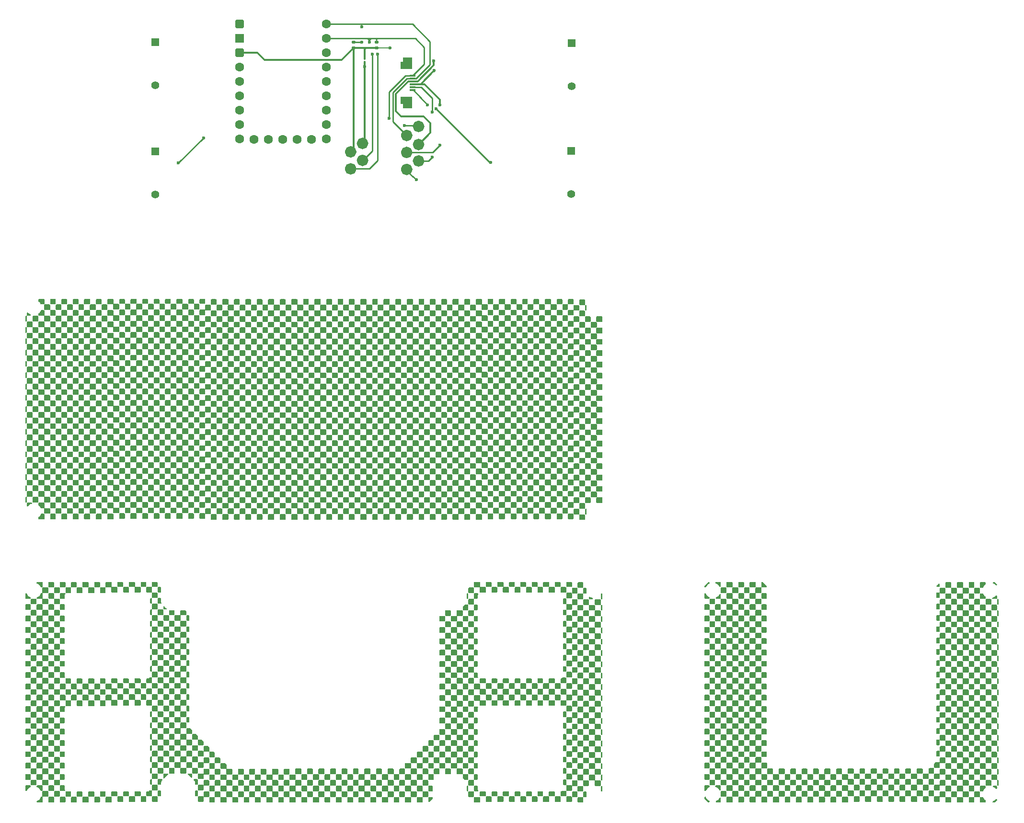
<source format=gbr>
G04 #@! TF.GenerationSoftware,KiCad,Pcbnew,9.0.6*
G04 #@! TF.CreationDate,2025-12-03T23:40:23+09:00*
G04 #@! TF.ProjectId,tps43-ek_Assemble,74707334-332d-4656-9b5f-417373656d62,rev?*
G04 #@! TF.SameCoordinates,Original*
G04 #@! TF.FileFunction,Copper,L1,Top*
G04 #@! TF.FilePolarity,Positive*
%FSLAX46Y46*%
G04 Gerber Fmt 4.6, Leading zero omitted, Abs format (unit mm)*
G04 Created by KiCad (PCBNEW 9.0.6) date 2025-12-03 23:40:23*
%MOMM*%
%LPD*%
G01*
G04 APERTURE LIST*
G04 Aperture macros list*
%AMRoundRect*
0 Rectangle with rounded corners*
0 $1 Rounding radius*
0 $2 $3 $4 $5 $6 $7 $8 $9 X,Y pos of 4 corners*
0 Add a 4 corners polygon primitive as box body*
4,1,4,$2,$3,$4,$5,$6,$7,$8,$9,$2,$3,0*
0 Add four circle primitives for the rounded corners*
1,1,$1+$1,$2,$3*
1,1,$1+$1,$4,$5*
1,1,$1+$1,$6,$7*
1,1,$1+$1,$8,$9*
0 Add four rect primitives between the rounded corners*
20,1,$1+$1,$2,$3,$4,$5,0*
20,1,$1+$1,$4,$5,$6,$7,0*
20,1,$1+$1,$6,$7,$8,$9,0*
20,1,$1+$1,$8,$9,$2,$3,0*%
%AMOutline5P*
0 Free polygon, 5 corners , with rotation*
0 The origin of the aperture is its center*
0 number of corners: always 5*
0 $1 to $10 corner X, Y*
0 $11 Rotation angle, in degrees counterclockwise*
0 create outline with 5 corners*
4,1,5,$1,$2,$3,$4,$5,$6,$7,$8,$9,$10,$1,$2,$11*%
%AMOutline6P*
0 Free polygon, 6 corners , with rotation*
0 The origin of the aperture is its center*
0 number of corners: always 6*
0 $1 to $12 corner X, Y*
0 $13 Rotation angle, in degrees counterclockwise*
0 create outline with 6 corners*
4,1,6,$1,$2,$3,$4,$5,$6,$7,$8,$9,$10,$11,$12,$1,$2,$13*%
%AMOutline7P*
0 Free polygon, 7 corners , with rotation*
0 The origin of the aperture is its center*
0 number of corners: always 7*
0 $1 to $14 corner X, Y*
0 $15 Rotation angle, in degrees counterclockwise*
0 create outline with 7 corners*
4,1,7,$1,$2,$3,$4,$5,$6,$7,$8,$9,$10,$11,$12,$13,$14,$1,$2,$15*%
%AMOutline8P*
0 Free polygon, 8 corners , with rotation*
0 The origin of the aperture is its center*
0 number of corners: always 8*
0 $1 to $16 corner X, Y*
0 $17 Rotation angle, in degrees counterclockwise*
0 create outline with 8 corners*
4,1,8,$1,$2,$3,$4,$5,$6,$7,$8,$9,$10,$11,$12,$13,$14,$15,$16,$1,$2,$17*%
%AMFreePoly0*
4,1,7,1.050000,-0.975000,-0.250000,-0.975000,-0.250000,-0.625000,-1.050000,-0.625000,-1.050000,0.975000,1.050000,0.975000,1.050000,-0.975000,1.050000,-0.975000,$1*%
%AMFreePoly1*
4,1,7,1.050000,-0.625000,0.250000,-0.625000,0.250000,-0.975000,-1.050000,-0.975000,-1.050000,0.975000,1.050000,0.975000,1.050000,-0.625000,1.050000,-0.625000,$1*%
G04 Aperture macros list end*
G04 #@! TA.AperFunction,Conductor*
%ADD10C,1.050000*%
G04 #@! TD*
G04 #@! TA.AperFunction,Conductor*
%ADD11C,0.250000*%
G04 #@! TD*
G04 #@! TA.AperFunction,ComponentPad*
%ADD12R,1.397000X1.397000*%
G04 #@! TD*
G04 #@! TA.AperFunction,ComponentPad*
%ADD13C,1.397000*%
G04 #@! TD*
G04 #@! TA.AperFunction,ComponentPad*
%ADD14C,1.600000*%
G04 #@! TD*
G04 #@! TA.AperFunction,ComponentPad*
%ADD15Outline8P,-0.800000X0.480000X-0.480000X0.800000X0.480000X0.800000X0.800000X0.480000X0.800000X-0.480000X0.480000X-0.800000X-0.480000X-0.800000X-0.800000X-0.480000X0.000000*%
G04 #@! TD*
G04 #@! TA.AperFunction,ComponentPad*
%ADD16R,1.600000X1.600000*%
G04 #@! TD*
G04 #@! TA.AperFunction,SMDPad,CuDef*
%ADD17RoundRect,0.100000X-0.100000X0.130000X-0.100000X-0.130000X0.100000X-0.130000X0.100000X0.130000X0*%
G04 #@! TD*
G04 #@! TA.AperFunction,SMDPad,CuDef*
%ADD18RoundRect,0.135000X0.185000X-0.135000X0.185000X0.135000X-0.185000X0.135000X-0.185000X-0.135000X0*%
G04 #@! TD*
G04 #@! TA.AperFunction,SMDPad,CuDef*
%ADD19RoundRect,0.075000X-0.475000X0.075000X-0.475000X-0.075000X0.475000X-0.075000X0.475000X0.075000X0*%
G04 #@! TD*
G04 #@! TA.AperFunction,SMDPad,CuDef*
%ADD20FreePoly0,270.000000*%
G04 #@! TD*
G04 #@! TA.AperFunction,SMDPad,CuDef*
%ADD21FreePoly1,270.000000*%
G04 #@! TD*
G04 #@! TA.AperFunction,SMDPad,CuDef*
%ADD22RoundRect,0.135000X-0.185000X0.135000X-0.185000X-0.135000X0.185000X-0.135000X0.185000X0.135000X0*%
G04 #@! TD*
G04 #@! TA.AperFunction,ViaPad*
%ADD23C,0.600000*%
G04 #@! TD*
G04 #@! TA.AperFunction,Conductor*
%ADD24C,0.300000*%
G04 #@! TD*
G04 #@! TA.AperFunction,Conductor*
%ADD25C,0.200000*%
G04 #@! TD*
G04 APERTURE END LIST*
D10*
X80625000Y-43000000D02*
G75*
G02*
X79575000Y-43000000I-525000J0D01*
G01*
X79575000Y-43000000D02*
G75*
G02*
X80625000Y-43000000I525000J0D01*
G01*
X78525000Y-44500000D02*
G75*
G02*
X77475000Y-44500000I-525000J0D01*
G01*
X77475000Y-44500000D02*
G75*
G02*
X78525000Y-44500000I525000J0D01*
G01*
X80625000Y-46000000D02*
G75*
G02*
X79575000Y-46000000I-525000J0D01*
G01*
X79575000Y-46000000D02*
G75*
G02*
X80625000Y-46000000I525000J0D01*
G01*
X78525000Y-47500000D02*
G75*
G02*
X77475000Y-47500000I-525000J0D01*
G01*
X77475000Y-47500000D02*
G75*
G02*
X78525000Y-47500000I525000J0D01*
G01*
X90525000Y-46100000D02*
G75*
G02*
X89475000Y-46100000I-525000J0D01*
G01*
X89475000Y-46100000D02*
G75*
G02*
X90525000Y-46100000I525000J0D01*
G01*
X90525000Y-40000000D02*
G75*
G02*
X89475000Y-40000000I-525000J0D01*
G01*
X89475000Y-40000000D02*
G75*
G02*
X90525000Y-40000000I525000J0D01*
G01*
X88425000Y-41600000D02*
G75*
G02*
X87375000Y-41600000I-525000J0D01*
G01*
X87375000Y-41600000D02*
G75*
G02*
X88425000Y-41600000I525000J0D01*
G01*
X90525000Y-43200000D02*
G75*
G02*
X89475000Y-43200000I-525000J0D01*
G01*
X89475000Y-43200000D02*
G75*
G02*
X90525000Y-43200000I525000J0D01*
G01*
X88425000Y-44600000D02*
G75*
G02*
X87375000Y-44600000I-525000J0D01*
G01*
X87375000Y-44600000D02*
G75*
G02*
X88425000Y-44600000I525000J0D01*
G01*
D11*
X89600000Y-49400000D02*
X88300000Y-48200000D01*
X89100000Y-33600000D02*
X91600000Y-36200000D01*
D10*
X88425000Y-47600000D02*
G75*
G02*
X87375000Y-47600000I-525000J0D01*
G01*
X87375000Y-47600000D02*
G75*
G02*
X88425000Y-47600000I525000J0D01*
G01*
D12*
X43500000Y-44415000D03*
D13*
X43500000Y-52035000D03*
D12*
X43450000Y-25065000D03*
D13*
X43450000Y-32685000D03*
D12*
X116962500Y-44315000D03*
D13*
X116962500Y-51935000D03*
D14*
X73700000Y-21900000D03*
X73700000Y-24440000D03*
X73700000Y-26980000D03*
X73700000Y-29520000D03*
X73700000Y-32060000D03*
X73700000Y-34600000D03*
X73700000Y-37140000D03*
X73700000Y-39680000D03*
X73700000Y-42220000D03*
X71110000Y-42270000D03*
X68570000Y-42270000D03*
X66030000Y-42270000D03*
X63490000Y-42270000D03*
X60950000Y-42270000D03*
X58360000Y-42220000D03*
X58360000Y-39680000D03*
X58360000Y-37140000D03*
X58360000Y-34600000D03*
X58360000Y-32060000D03*
X58360000Y-29520000D03*
D15*
X58360000Y-26980000D03*
D16*
X58360000Y-24440000D03*
D15*
X58360000Y-21900000D03*
D12*
X117050000Y-25315000D03*
D13*
X117050000Y-32935000D03*
D17*
X80500000Y-28025000D03*
X80500000Y-28665000D03*
D18*
X82600000Y-26120000D03*
X82600000Y-25100000D03*
D19*
X88925000Y-33550000D03*
X88925000Y-33050000D03*
X88925000Y-32550000D03*
X88925000Y-32050000D03*
X88925000Y-31550000D03*
X88925000Y-31050000D03*
D20*
X87800000Y-28800000D03*
D21*
X87800000Y-35800000D03*
D22*
X78500000Y-25100000D03*
X78500000Y-26120000D03*
D23*
X81800000Y-27200000D03*
X92709620Y-30109620D03*
X87500000Y-39800000D03*
X84800000Y-38600000D03*
X93800000Y-36200000D03*
X93800000Y-43300000D03*
X92400000Y-45400000D03*
X92400000Y-37500000D03*
X82800000Y-27200000D03*
X81300000Y-25100000D03*
X89600000Y-49400000D03*
X91600000Y-36200000D03*
X80500000Y-29400000D03*
X92700000Y-28400000D03*
X85000000Y-26100000D03*
X102700000Y-46400000D03*
X93100000Y-36900000D03*
X52000000Y-42000000D03*
X47550000Y-46450000D03*
X80000000Y-22400000D03*
X80000000Y-25100000D03*
D11*
X92000000Y-25000000D02*
X92000000Y-29100000D01*
X92000000Y-29100000D02*
X89550000Y-31550000D01*
X89550000Y-31550000D02*
X89508824Y-31550000D01*
X88900000Y-21900000D02*
X92000000Y-25000000D01*
X80200000Y-21900000D02*
X88900000Y-21900000D01*
X82800000Y-46000000D02*
X81300000Y-47500000D01*
X81300000Y-47500000D02*
X78000000Y-47500000D01*
X82800000Y-27200000D02*
X82800000Y-46000000D01*
D24*
X92100000Y-41100000D02*
X90000000Y-43200000D01*
X92100000Y-39400000D02*
X92100000Y-41100000D01*
X90900000Y-38200000D02*
X92100000Y-39400000D01*
X86900000Y-38200000D02*
X90900000Y-38200000D01*
X86000000Y-34245588D02*
X86000000Y-37300000D01*
X86000000Y-37300000D02*
X86900000Y-38200000D01*
X88195588Y-32050000D02*
X86000000Y-34245588D01*
X88341176Y-32050000D02*
X88195588Y-32050000D01*
D11*
X92709620Y-30290380D02*
X92700000Y-30300000D01*
X92700000Y-30300000D02*
X92600000Y-30300000D01*
X92709620Y-30109620D02*
X92709620Y-30290380D01*
X81800000Y-27200000D02*
X81800000Y-44300000D01*
X81800000Y-44300000D02*
X80100000Y-46000000D01*
X81340000Y-24700000D02*
X81600000Y-24440000D01*
X81300000Y-24700000D02*
X81340000Y-24700000D01*
X81600000Y-24440000D02*
X82400000Y-24440000D01*
X81300000Y-24440000D02*
X81600000Y-24440000D01*
X81260000Y-24700000D02*
X81000000Y-24440000D01*
X81000000Y-24440000D02*
X81300000Y-24440000D01*
X81300000Y-24700000D02*
X81300000Y-25100000D01*
X81300000Y-24700000D02*
X81260000Y-24700000D01*
D24*
X92700000Y-28400000D02*
X92700000Y-29200000D01*
X92700000Y-29200000D02*
X89850000Y-32050000D01*
X89850000Y-32050000D02*
X88925000Y-32050000D01*
X90600000Y-32350000D02*
X90800000Y-32550000D01*
X90600000Y-32350000D02*
X90400000Y-32550000D01*
X90600000Y-32300000D02*
X90600000Y-32350000D01*
X92600000Y-30300000D02*
X90600000Y-32300000D01*
X88925000Y-32550000D02*
X90400000Y-32550000D01*
D25*
X89800000Y-39800000D02*
X90000000Y-40000000D01*
D11*
X87500000Y-39800000D02*
X89800000Y-39800000D01*
X84800000Y-33900000D02*
X84800000Y-38600000D01*
X87650000Y-31050000D02*
X84800000Y-33900000D01*
X88925000Y-31050000D02*
X87650000Y-31050000D01*
X85500000Y-34000000D02*
X85500000Y-39200000D01*
X85500000Y-39200000D02*
X87900000Y-41600000D01*
X87950000Y-31550000D02*
X85500000Y-34000000D01*
X88925000Y-31550000D02*
X87950000Y-31550000D01*
D24*
X88925000Y-32050000D02*
X88341176Y-32050000D01*
D11*
X92500000Y-44600000D02*
X87900000Y-44600000D01*
X93800000Y-43300000D02*
X92500000Y-44600000D01*
X92400000Y-45400000D02*
X91700000Y-46100000D01*
X91700000Y-46100000D02*
X90000000Y-46100000D01*
X92400000Y-35000000D02*
X92400000Y-37500000D01*
X90450000Y-33050000D02*
X92400000Y-35000000D01*
X88925000Y-33050000D02*
X90450000Y-33050000D01*
X81300000Y-24440000D02*
X81300000Y-24700000D01*
D25*
X81300000Y-25100000D02*
X81284160Y-25100000D01*
X78500000Y-44000000D02*
X78000000Y-44500000D01*
D24*
X78500000Y-26120000D02*
X78500000Y-44000000D01*
D25*
X80500000Y-42600000D02*
X80100000Y-43000000D01*
D24*
X80500000Y-29400000D02*
X80500000Y-42600000D01*
X80500000Y-29400000D02*
X80500000Y-28665000D01*
X80500000Y-28025000D02*
X80500000Y-26300000D01*
X80500000Y-26120000D02*
X80700000Y-26120000D01*
D25*
X80520000Y-26300000D02*
X80480000Y-26300000D01*
D24*
X80700000Y-26120000D02*
X82600000Y-26120000D01*
X80300000Y-26120000D02*
X80500000Y-26120000D01*
D25*
X84980000Y-26120000D02*
X85000000Y-26100000D01*
X80500000Y-26300000D02*
X80520000Y-26300000D01*
D24*
X80520000Y-26300000D02*
X80700000Y-26120000D01*
D25*
X82600000Y-26120000D02*
X84980000Y-26120000D01*
D24*
X80500000Y-26300000D02*
X80500000Y-26120000D01*
X78500000Y-26120000D02*
X80300000Y-26120000D01*
D25*
X80480000Y-26300000D02*
X80300000Y-26120000D01*
X102600000Y-46400000D02*
X102700000Y-46400000D01*
D11*
X47550000Y-46450000D02*
X52000000Y-42000000D01*
X93100000Y-36900000D02*
X102600000Y-46400000D01*
D25*
X82640000Y-24600000D02*
X82800000Y-24440000D01*
D11*
X73700000Y-24440000D02*
X81000000Y-24440000D01*
X82400000Y-24440000D02*
X82600000Y-24440000D01*
D25*
X82600000Y-24600000D02*
X82560000Y-24600000D01*
D11*
X82560000Y-24600000D02*
X82400000Y-24440000D01*
X82600000Y-24600000D02*
X82600000Y-24440000D01*
X89440000Y-24440000D02*
X91000000Y-26000000D01*
D25*
X82600000Y-24600000D02*
X82640000Y-24600000D01*
D11*
X82600000Y-24440000D02*
X82800000Y-24440000D01*
X91000000Y-26000000D02*
X91000000Y-28975000D01*
X82800000Y-24440000D02*
X89440000Y-24440000D01*
X91000000Y-28975000D02*
X88925000Y-31050000D01*
D25*
X82600000Y-25100000D02*
X82600000Y-24600000D01*
X80000000Y-21900000D02*
X80000000Y-22100000D01*
D11*
X80000000Y-25100000D02*
X78500000Y-25100000D01*
D25*
X80000000Y-22100000D02*
X80200000Y-21900000D01*
X80000000Y-22100000D02*
X80000000Y-22400000D01*
X80000000Y-22100000D02*
X79800000Y-21900000D01*
D11*
X89508824Y-31550000D02*
X88925000Y-31550000D01*
X80000000Y-21900000D02*
X80200000Y-21900000D01*
X73700000Y-21900000D02*
X79800000Y-21900000D01*
X79800000Y-21900000D02*
X80000000Y-21900000D01*
D24*
X76420000Y-28200000D02*
X78500000Y-26120000D01*
X62780000Y-28200000D02*
X76420000Y-28200000D01*
X61540000Y-26960000D02*
X62780000Y-28200000D01*
X58500000Y-26960000D02*
X61540000Y-26960000D01*
X93800000Y-35300000D02*
X93800000Y-36200000D01*
X91050000Y-32550000D02*
X93800000Y-35300000D01*
X90800000Y-32550000D02*
X91050000Y-32550000D01*
X90600000Y-32550000D02*
X90800000Y-32550000D01*
X90400000Y-32550000D02*
X90600000Y-32550000D01*
G04 #@! TA.AperFunction,NonConductor*
G36*
X52243039Y-70520185D02*
G01*
X52288794Y-70572989D01*
X52300000Y-70624500D01*
X52300000Y-71237516D01*
X52280315Y-71304555D01*
X52227511Y-71350310D01*
X52176000Y-71361516D01*
X51424000Y-71361516D01*
X51356961Y-71341831D01*
X51311206Y-71289027D01*
X51300000Y-71237516D01*
X51300000Y-70624500D01*
X51319685Y-70557461D01*
X51372489Y-70511706D01*
X51424000Y-70500500D01*
X52176000Y-70500500D01*
X52243039Y-70520185D01*
G37*
G04 #@! TD.AperFunction*
G04 #@! TA.AperFunction,NonConductor*
G36*
X50243039Y-70520185D02*
G01*
X50288794Y-70572989D01*
X50300000Y-70624500D01*
X50300000Y-71237516D01*
X50280315Y-71304555D01*
X50227511Y-71350310D01*
X50176000Y-71361516D01*
X49424000Y-71361516D01*
X49356961Y-71341831D01*
X49311206Y-71289027D01*
X49300000Y-71237516D01*
X49300000Y-70624500D01*
X49319685Y-70557461D01*
X49372489Y-70511706D01*
X49424000Y-70500500D01*
X50176000Y-70500500D01*
X50243039Y-70520185D01*
G37*
G04 #@! TD.AperFunction*
G04 #@! TA.AperFunction,NonConductor*
G36*
X48243039Y-70520185D02*
G01*
X48288794Y-70572989D01*
X48300000Y-70624500D01*
X48300000Y-71237516D01*
X48280315Y-71304555D01*
X48227511Y-71350310D01*
X48176000Y-71361516D01*
X47324000Y-71361516D01*
X47256961Y-71341831D01*
X47211206Y-71289027D01*
X47200000Y-71237516D01*
X47200000Y-70624500D01*
X47219685Y-70557461D01*
X47272489Y-70511706D01*
X47324000Y-70500500D01*
X48176000Y-70500500D01*
X48243039Y-70520185D01*
G37*
G04 #@! TD.AperFunction*
G04 #@! TA.AperFunction,NonConductor*
G36*
X46143039Y-70520185D02*
G01*
X46188794Y-70572989D01*
X46200000Y-70624500D01*
X46200000Y-71237516D01*
X46180315Y-71304555D01*
X46127511Y-71350310D01*
X46076000Y-71361516D01*
X45324000Y-71361516D01*
X45256961Y-71341831D01*
X45211206Y-71289027D01*
X45200000Y-71237516D01*
X45200000Y-70624500D01*
X45219685Y-70557461D01*
X45272489Y-70511706D01*
X45324000Y-70500500D01*
X46076000Y-70500500D01*
X46143039Y-70520185D01*
G37*
G04 #@! TD.AperFunction*
G04 #@! TA.AperFunction,NonConductor*
G36*
X44143039Y-70520185D02*
G01*
X44188794Y-70572989D01*
X44200000Y-70624500D01*
X44200000Y-71237516D01*
X44180315Y-71304555D01*
X44127511Y-71350310D01*
X44076000Y-71361516D01*
X43324000Y-71361516D01*
X43256961Y-71341831D01*
X43211206Y-71289027D01*
X43200000Y-71237516D01*
X43200000Y-70624500D01*
X43219685Y-70557461D01*
X43272489Y-70511706D01*
X43324000Y-70500500D01*
X44076000Y-70500500D01*
X44143039Y-70520185D01*
G37*
G04 #@! TD.AperFunction*
G04 #@! TA.AperFunction,NonConductor*
G36*
X42143039Y-70520185D02*
G01*
X42188794Y-70572989D01*
X42200000Y-70624500D01*
X42200000Y-71237516D01*
X42180315Y-71304555D01*
X42127511Y-71350310D01*
X42076000Y-71361516D01*
X41324000Y-71361516D01*
X41256961Y-71341831D01*
X41211206Y-71289027D01*
X41200000Y-71237516D01*
X41200000Y-70624500D01*
X41219685Y-70557461D01*
X41272489Y-70511706D01*
X41324000Y-70500500D01*
X42076000Y-70500500D01*
X42143039Y-70520185D01*
G37*
G04 #@! TD.AperFunction*
G04 #@! TA.AperFunction,NonConductor*
G36*
X40143039Y-70520185D02*
G01*
X40188794Y-70572989D01*
X40200000Y-70624500D01*
X40200000Y-71237516D01*
X40180315Y-71304555D01*
X40127511Y-71350310D01*
X40076000Y-71361516D01*
X39224000Y-71361516D01*
X39156961Y-71341831D01*
X39111206Y-71289027D01*
X39100000Y-71237516D01*
X39100000Y-70624500D01*
X39119685Y-70557461D01*
X39172489Y-70511706D01*
X39224000Y-70500500D01*
X40076000Y-70500500D01*
X40143039Y-70520185D01*
G37*
G04 #@! TD.AperFunction*
G04 #@! TA.AperFunction,NonConductor*
G36*
X38043039Y-70520185D02*
G01*
X38088794Y-70572989D01*
X38100000Y-70624500D01*
X38100000Y-71237516D01*
X38080315Y-71304555D01*
X38027511Y-71350310D01*
X37976000Y-71361516D01*
X37224000Y-71361516D01*
X37156961Y-71341831D01*
X37111206Y-71289027D01*
X37100000Y-71237516D01*
X37100000Y-70624500D01*
X37119685Y-70557461D01*
X37172489Y-70511706D01*
X37224000Y-70500500D01*
X37976000Y-70500500D01*
X38043039Y-70520185D01*
G37*
G04 #@! TD.AperFunction*
G04 #@! TA.AperFunction,NonConductor*
G36*
X117343039Y-70520185D02*
G01*
X117388794Y-70572989D01*
X117400000Y-70624500D01*
X117400000Y-71276000D01*
X117380315Y-71343039D01*
X117327511Y-71388794D01*
X117276000Y-71400000D01*
X116524000Y-71400000D01*
X116456961Y-71380315D01*
X116411206Y-71327511D01*
X116400000Y-71276000D01*
X116400000Y-70624500D01*
X116419685Y-70557461D01*
X116472489Y-70511706D01*
X116524000Y-70500500D01*
X117276000Y-70500500D01*
X117343039Y-70520185D01*
G37*
G04 #@! TD.AperFunction*
G04 #@! TA.AperFunction,NonConductor*
G36*
X115343039Y-70520185D02*
G01*
X115388794Y-70572989D01*
X115400000Y-70624500D01*
X115400000Y-71276000D01*
X115380315Y-71343039D01*
X115327511Y-71388794D01*
X115276000Y-71400000D01*
X114524000Y-71400000D01*
X114456961Y-71380315D01*
X114411206Y-71327511D01*
X114400000Y-71276000D01*
X114400000Y-70624500D01*
X114419685Y-70557461D01*
X114472489Y-70511706D01*
X114524000Y-70500500D01*
X115276000Y-70500500D01*
X115343039Y-70520185D01*
G37*
G04 #@! TD.AperFunction*
G04 #@! TA.AperFunction,NonConductor*
G36*
X113343039Y-70520185D02*
G01*
X113388794Y-70572989D01*
X113400000Y-70624500D01*
X113400000Y-71276000D01*
X113380315Y-71343039D01*
X113327511Y-71388794D01*
X113276000Y-71400000D01*
X112424000Y-71400000D01*
X112356961Y-71380315D01*
X112311206Y-71327511D01*
X112300000Y-71276000D01*
X112300000Y-70624500D01*
X112319685Y-70557461D01*
X112372489Y-70511706D01*
X112424000Y-70500500D01*
X113276000Y-70500500D01*
X113343039Y-70520185D01*
G37*
G04 #@! TD.AperFunction*
G04 #@! TA.AperFunction,NonConductor*
G36*
X111243039Y-70520185D02*
G01*
X111288794Y-70572989D01*
X111300000Y-70624500D01*
X111300000Y-71276000D01*
X111280315Y-71343039D01*
X111227511Y-71388794D01*
X111176000Y-71400000D01*
X110424000Y-71400000D01*
X110356961Y-71380315D01*
X110311206Y-71327511D01*
X110300000Y-71276000D01*
X110300000Y-70624500D01*
X110319685Y-70557461D01*
X110372489Y-70511706D01*
X110424000Y-70500500D01*
X111176000Y-70500500D01*
X111243039Y-70520185D01*
G37*
G04 #@! TD.AperFunction*
G04 #@! TA.AperFunction,NonConductor*
G36*
X109243039Y-70520185D02*
G01*
X109288794Y-70572989D01*
X109300000Y-70624500D01*
X109300000Y-71276000D01*
X109280315Y-71343039D01*
X109227511Y-71388794D01*
X109176000Y-71400000D01*
X108424000Y-71400000D01*
X108356961Y-71380315D01*
X108311206Y-71327511D01*
X108300000Y-71276000D01*
X108300000Y-70624500D01*
X108319685Y-70557461D01*
X108372489Y-70511706D01*
X108424000Y-70500500D01*
X109176000Y-70500500D01*
X109243039Y-70520185D01*
G37*
G04 #@! TD.AperFunction*
G04 #@! TA.AperFunction,NonConductor*
G36*
X107243039Y-70520185D02*
G01*
X107288794Y-70572989D01*
X107300000Y-70624500D01*
X107300000Y-71276000D01*
X107280315Y-71343039D01*
X107227511Y-71388794D01*
X107176000Y-71400000D01*
X106424000Y-71400000D01*
X106356961Y-71380315D01*
X106311206Y-71327511D01*
X106300000Y-71276000D01*
X106300000Y-70624500D01*
X106319685Y-70557461D01*
X106372489Y-70511706D01*
X106424000Y-70500500D01*
X107176000Y-70500500D01*
X107243039Y-70520185D01*
G37*
G04 #@! TD.AperFunction*
G04 #@! TA.AperFunction,NonConductor*
G36*
X105243039Y-70520185D02*
G01*
X105288794Y-70572989D01*
X105300000Y-70624500D01*
X105300000Y-71276000D01*
X105280315Y-71343039D01*
X105227511Y-71388794D01*
X105176000Y-71400000D01*
X104324000Y-71400000D01*
X104256961Y-71380315D01*
X104211206Y-71327511D01*
X104200000Y-71276000D01*
X104200000Y-70624500D01*
X104219685Y-70557461D01*
X104272489Y-70511706D01*
X104324000Y-70500500D01*
X105176000Y-70500500D01*
X105243039Y-70520185D01*
G37*
G04 #@! TD.AperFunction*
G04 #@! TA.AperFunction,NonConductor*
G36*
X103143039Y-70520185D02*
G01*
X103188794Y-70572989D01*
X103200000Y-70624500D01*
X103200000Y-71276000D01*
X103180315Y-71343039D01*
X103127511Y-71388794D01*
X103076000Y-71400000D01*
X102324000Y-71400000D01*
X102256961Y-71380315D01*
X102211206Y-71327511D01*
X102200000Y-71276000D01*
X102200000Y-70624500D01*
X102219685Y-70557461D01*
X102272489Y-70511706D01*
X102324000Y-70500500D01*
X103076000Y-70500500D01*
X103143039Y-70520185D01*
G37*
G04 #@! TD.AperFunction*
G04 #@! TA.AperFunction,NonConductor*
G36*
X33943039Y-70520185D02*
G01*
X33988794Y-70572989D01*
X34000000Y-70624500D01*
X34000000Y-71337516D01*
X33980315Y-71404555D01*
X33927511Y-71450310D01*
X33876000Y-71461516D01*
X33124000Y-71461516D01*
X33056961Y-71441831D01*
X33011206Y-71389027D01*
X33000000Y-71337516D01*
X33000000Y-70624500D01*
X33019685Y-70557461D01*
X33072489Y-70511706D01*
X33124000Y-70500500D01*
X33876000Y-70500500D01*
X33943039Y-70520185D01*
G37*
G04 #@! TD.AperFunction*
G04 #@! TA.AperFunction,NonConductor*
G36*
X31943039Y-70520185D02*
G01*
X31988794Y-70572989D01*
X32000000Y-70624500D01*
X32000000Y-71337516D01*
X31980315Y-71404555D01*
X31927511Y-71450310D01*
X31876000Y-71461516D01*
X31024000Y-71461516D01*
X30956961Y-71441831D01*
X30911206Y-71389027D01*
X30900000Y-71337516D01*
X30900000Y-70624500D01*
X30919685Y-70557461D01*
X30972489Y-70511706D01*
X31024000Y-70500500D01*
X31876000Y-70500500D01*
X31943039Y-70520185D01*
G37*
G04 #@! TD.AperFunction*
G04 #@! TA.AperFunction,NonConductor*
G36*
X29843039Y-70520185D02*
G01*
X29888794Y-70572989D01*
X29900000Y-70624500D01*
X29900000Y-71337516D01*
X29880315Y-71404555D01*
X29827511Y-71450310D01*
X29776000Y-71461516D01*
X29024000Y-71461516D01*
X28956961Y-71441831D01*
X28911206Y-71389027D01*
X28900000Y-71337516D01*
X28900000Y-70624500D01*
X28919685Y-70557461D01*
X28972489Y-70511706D01*
X29024000Y-70500500D01*
X29776000Y-70500500D01*
X29843039Y-70520185D01*
G37*
G04 #@! TD.AperFunction*
G04 #@! TA.AperFunction,NonConductor*
G36*
X27843039Y-70520185D02*
G01*
X27888794Y-70572989D01*
X27900000Y-70624500D01*
X27900000Y-71337516D01*
X27880315Y-71404555D01*
X27827511Y-71450310D01*
X27776000Y-71461516D01*
X27024000Y-71461516D01*
X26956961Y-71441831D01*
X26911206Y-71389027D01*
X26900000Y-71337516D01*
X26900000Y-70624500D01*
X26919685Y-70557461D01*
X26972489Y-70511706D01*
X27024000Y-70500500D01*
X27776000Y-70500500D01*
X27843039Y-70520185D01*
G37*
G04 #@! TD.AperFunction*
G04 #@! TA.AperFunction,NonConductor*
G36*
X25843039Y-70520185D02*
G01*
X25888794Y-70572989D01*
X25900000Y-70624500D01*
X25900000Y-71337516D01*
X25880315Y-71404555D01*
X25827511Y-71450310D01*
X25776000Y-71461516D01*
X25024000Y-71461516D01*
X24956961Y-71441831D01*
X24911206Y-71389027D01*
X24900000Y-71337516D01*
X24900000Y-70624500D01*
X24919685Y-70557461D01*
X24972489Y-70511706D01*
X25024000Y-70500500D01*
X25776000Y-70500500D01*
X25843039Y-70520185D01*
G37*
G04 #@! TD.AperFunction*
G04 #@! TA.AperFunction,NonConductor*
G36*
X23843039Y-70520185D02*
G01*
X23888794Y-70572989D01*
X23900000Y-70624500D01*
X23900000Y-71337516D01*
X23880315Y-71404555D01*
X23827511Y-71450310D01*
X23776000Y-71461516D01*
X23317318Y-71461516D01*
X23250279Y-71441831D01*
X23206833Y-71393811D01*
X23180347Y-71341831D01*
X23155051Y-71292184D01*
X23115333Y-71237516D01*
X23030109Y-71120213D01*
X22879790Y-70969894D01*
X22879785Y-70969890D01*
X22851115Y-70949060D01*
X22847774Y-70944728D01*
X22842797Y-70942455D01*
X22826664Y-70917352D01*
X22808449Y-70893730D01*
X22807196Y-70887058D01*
X22805023Y-70883677D01*
X22800000Y-70848742D01*
X22800000Y-70624500D01*
X22819685Y-70557461D01*
X22872489Y-70511706D01*
X22924000Y-70500500D01*
X23776000Y-70500500D01*
X23843039Y-70520185D01*
G37*
G04 #@! TD.AperFunction*
G04 #@! TA.AperFunction,NonConductor*
G36*
X99043039Y-70520185D02*
G01*
X99088794Y-70572989D01*
X99100000Y-70624500D01*
X99100000Y-71376000D01*
X99080315Y-71443039D01*
X99027511Y-71488794D01*
X98976000Y-71500000D01*
X98224000Y-71500000D01*
X98156961Y-71480315D01*
X98111206Y-71427511D01*
X98100000Y-71376000D01*
X98100000Y-70624500D01*
X98119685Y-70557461D01*
X98172489Y-70511706D01*
X98224000Y-70500500D01*
X98976000Y-70500500D01*
X99043039Y-70520185D01*
G37*
G04 #@! TD.AperFunction*
G04 #@! TA.AperFunction,NonConductor*
G36*
X97043039Y-70520185D02*
G01*
X97088794Y-70572989D01*
X97100000Y-70624500D01*
X97100000Y-71376000D01*
X97080315Y-71443039D01*
X97027511Y-71488794D01*
X96976000Y-71500000D01*
X96124000Y-71500000D01*
X96056961Y-71480315D01*
X96011206Y-71427511D01*
X96000000Y-71376000D01*
X96000000Y-70624500D01*
X96019685Y-70557461D01*
X96072489Y-70511706D01*
X96124000Y-70500500D01*
X96976000Y-70500500D01*
X97043039Y-70520185D01*
G37*
G04 #@! TD.AperFunction*
G04 #@! TA.AperFunction,NonConductor*
G36*
X94943039Y-70520185D02*
G01*
X94988794Y-70572989D01*
X95000000Y-70624500D01*
X95000000Y-71376000D01*
X94980315Y-71443039D01*
X94927511Y-71488794D01*
X94876000Y-71500000D01*
X94124000Y-71500000D01*
X94056961Y-71480315D01*
X94011206Y-71427511D01*
X94000000Y-71376000D01*
X94000000Y-70624500D01*
X94019685Y-70557461D01*
X94072489Y-70511706D01*
X94124000Y-70500500D01*
X94876000Y-70500500D01*
X94943039Y-70520185D01*
G37*
G04 #@! TD.AperFunction*
G04 #@! TA.AperFunction,NonConductor*
G36*
X92943039Y-70520185D02*
G01*
X92988794Y-70572989D01*
X93000000Y-70624500D01*
X93000000Y-71376000D01*
X92980315Y-71443039D01*
X92927511Y-71488794D01*
X92876000Y-71500000D01*
X92124000Y-71500000D01*
X92056961Y-71480315D01*
X92011206Y-71427511D01*
X92000000Y-71376000D01*
X92000000Y-70624500D01*
X92019685Y-70557461D01*
X92072489Y-70511706D01*
X92124000Y-70500500D01*
X92876000Y-70500500D01*
X92943039Y-70520185D01*
G37*
G04 #@! TD.AperFunction*
G04 #@! TA.AperFunction,NonConductor*
G36*
X90943039Y-70520185D02*
G01*
X90988794Y-70572989D01*
X91000000Y-70624500D01*
X91000000Y-71376000D01*
X90980315Y-71443039D01*
X90927511Y-71488794D01*
X90876000Y-71500000D01*
X90124000Y-71500000D01*
X90056961Y-71480315D01*
X90011206Y-71427511D01*
X90000000Y-71376000D01*
X90000000Y-70624500D01*
X90019685Y-70557461D01*
X90072489Y-70511706D01*
X90124000Y-70500500D01*
X90876000Y-70500500D01*
X90943039Y-70520185D01*
G37*
G04 #@! TD.AperFunction*
G04 #@! TA.AperFunction,NonConductor*
G36*
X88943039Y-70520185D02*
G01*
X88988794Y-70572989D01*
X89000000Y-70624500D01*
X89000000Y-71376000D01*
X88980315Y-71443039D01*
X88927511Y-71488794D01*
X88876000Y-71500000D01*
X88024000Y-71500000D01*
X87956961Y-71480315D01*
X87911206Y-71427511D01*
X87900000Y-71376000D01*
X87900000Y-70624500D01*
X87919685Y-70557461D01*
X87972489Y-70511706D01*
X88024000Y-70500500D01*
X88876000Y-70500500D01*
X88943039Y-70520185D01*
G37*
G04 #@! TD.AperFunction*
G04 #@! TA.AperFunction,NonConductor*
G36*
X86843039Y-70520185D02*
G01*
X86888794Y-70572989D01*
X86900000Y-70624500D01*
X86900000Y-71376000D01*
X86880315Y-71443039D01*
X86827511Y-71488794D01*
X86776000Y-71500000D01*
X86024000Y-71500000D01*
X85956961Y-71480315D01*
X85911206Y-71427511D01*
X85900000Y-71376000D01*
X85900000Y-70624500D01*
X85919685Y-70557461D01*
X85972489Y-70511706D01*
X86024000Y-70500500D01*
X86776000Y-70500500D01*
X86843039Y-70520185D01*
G37*
G04 #@! TD.AperFunction*
G04 #@! TA.AperFunction,NonConductor*
G36*
X84843039Y-70520185D02*
G01*
X84888794Y-70572989D01*
X84900000Y-70624500D01*
X84900000Y-71376000D01*
X84880315Y-71443039D01*
X84827511Y-71488794D01*
X84776000Y-71500000D01*
X83924000Y-71500000D01*
X83856961Y-71480315D01*
X83811206Y-71427511D01*
X83800000Y-71376000D01*
X83800000Y-70624500D01*
X83819685Y-70557461D01*
X83872489Y-70511706D01*
X83924000Y-70500500D01*
X84776000Y-70500500D01*
X84843039Y-70520185D01*
G37*
G04 #@! TD.AperFunction*
G04 #@! TA.AperFunction,NonConductor*
G36*
X82743039Y-70520185D02*
G01*
X82788794Y-70572989D01*
X82800000Y-70624500D01*
X82800000Y-71376000D01*
X82780315Y-71443039D01*
X82727511Y-71488794D01*
X82676000Y-71500000D01*
X81924000Y-71500000D01*
X81856961Y-71480315D01*
X81811206Y-71427511D01*
X81800000Y-71376000D01*
X81800000Y-70624500D01*
X81819685Y-70557461D01*
X81872489Y-70511706D01*
X81924000Y-70500500D01*
X82676000Y-70500500D01*
X82743039Y-70520185D01*
G37*
G04 #@! TD.AperFunction*
G04 #@! TA.AperFunction,NonConductor*
G36*
X80743039Y-70520185D02*
G01*
X80788794Y-70572989D01*
X80800000Y-70624500D01*
X80800000Y-71376000D01*
X80780315Y-71443039D01*
X80727511Y-71488794D01*
X80676000Y-71500000D01*
X79824000Y-71500000D01*
X79756961Y-71480315D01*
X79711206Y-71427511D01*
X79700000Y-71376000D01*
X79700000Y-70624500D01*
X79719685Y-70557461D01*
X79772489Y-70511706D01*
X79824000Y-70500500D01*
X80676000Y-70500500D01*
X80743039Y-70520185D01*
G37*
G04 #@! TD.AperFunction*
G04 #@! TA.AperFunction,NonConductor*
G36*
X78643039Y-70520185D02*
G01*
X78688794Y-70572989D01*
X78700000Y-70624500D01*
X78700000Y-71376000D01*
X78680315Y-71443039D01*
X78627511Y-71488794D01*
X78576000Y-71500000D01*
X77824000Y-71500000D01*
X77756961Y-71480315D01*
X77711206Y-71427511D01*
X77700000Y-71376000D01*
X77700000Y-70624500D01*
X77719685Y-70557461D01*
X77772489Y-70511706D01*
X77824000Y-70500500D01*
X78576000Y-70500500D01*
X78643039Y-70520185D01*
G37*
G04 #@! TD.AperFunction*
G04 #@! TA.AperFunction,NonConductor*
G36*
X76643039Y-70520185D02*
G01*
X76688794Y-70572989D01*
X76700000Y-70624500D01*
X76700000Y-71376000D01*
X76680315Y-71443039D01*
X76627511Y-71488794D01*
X76576000Y-71500000D01*
X75824000Y-71500000D01*
X75756961Y-71480315D01*
X75711206Y-71427511D01*
X75700000Y-71376000D01*
X75700000Y-70624500D01*
X75719685Y-70557461D01*
X75772489Y-70511706D01*
X75824000Y-70500500D01*
X76576000Y-70500500D01*
X76643039Y-70520185D01*
G37*
G04 #@! TD.AperFunction*
G04 #@! TA.AperFunction,NonConductor*
G36*
X74643039Y-70520185D02*
G01*
X74688794Y-70572989D01*
X74700000Y-70624500D01*
X74700000Y-71376000D01*
X74680315Y-71443039D01*
X74627511Y-71488794D01*
X74576000Y-71500000D01*
X73824000Y-71500000D01*
X73756961Y-71480315D01*
X73711206Y-71427511D01*
X73700000Y-71376000D01*
X73700000Y-70624500D01*
X73719685Y-70557461D01*
X73772489Y-70511706D01*
X73824000Y-70500500D01*
X74576000Y-70500500D01*
X74643039Y-70520185D01*
G37*
G04 #@! TD.AperFunction*
G04 #@! TA.AperFunction,NonConductor*
G36*
X72643039Y-70520185D02*
G01*
X72688794Y-70572989D01*
X72700000Y-70624500D01*
X72700000Y-71376000D01*
X72680315Y-71443039D01*
X72627511Y-71488794D01*
X72576000Y-71500000D01*
X71724000Y-71500000D01*
X71656961Y-71480315D01*
X71611206Y-71427511D01*
X71600000Y-71376000D01*
X71600000Y-70624500D01*
X71619685Y-70557461D01*
X71672489Y-70511706D01*
X71724000Y-70500500D01*
X72576000Y-70500500D01*
X72643039Y-70520185D01*
G37*
G04 #@! TD.AperFunction*
G04 #@! TA.AperFunction,NonConductor*
G36*
X70543039Y-70520185D02*
G01*
X70588794Y-70572989D01*
X70600000Y-70624500D01*
X70600000Y-71376000D01*
X70580315Y-71443039D01*
X70527511Y-71488794D01*
X70476000Y-71500000D01*
X69724000Y-71500000D01*
X69656961Y-71480315D01*
X69611206Y-71427511D01*
X69600000Y-71376000D01*
X69600000Y-70624500D01*
X69619685Y-70557461D01*
X69672489Y-70511706D01*
X69724000Y-70500500D01*
X70476000Y-70500500D01*
X70543039Y-70520185D01*
G37*
G04 #@! TD.AperFunction*
G04 #@! TA.AperFunction,NonConductor*
G36*
X68543039Y-70542717D02*
G01*
X68588794Y-70595521D01*
X68600000Y-70647032D01*
X68600000Y-71399032D01*
X68580315Y-71466071D01*
X68527511Y-71511826D01*
X68476000Y-71523032D01*
X67624000Y-71523032D01*
X67556961Y-71503347D01*
X67511206Y-71450543D01*
X67500000Y-71399032D01*
X67500000Y-70647032D01*
X67519685Y-70579993D01*
X67572489Y-70534238D01*
X67624000Y-70523032D01*
X68476000Y-70523032D01*
X68543039Y-70542717D01*
G37*
G04 #@! TD.AperFunction*
G04 #@! TA.AperFunction,NonConductor*
G36*
X66443039Y-70542717D02*
G01*
X66488794Y-70595521D01*
X66500000Y-70647032D01*
X66500000Y-71399032D01*
X66480315Y-71466071D01*
X66427511Y-71511826D01*
X66376000Y-71523032D01*
X65624000Y-71523032D01*
X65556961Y-71503347D01*
X65511206Y-71450543D01*
X65500000Y-71399032D01*
X65500000Y-70647032D01*
X65519685Y-70579993D01*
X65572489Y-70534238D01*
X65624000Y-70523032D01*
X66376000Y-70523032D01*
X66443039Y-70542717D01*
G37*
G04 #@! TD.AperFunction*
G04 #@! TA.AperFunction,NonConductor*
G36*
X64443039Y-70542717D02*
G01*
X64488794Y-70595521D01*
X64500000Y-70647032D01*
X64500000Y-71399032D01*
X64480315Y-71466071D01*
X64427511Y-71511826D01*
X64376000Y-71523032D01*
X63524000Y-71523032D01*
X63456961Y-71503347D01*
X63411206Y-71450543D01*
X63400000Y-71399032D01*
X63400000Y-70647032D01*
X63419685Y-70579993D01*
X63472489Y-70534238D01*
X63524000Y-70523032D01*
X64376000Y-70523032D01*
X64443039Y-70542717D01*
G37*
G04 #@! TD.AperFunction*
G04 #@! TA.AperFunction,NonConductor*
G36*
X62343039Y-70542717D02*
G01*
X62388794Y-70595521D01*
X62400000Y-70647032D01*
X62400000Y-71399032D01*
X62380315Y-71466071D01*
X62327511Y-71511826D01*
X62276000Y-71523032D01*
X61524000Y-71523032D01*
X61456961Y-71503347D01*
X61411206Y-71450543D01*
X61400000Y-71399032D01*
X61400000Y-70647032D01*
X61419685Y-70579993D01*
X61472489Y-70534238D01*
X61524000Y-70523032D01*
X62276000Y-70523032D01*
X62343039Y-70542717D01*
G37*
G04 #@! TD.AperFunction*
G04 #@! TA.AperFunction,NonConductor*
G36*
X60343039Y-70542717D02*
G01*
X60388794Y-70595521D01*
X60400000Y-70647032D01*
X60400000Y-71399032D01*
X60380315Y-71466071D01*
X60327511Y-71511826D01*
X60276000Y-71523032D01*
X59524000Y-71523032D01*
X59456961Y-71503347D01*
X59411206Y-71450543D01*
X59400000Y-71399032D01*
X59400000Y-70647032D01*
X59419685Y-70579993D01*
X59472489Y-70534238D01*
X59524000Y-70523032D01*
X60276000Y-70523032D01*
X60343039Y-70542717D01*
G37*
G04 #@! TD.AperFunction*
G04 #@! TA.AperFunction,NonConductor*
G36*
X58343039Y-70542717D02*
G01*
X58388794Y-70595521D01*
X58400000Y-70647032D01*
X58400000Y-71399032D01*
X58380315Y-71466071D01*
X58327511Y-71511826D01*
X58276000Y-71523032D01*
X57524000Y-71523032D01*
X57456961Y-71503347D01*
X57411206Y-71450543D01*
X57400000Y-71399032D01*
X57400000Y-70647032D01*
X57419685Y-70579993D01*
X57472489Y-70534238D01*
X57524000Y-70523032D01*
X58276000Y-70523032D01*
X58343039Y-70542717D01*
G37*
G04 #@! TD.AperFunction*
G04 #@! TA.AperFunction,NonConductor*
G36*
X56343039Y-70542717D02*
G01*
X56388794Y-70595521D01*
X56400000Y-70647032D01*
X56400000Y-71399032D01*
X56380315Y-71466071D01*
X56327511Y-71511826D01*
X56276000Y-71523032D01*
X55424000Y-71523032D01*
X55356961Y-71503347D01*
X55311206Y-71450543D01*
X55300000Y-71399032D01*
X55300000Y-70647032D01*
X55319685Y-70579993D01*
X55372489Y-70534238D01*
X55424000Y-70523032D01*
X56276000Y-70523032D01*
X56343039Y-70542717D01*
G37*
G04 #@! TD.AperFunction*
G04 #@! TA.AperFunction,NonConductor*
G36*
X54243039Y-70542717D02*
G01*
X54288794Y-70595521D01*
X54300000Y-70647032D01*
X54300000Y-71399032D01*
X54280315Y-71466071D01*
X54227511Y-71511826D01*
X54176000Y-71523032D01*
X53424000Y-71523032D01*
X53356961Y-71503347D01*
X53311206Y-71450543D01*
X53300000Y-71399032D01*
X53300000Y-70647032D01*
X53319685Y-70579993D01*
X53372489Y-70534238D01*
X53424000Y-70523032D01*
X54176000Y-70523032D01*
X54243039Y-70542717D01*
G37*
G04 #@! TD.AperFunction*
G04 #@! TA.AperFunction,NonConductor*
G36*
X119343039Y-70581201D02*
G01*
X119388794Y-70634005D01*
X119400000Y-70685516D01*
X119400000Y-71437516D01*
X119380315Y-71504555D01*
X119327511Y-71550310D01*
X119276000Y-71561516D01*
X118524000Y-71561516D01*
X118456961Y-71541831D01*
X118411206Y-71489027D01*
X118400000Y-71437516D01*
X118400000Y-70685516D01*
X118419685Y-70618477D01*
X118472489Y-70572722D01*
X118524000Y-70561516D01*
X119276000Y-70561516D01*
X119343039Y-70581201D01*
G37*
G04 #@! TD.AperFunction*
G04 #@! TA.AperFunction,NonConductor*
G36*
X51243039Y-71381201D02*
G01*
X51288794Y-71434005D01*
X51300000Y-71485516D01*
X51300000Y-72237516D01*
X51280315Y-72304555D01*
X51227511Y-72350310D01*
X51176000Y-72361516D01*
X50424000Y-72361516D01*
X50356961Y-72341831D01*
X50311206Y-72289027D01*
X50300000Y-72237516D01*
X50300000Y-71485516D01*
X50319685Y-71418477D01*
X50372489Y-71372722D01*
X50424000Y-71361516D01*
X51176000Y-71361516D01*
X51243039Y-71381201D01*
G37*
G04 #@! TD.AperFunction*
G04 #@! TA.AperFunction,NonConductor*
G36*
X49243039Y-71381201D02*
G01*
X49288794Y-71434005D01*
X49300000Y-71485516D01*
X49300000Y-72237516D01*
X49280315Y-72304555D01*
X49227511Y-72350310D01*
X49176000Y-72361516D01*
X48324000Y-72361516D01*
X48256961Y-72341831D01*
X48211206Y-72289027D01*
X48200000Y-72237516D01*
X48200000Y-71485516D01*
X48219685Y-71418477D01*
X48272489Y-71372722D01*
X48324000Y-71361516D01*
X49176000Y-71361516D01*
X49243039Y-71381201D01*
G37*
G04 #@! TD.AperFunction*
G04 #@! TA.AperFunction,NonConductor*
G36*
X47143039Y-71381201D02*
G01*
X47188794Y-71434005D01*
X47200000Y-71485516D01*
X47200000Y-72237516D01*
X47180315Y-72304555D01*
X47127511Y-72350310D01*
X47076000Y-72361516D01*
X46324000Y-72361516D01*
X46256961Y-72341831D01*
X46211206Y-72289027D01*
X46200000Y-72237516D01*
X46200000Y-71485516D01*
X46219685Y-71418477D01*
X46272489Y-71372722D01*
X46324000Y-71361516D01*
X47076000Y-71361516D01*
X47143039Y-71381201D01*
G37*
G04 #@! TD.AperFunction*
G04 #@! TA.AperFunction,NonConductor*
G36*
X45143039Y-71381201D02*
G01*
X45188794Y-71434005D01*
X45200000Y-71485516D01*
X45200000Y-72237516D01*
X45180315Y-72304555D01*
X45127511Y-72350310D01*
X45076000Y-72361516D01*
X44324000Y-72361516D01*
X44256961Y-72341831D01*
X44211206Y-72289027D01*
X44200000Y-72237516D01*
X44200000Y-71485516D01*
X44219685Y-71418477D01*
X44272489Y-71372722D01*
X44324000Y-71361516D01*
X45076000Y-71361516D01*
X45143039Y-71381201D01*
G37*
G04 #@! TD.AperFunction*
G04 #@! TA.AperFunction,NonConductor*
G36*
X43143039Y-71381201D02*
G01*
X43188794Y-71434005D01*
X43200000Y-71485516D01*
X43200000Y-72237516D01*
X43180315Y-72304555D01*
X43127511Y-72350310D01*
X43076000Y-72361516D01*
X42324000Y-72361516D01*
X42256961Y-72341831D01*
X42211206Y-72289027D01*
X42200000Y-72237516D01*
X42200000Y-71485516D01*
X42219685Y-71418477D01*
X42272489Y-71372722D01*
X42324000Y-71361516D01*
X43076000Y-71361516D01*
X43143039Y-71381201D01*
G37*
G04 #@! TD.AperFunction*
G04 #@! TA.AperFunction,NonConductor*
G36*
X41143039Y-71381201D02*
G01*
X41188794Y-71434005D01*
X41200000Y-71485516D01*
X41200000Y-72237516D01*
X41180315Y-72304555D01*
X41127511Y-72350310D01*
X41076000Y-72361516D01*
X40224000Y-72361516D01*
X40156961Y-72341831D01*
X40111206Y-72289027D01*
X40100000Y-72237516D01*
X40100000Y-71485516D01*
X40119685Y-71418477D01*
X40172489Y-71372722D01*
X40224000Y-71361516D01*
X41076000Y-71361516D01*
X41143039Y-71381201D01*
G37*
G04 #@! TD.AperFunction*
G04 #@! TA.AperFunction,NonConductor*
G36*
X39043039Y-71381201D02*
G01*
X39088794Y-71434005D01*
X39100000Y-71485516D01*
X39100000Y-72237516D01*
X39080315Y-72304555D01*
X39027511Y-72350310D01*
X38976000Y-72361516D01*
X38224000Y-72361516D01*
X38156961Y-72341831D01*
X38111206Y-72289027D01*
X38100000Y-72237516D01*
X38100000Y-71485516D01*
X38119685Y-71418477D01*
X38172489Y-71372722D01*
X38224000Y-71361516D01*
X38976000Y-71361516D01*
X39043039Y-71381201D01*
G37*
G04 #@! TD.AperFunction*
G04 #@! TA.AperFunction,NonConductor*
G36*
X36043039Y-70520185D02*
G01*
X36088794Y-70572989D01*
X36100000Y-70624500D01*
X36100000Y-71361516D01*
X36175362Y-71361516D01*
X36976000Y-71361516D01*
X37043039Y-71381201D01*
X37088794Y-71434005D01*
X37100000Y-71485516D01*
X37100000Y-72237516D01*
X37080315Y-72304555D01*
X37027511Y-72350310D01*
X36976000Y-72361516D01*
X36124000Y-72361516D01*
X36056961Y-72341831D01*
X36011206Y-72289027D01*
X36000000Y-72237516D01*
X36000000Y-71536878D01*
X36000000Y-71461516D01*
X35124000Y-71461516D01*
X35056961Y-71441831D01*
X35011206Y-71389027D01*
X35000000Y-71337516D01*
X35000000Y-70624500D01*
X35019685Y-70557461D01*
X35072489Y-70511706D01*
X35124000Y-70500500D01*
X35976000Y-70500500D01*
X36043039Y-70520185D01*
G37*
G04 #@! TD.AperFunction*
G04 #@! TA.AperFunction,NonConductor*
G36*
X116343039Y-71419685D02*
G01*
X116388794Y-71472489D01*
X116400000Y-71524000D01*
X116400000Y-72276000D01*
X116380315Y-72343039D01*
X116327511Y-72388794D01*
X116276000Y-72400000D01*
X115524000Y-72400000D01*
X115456961Y-72380315D01*
X115411206Y-72327511D01*
X115400000Y-72276000D01*
X115400000Y-71524000D01*
X115419685Y-71456961D01*
X115472489Y-71411206D01*
X115524000Y-71400000D01*
X116276000Y-71400000D01*
X116343039Y-71419685D01*
G37*
G04 #@! TD.AperFunction*
G04 #@! TA.AperFunction,NonConductor*
G36*
X114343039Y-71419685D02*
G01*
X114388794Y-71472489D01*
X114400000Y-71524000D01*
X114400000Y-72276000D01*
X114380315Y-72343039D01*
X114327511Y-72388794D01*
X114276000Y-72400000D01*
X113424000Y-72400000D01*
X113356961Y-72380315D01*
X113311206Y-72327511D01*
X113300000Y-72276000D01*
X113300000Y-71524000D01*
X113319685Y-71456961D01*
X113372489Y-71411206D01*
X113424000Y-71400000D01*
X114276000Y-71400000D01*
X114343039Y-71419685D01*
G37*
G04 #@! TD.AperFunction*
G04 #@! TA.AperFunction,NonConductor*
G36*
X112243039Y-71419685D02*
G01*
X112288794Y-71472489D01*
X112300000Y-71524000D01*
X112300000Y-72276000D01*
X112280315Y-72343039D01*
X112227511Y-72388794D01*
X112176000Y-72400000D01*
X111424000Y-72400000D01*
X111356961Y-72380315D01*
X111311206Y-72327511D01*
X111300000Y-72276000D01*
X111300000Y-71524000D01*
X111319685Y-71456961D01*
X111372489Y-71411206D01*
X111424000Y-71400000D01*
X112176000Y-71400000D01*
X112243039Y-71419685D01*
G37*
G04 #@! TD.AperFunction*
G04 #@! TA.AperFunction,NonConductor*
G36*
X110243039Y-71419685D02*
G01*
X110288794Y-71472489D01*
X110300000Y-71524000D01*
X110300000Y-72276000D01*
X110280315Y-72343039D01*
X110227511Y-72388794D01*
X110176000Y-72400000D01*
X109424000Y-72400000D01*
X109356961Y-72380315D01*
X109311206Y-72327511D01*
X109300000Y-72276000D01*
X109300000Y-71524000D01*
X109319685Y-71456961D01*
X109372489Y-71411206D01*
X109424000Y-71400000D01*
X110176000Y-71400000D01*
X110243039Y-71419685D01*
G37*
G04 #@! TD.AperFunction*
G04 #@! TA.AperFunction,NonConductor*
G36*
X108243039Y-71419685D02*
G01*
X108288794Y-71472489D01*
X108300000Y-71524000D01*
X108300000Y-72276000D01*
X108280315Y-72343039D01*
X108227511Y-72388794D01*
X108176000Y-72400000D01*
X107424000Y-72400000D01*
X107356961Y-72380315D01*
X107311206Y-72327511D01*
X107300000Y-72276000D01*
X107300000Y-71524000D01*
X107319685Y-71456961D01*
X107372489Y-71411206D01*
X107424000Y-71400000D01*
X108176000Y-71400000D01*
X108243039Y-71419685D01*
G37*
G04 #@! TD.AperFunction*
G04 #@! TA.AperFunction,NonConductor*
G36*
X106243039Y-71419685D02*
G01*
X106288794Y-71472489D01*
X106300000Y-71524000D01*
X106300000Y-72276000D01*
X106280315Y-72343039D01*
X106227511Y-72388794D01*
X106176000Y-72400000D01*
X105324000Y-72400000D01*
X105256961Y-72380315D01*
X105211206Y-72327511D01*
X105200000Y-72276000D01*
X105200000Y-71524000D01*
X105219685Y-71456961D01*
X105272489Y-71411206D01*
X105324000Y-71400000D01*
X106176000Y-71400000D01*
X106243039Y-71419685D01*
G37*
G04 #@! TD.AperFunction*
G04 #@! TA.AperFunction,NonConductor*
G36*
X104143039Y-71419685D02*
G01*
X104188794Y-71472489D01*
X104200000Y-71524000D01*
X104200000Y-72276000D01*
X104180315Y-72343039D01*
X104127511Y-72388794D01*
X104076000Y-72400000D01*
X103324000Y-72400000D01*
X103256961Y-72380315D01*
X103211206Y-72327511D01*
X103200000Y-72276000D01*
X103200000Y-71524000D01*
X103219685Y-71456961D01*
X103272489Y-71411206D01*
X103324000Y-71400000D01*
X104076000Y-71400000D01*
X104143039Y-71419685D01*
G37*
G04 #@! TD.AperFunction*
G04 #@! TA.AperFunction,NonConductor*
G36*
X101143039Y-70520185D02*
G01*
X101188794Y-70572989D01*
X101200000Y-70624500D01*
X101200000Y-71400000D01*
X101275362Y-71400000D01*
X102076000Y-71400000D01*
X102143039Y-71419685D01*
X102188794Y-71472489D01*
X102200000Y-71524000D01*
X102200000Y-72276000D01*
X102180315Y-72343039D01*
X102127511Y-72388794D01*
X102076000Y-72400000D01*
X101224000Y-72400000D01*
X101156961Y-72380315D01*
X101111206Y-72327511D01*
X101100000Y-72276000D01*
X101100000Y-71575362D01*
X101100000Y-71500000D01*
X100224000Y-71500000D01*
X100156961Y-71480315D01*
X100111206Y-71427511D01*
X100100000Y-71376000D01*
X100100000Y-70624500D01*
X100119685Y-70557461D01*
X100172489Y-70511706D01*
X100224000Y-70500500D01*
X101076000Y-70500500D01*
X101143039Y-70520185D01*
G37*
G04 #@! TD.AperFunction*
G04 #@! TA.AperFunction,NonConductor*
G36*
X34943039Y-71481201D02*
G01*
X34988794Y-71534005D01*
X35000000Y-71585516D01*
X35000000Y-72337516D01*
X34980315Y-72404555D01*
X34927511Y-72450310D01*
X34876000Y-72461516D01*
X34124000Y-72461516D01*
X34056961Y-72441831D01*
X34011206Y-72389027D01*
X34000000Y-72337516D01*
X34000000Y-71585516D01*
X34019685Y-71518477D01*
X34072489Y-71472722D01*
X34124000Y-71461516D01*
X34876000Y-71461516D01*
X34943039Y-71481201D01*
G37*
G04 #@! TD.AperFunction*
G04 #@! TA.AperFunction,NonConductor*
G36*
X32943039Y-71481201D02*
G01*
X32988794Y-71534005D01*
X33000000Y-71585516D01*
X33000000Y-72337516D01*
X32980315Y-72404555D01*
X32927511Y-72450310D01*
X32876000Y-72461516D01*
X32024000Y-72461516D01*
X31956961Y-72441831D01*
X31911206Y-72389027D01*
X31900000Y-72337516D01*
X31900000Y-71585516D01*
X31919685Y-71518477D01*
X31972489Y-71472722D01*
X32024000Y-71461516D01*
X32876000Y-71461516D01*
X32943039Y-71481201D01*
G37*
G04 #@! TD.AperFunction*
G04 #@! TA.AperFunction,NonConductor*
G36*
X30843039Y-71481201D02*
G01*
X30888794Y-71534005D01*
X30900000Y-71585516D01*
X30900000Y-72337516D01*
X30880315Y-72404555D01*
X30827511Y-72450310D01*
X30776000Y-72461516D01*
X30024000Y-72461516D01*
X29956961Y-72441831D01*
X29911206Y-72389027D01*
X29900000Y-72337516D01*
X29900000Y-71585516D01*
X29919685Y-71518477D01*
X29972489Y-71472722D01*
X30024000Y-71461516D01*
X30776000Y-71461516D01*
X30843039Y-71481201D01*
G37*
G04 #@! TD.AperFunction*
G04 #@! TA.AperFunction,NonConductor*
G36*
X28843039Y-71481201D02*
G01*
X28888794Y-71534005D01*
X28900000Y-71585516D01*
X28900000Y-72337516D01*
X28880315Y-72404555D01*
X28827511Y-72450310D01*
X28776000Y-72461516D01*
X28024000Y-72461516D01*
X27956961Y-72441831D01*
X27911206Y-72389027D01*
X27900000Y-72337516D01*
X27900000Y-71585516D01*
X27919685Y-71518477D01*
X27972489Y-71472722D01*
X28024000Y-71461516D01*
X28776000Y-71461516D01*
X28843039Y-71481201D01*
G37*
G04 #@! TD.AperFunction*
G04 #@! TA.AperFunction,NonConductor*
G36*
X26843039Y-71481201D02*
G01*
X26888794Y-71534005D01*
X26900000Y-71585516D01*
X26900000Y-72337516D01*
X26880315Y-72404555D01*
X26827511Y-72450310D01*
X26776000Y-72461516D01*
X26024000Y-72461516D01*
X25956961Y-72441831D01*
X25911206Y-72389027D01*
X25900000Y-72337516D01*
X25900000Y-71585516D01*
X25919685Y-71518477D01*
X25972489Y-71472722D01*
X26024000Y-71461516D01*
X26776000Y-71461516D01*
X26843039Y-71481201D01*
G37*
G04 #@! TD.AperFunction*
G04 #@! TA.AperFunction,NonConductor*
G36*
X24843039Y-71481201D02*
G01*
X24888794Y-71534005D01*
X24900000Y-71585516D01*
X24900000Y-72337516D01*
X24880315Y-72404555D01*
X24827511Y-72450310D01*
X24776000Y-72461516D01*
X23924000Y-72461516D01*
X23856961Y-72441831D01*
X23811206Y-72389027D01*
X23800000Y-72337516D01*
X23800000Y-71585516D01*
X23819685Y-71518477D01*
X23872489Y-71472722D01*
X23924000Y-71461516D01*
X24776000Y-71461516D01*
X24843039Y-71481201D01*
G37*
G04 #@! TD.AperFunction*
G04 #@! TA.AperFunction,NonConductor*
G36*
X100043039Y-71519685D02*
G01*
X100088794Y-71572489D01*
X100100000Y-71624000D01*
X100100000Y-72376000D01*
X100080315Y-72443039D01*
X100027511Y-72488794D01*
X99976000Y-72500000D01*
X99224000Y-72500000D01*
X99156961Y-72480315D01*
X99111206Y-72427511D01*
X99100000Y-72376000D01*
X99100000Y-71624000D01*
X99119685Y-71556961D01*
X99172489Y-71511206D01*
X99224000Y-71500000D01*
X99976000Y-71500000D01*
X100043039Y-71519685D01*
G37*
G04 #@! TD.AperFunction*
G04 #@! TA.AperFunction,NonConductor*
G36*
X98043039Y-71519685D02*
G01*
X98088794Y-71572489D01*
X98100000Y-71624000D01*
X98100000Y-72376000D01*
X98080315Y-72443039D01*
X98027511Y-72488794D01*
X97976000Y-72500000D01*
X97124000Y-72500000D01*
X97056961Y-72480315D01*
X97011206Y-72427511D01*
X97000000Y-72376000D01*
X97000000Y-71624000D01*
X97019685Y-71556961D01*
X97072489Y-71511206D01*
X97124000Y-71500000D01*
X97976000Y-71500000D01*
X98043039Y-71519685D01*
G37*
G04 #@! TD.AperFunction*
G04 #@! TA.AperFunction,NonConductor*
G36*
X95943039Y-71519685D02*
G01*
X95988794Y-71572489D01*
X96000000Y-71624000D01*
X96000000Y-72376000D01*
X95980315Y-72443039D01*
X95927511Y-72488794D01*
X95876000Y-72500000D01*
X95124000Y-72500000D01*
X95056961Y-72480315D01*
X95011206Y-72427511D01*
X95000000Y-72376000D01*
X95000000Y-71624000D01*
X95019685Y-71556961D01*
X95072489Y-71511206D01*
X95124000Y-71500000D01*
X95876000Y-71500000D01*
X95943039Y-71519685D01*
G37*
G04 #@! TD.AperFunction*
G04 #@! TA.AperFunction,NonConductor*
G36*
X93943039Y-71519685D02*
G01*
X93988794Y-71572489D01*
X94000000Y-71624000D01*
X94000000Y-72376000D01*
X93980315Y-72443039D01*
X93927511Y-72488794D01*
X93876000Y-72500000D01*
X93124000Y-72500000D01*
X93056961Y-72480315D01*
X93011206Y-72427511D01*
X93000000Y-72376000D01*
X93000000Y-71624000D01*
X93019685Y-71556961D01*
X93072489Y-71511206D01*
X93124000Y-71500000D01*
X93876000Y-71500000D01*
X93943039Y-71519685D01*
G37*
G04 #@! TD.AperFunction*
G04 #@! TA.AperFunction,NonConductor*
G36*
X91943039Y-71519685D02*
G01*
X91988794Y-71572489D01*
X92000000Y-71624000D01*
X92000000Y-72376000D01*
X91980315Y-72443039D01*
X91927511Y-72488794D01*
X91876000Y-72500000D01*
X91124000Y-72500000D01*
X91056961Y-72480315D01*
X91011206Y-72427511D01*
X91000000Y-72376000D01*
X91000000Y-71624000D01*
X91019685Y-71556961D01*
X91072489Y-71511206D01*
X91124000Y-71500000D01*
X91876000Y-71500000D01*
X91943039Y-71519685D01*
G37*
G04 #@! TD.AperFunction*
G04 #@! TA.AperFunction,NonConductor*
G36*
X89943039Y-71519685D02*
G01*
X89988794Y-71572489D01*
X90000000Y-71624000D01*
X90000000Y-72376000D01*
X89980315Y-72443039D01*
X89927511Y-72488794D01*
X89876000Y-72500000D01*
X89024000Y-72500000D01*
X88956961Y-72480315D01*
X88911206Y-72427511D01*
X88900000Y-72376000D01*
X88900000Y-71624000D01*
X88919685Y-71556961D01*
X88972489Y-71511206D01*
X89024000Y-71500000D01*
X89876000Y-71500000D01*
X89943039Y-71519685D01*
G37*
G04 #@! TD.AperFunction*
G04 #@! TA.AperFunction,NonConductor*
G36*
X87843039Y-71519685D02*
G01*
X87888794Y-71572489D01*
X87900000Y-71624000D01*
X87900000Y-72376000D01*
X87880315Y-72443039D01*
X87827511Y-72488794D01*
X87776000Y-72500000D01*
X87024000Y-72500000D01*
X86956961Y-72480315D01*
X86911206Y-72427511D01*
X86900000Y-72376000D01*
X86900000Y-71624000D01*
X86919685Y-71556961D01*
X86972489Y-71511206D01*
X87024000Y-71500000D01*
X87776000Y-71500000D01*
X87843039Y-71519685D01*
G37*
G04 #@! TD.AperFunction*
G04 #@! TA.AperFunction,NonConductor*
G36*
X85843039Y-71519685D02*
G01*
X85888794Y-71572489D01*
X85900000Y-71624000D01*
X85900000Y-72376000D01*
X85880315Y-72443039D01*
X85827511Y-72488794D01*
X85776000Y-72500000D01*
X84924000Y-72500000D01*
X84856961Y-72480315D01*
X84811206Y-72427511D01*
X84800000Y-72376000D01*
X84800000Y-71624000D01*
X84819685Y-71556961D01*
X84872489Y-71511206D01*
X84924000Y-71500000D01*
X85776000Y-71500000D01*
X85843039Y-71519685D01*
G37*
G04 #@! TD.AperFunction*
G04 #@! TA.AperFunction,NonConductor*
G36*
X83743039Y-71519685D02*
G01*
X83788794Y-71572489D01*
X83800000Y-71624000D01*
X83800000Y-72376000D01*
X83780315Y-72443039D01*
X83727511Y-72488794D01*
X83676000Y-72500000D01*
X82924000Y-72500000D01*
X82856961Y-72480315D01*
X82811206Y-72427511D01*
X82800000Y-72376000D01*
X82800000Y-71624000D01*
X82819685Y-71556961D01*
X82872489Y-71511206D01*
X82924000Y-71500000D01*
X83676000Y-71500000D01*
X83743039Y-71519685D01*
G37*
G04 #@! TD.AperFunction*
G04 #@! TA.AperFunction,NonConductor*
G36*
X81743039Y-71519685D02*
G01*
X81788794Y-71572489D01*
X81800000Y-71624000D01*
X81800000Y-72376000D01*
X81780315Y-72443039D01*
X81727511Y-72488794D01*
X81676000Y-72500000D01*
X80824000Y-72500000D01*
X80756961Y-72480315D01*
X80711206Y-72427511D01*
X80700000Y-72376000D01*
X80700000Y-71624000D01*
X80719685Y-71556961D01*
X80772489Y-71511206D01*
X80824000Y-71500000D01*
X81676000Y-71500000D01*
X81743039Y-71519685D01*
G37*
G04 #@! TD.AperFunction*
G04 #@! TA.AperFunction,NonConductor*
G36*
X79643039Y-71519685D02*
G01*
X79688794Y-71572489D01*
X79700000Y-71624000D01*
X79700000Y-72376000D01*
X79680315Y-72443039D01*
X79627511Y-72488794D01*
X79576000Y-72500000D01*
X78824000Y-72500000D01*
X78756961Y-72480315D01*
X78711206Y-72427511D01*
X78700000Y-72376000D01*
X78700000Y-71624000D01*
X78719685Y-71556961D01*
X78772489Y-71511206D01*
X78824000Y-71500000D01*
X79576000Y-71500000D01*
X79643039Y-71519685D01*
G37*
G04 #@! TD.AperFunction*
G04 #@! TA.AperFunction,NonConductor*
G36*
X77643039Y-71519685D02*
G01*
X77688794Y-71572489D01*
X77700000Y-71624000D01*
X77700000Y-72376000D01*
X77680315Y-72443039D01*
X77627511Y-72488794D01*
X77576000Y-72500000D01*
X76824000Y-72500000D01*
X76756961Y-72480315D01*
X76711206Y-72427511D01*
X76700000Y-72376000D01*
X76700000Y-71624000D01*
X76719685Y-71556961D01*
X76772489Y-71511206D01*
X76824000Y-71500000D01*
X77576000Y-71500000D01*
X77643039Y-71519685D01*
G37*
G04 #@! TD.AperFunction*
G04 #@! TA.AperFunction,NonConductor*
G36*
X75643039Y-71519685D02*
G01*
X75688794Y-71572489D01*
X75700000Y-71624000D01*
X75700000Y-72376000D01*
X75680315Y-72443039D01*
X75627511Y-72488794D01*
X75576000Y-72500000D01*
X74824000Y-72500000D01*
X74756961Y-72480315D01*
X74711206Y-72427511D01*
X74700000Y-72376000D01*
X74700000Y-71624000D01*
X74719685Y-71556961D01*
X74772489Y-71511206D01*
X74824000Y-71500000D01*
X75576000Y-71500000D01*
X75643039Y-71519685D01*
G37*
G04 #@! TD.AperFunction*
G04 #@! TA.AperFunction,NonConductor*
G36*
X73643039Y-71519685D02*
G01*
X73688794Y-71572489D01*
X73700000Y-71624000D01*
X73700000Y-72376000D01*
X73680315Y-72443039D01*
X73627511Y-72488794D01*
X73576000Y-72500000D01*
X72724000Y-72500000D01*
X72656961Y-72480315D01*
X72611206Y-72427511D01*
X72600000Y-72376000D01*
X72600000Y-71624000D01*
X72619685Y-71556961D01*
X72672489Y-71511206D01*
X72724000Y-71500000D01*
X73576000Y-71500000D01*
X73643039Y-71519685D01*
G37*
G04 #@! TD.AperFunction*
G04 #@! TA.AperFunction,NonConductor*
G36*
X71543039Y-71519685D02*
G01*
X71588794Y-71572489D01*
X71600000Y-71624000D01*
X71600000Y-72376000D01*
X71580315Y-72443039D01*
X71527511Y-72488794D01*
X71476000Y-72500000D01*
X70724000Y-72500000D01*
X70656961Y-72480315D01*
X70611206Y-72427511D01*
X70600000Y-72376000D01*
X70600000Y-71624000D01*
X70619685Y-71556961D01*
X70672489Y-71511206D01*
X70724000Y-71500000D01*
X71476000Y-71500000D01*
X71543039Y-71519685D01*
G37*
G04 #@! TD.AperFunction*
G04 #@! TA.AperFunction,NonConductor*
G36*
X69543039Y-71519685D02*
G01*
X69588794Y-71572489D01*
X69600000Y-71624000D01*
X69600000Y-72376000D01*
X69580315Y-72443039D01*
X69527511Y-72488794D01*
X69476000Y-72500000D01*
X68624000Y-72500000D01*
X68556961Y-72480315D01*
X68511206Y-72427511D01*
X68500000Y-72376000D01*
X68500000Y-71624000D01*
X68519685Y-71556961D01*
X68572489Y-71511206D01*
X68624000Y-71500000D01*
X69476000Y-71500000D01*
X69543039Y-71519685D01*
G37*
G04 #@! TD.AperFunction*
G04 #@! TA.AperFunction,NonConductor*
G36*
X67443039Y-71542717D02*
G01*
X67488794Y-71595521D01*
X67500000Y-71647032D01*
X67500000Y-72399032D01*
X67480315Y-72466071D01*
X67427511Y-72511826D01*
X67376000Y-72523032D01*
X66624000Y-72523032D01*
X66556961Y-72503347D01*
X66511206Y-72450543D01*
X66500000Y-72399032D01*
X66500000Y-71647032D01*
X66519685Y-71579993D01*
X66572489Y-71534238D01*
X66624000Y-71523032D01*
X67376000Y-71523032D01*
X67443039Y-71542717D01*
G37*
G04 #@! TD.AperFunction*
G04 #@! TA.AperFunction,NonConductor*
G36*
X65443039Y-71542717D02*
G01*
X65488794Y-71595521D01*
X65500000Y-71647032D01*
X65500000Y-72399032D01*
X65480315Y-72466071D01*
X65427511Y-72511826D01*
X65376000Y-72523032D01*
X64524000Y-72523032D01*
X64456961Y-72503347D01*
X64411206Y-72450543D01*
X64400000Y-72399032D01*
X64400000Y-71647032D01*
X64419685Y-71579993D01*
X64472489Y-71534238D01*
X64524000Y-71523032D01*
X65376000Y-71523032D01*
X65443039Y-71542717D01*
G37*
G04 #@! TD.AperFunction*
G04 #@! TA.AperFunction,NonConductor*
G36*
X63343039Y-71542717D02*
G01*
X63388794Y-71595521D01*
X63400000Y-71647032D01*
X63400000Y-72399032D01*
X63380315Y-72466071D01*
X63327511Y-72511826D01*
X63276000Y-72523032D01*
X62524000Y-72523032D01*
X62456961Y-72503347D01*
X62411206Y-72450543D01*
X62400000Y-72399032D01*
X62400000Y-71647032D01*
X62419685Y-71579993D01*
X62472489Y-71534238D01*
X62524000Y-71523032D01*
X63276000Y-71523032D01*
X63343039Y-71542717D01*
G37*
G04 #@! TD.AperFunction*
G04 #@! TA.AperFunction,NonConductor*
G36*
X61343039Y-71542717D02*
G01*
X61388794Y-71595521D01*
X61400000Y-71647032D01*
X61400000Y-72399032D01*
X61380315Y-72466071D01*
X61327511Y-72511826D01*
X61276000Y-72523032D01*
X60524000Y-72523032D01*
X60456961Y-72503347D01*
X60411206Y-72450543D01*
X60400000Y-72399032D01*
X60400000Y-71647032D01*
X60419685Y-71579993D01*
X60472489Y-71534238D01*
X60524000Y-71523032D01*
X61276000Y-71523032D01*
X61343039Y-71542717D01*
G37*
G04 #@! TD.AperFunction*
G04 #@! TA.AperFunction,NonConductor*
G36*
X59343039Y-71542717D02*
G01*
X59388794Y-71595521D01*
X59400000Y-71647032D01*
X59400000Y-72399032D01*
X59380315Y-72466071D01*
X59327511Y-72511826D01*
X59276000Y-72523032D01*
X58524000Y-72523032D01*
X58456961Y-72503347D01*
X58411206Y-72450543D01*
X58400000Y-72399032D01*
X58400000Y-71647032D01*
X58419685Y-71579993D01*
X58472489Y-71534238D01*
X58524000Y-71523032D01*
X59276000Y-71523032D01*
X59343039Y-71542717D01*
G37*
G04 #@! TD.AperFunction*
G04 #@! TA.AperFunction,NonConductor*
G36*
X57343039Y-71542717D02*
G01*
X57388794Y-71595521D01*
X57400000Y-71647032D01*
X57400000Y-72399032D01*
X57380315Y-72466071D01*
X57327511Y-72511826D01*
X57276000Y-72523032D01*
X56424000Y-72523032D01*
X56356961Y-72503347D01*
X56311206Y-72450543D01*
X56300000Y-72399032D01*
X56300000Y-71647032D01*
X56319685Y-71579993D01*
X56372489Y-71534238D01*
X56424000Y-71523032D01*
X57276000Y-71523032D01*
X57343039Y-71542717D01*
G37*
G04 #@! TD.AperFunction*
G04 #@! TA.AperFunction,NonConductor*
G36*
X55243039Y-71542717D02*
G01*
X55288794Y-71595521D01*
X55300000Y-71647032D01*
X55300000Y-72399032D01*
X55280315Y-72466071D01*
X55227511Y-72511826D01*
X55176000Y-72523032D01*
X54424000Y-72523032D01*
X54356961Y-72503347D01*
X54311206Y-72450543D01*
X54300000Y-72399032D01*
X54300000Y-71647032D01*
X54319685Y-71579993D01*
X54372489Y-71534238D01*
X54424000Y-71523032D01*
X55176000Y-71523032D01*
X55243039Y-71542717D01*
G37*
G04 #@! TD.AperFunction*
G04 #@! TA.AperFunction,NonConductor*
G36*
X53243039Y-71542717D02*
G01*
X53288794Y-71595521D01*
X53300000Y-71647032D01*
X53300000Y-72399032D01*
X53280315Y-72466071D01*
X53227511Y-72511826D01*
X53176000Y-72523032D01*
X52424000Y-72523032D01*
X52356961Y-72503347D01*
X52311206Y-72450543D01*
X52300000Y-72399032D01*
X52300000Y-71647032D01*
X52319685Y-71579993D01*
X52372489Y-71534238D01*
X52424000Y-71523032D01*
X53176000Y-71523032D01*
X53243039Y-71542717D01*
G37*
G04 #@! TD.AperFunction*
G04 #@! TA.AperFunction,NonConductor*
G36*
X119574867Y-71566782D02*
G01*
X119593560Y-71567050D01*
X119607696Y-71576422D01*
X119623969Y-71581201D01*
X119636210Y-71595328D01*
X119651793Y-71605660D01*
X119658618Y-71621188D01*
X119669724Y-71634005D01*
X119672384Y-71652508D01*
X119679907Y-71669623D01*
X119679449Y-71701644D01*
X119679668Y-71703163D01*
X119679403Y-71704914D01*
X119649500Y-71893713D01*
X119649500Y-72106286D01*
X119682753Y-72316240D01*
X119709708Y-72399198D01*
X119711703Y-72469039D01*
X119675623Y-72528872D01*
X119612922Y-72559700D01*
X119591777Y-72561516D01*
X119524000Y-72561516D01*
X119456961Y-72541831D01*
X119411206Y-72489027D01*
X119400000Y-72437516D01*
X119400000Y-71685516D01*
X119419685Y-71618477D01*
X119472489Y-71572722D01*
X119524000Y-71561516D01*
X119556930Y-71561516D01*
X119574867Y-71566782D01*
G37*
G04 #@! TD.AperFunction*
G04 #@! TA.AperFunction,NonConductor*
G36*
X118343039Y-71581201D02*
G01*
X118388794Y-71634005D01*
X118400000Y-71685516D01*
X118400000Y-72437516D01*
X118380315Y-72504555D01*
X118327511Y-72550310D01*
X118276000Y-72561516D01*
X117524000Y-72561516D01*
X117456961Y-72541831D01*
X117411206Y-72489027D01*
X117400000Y-72437516D01*
X117400000Y-71685516D01*
X117419685Y-71618477D01*
X117472489Y-71572722D01*
X117524000Y-71561516D01*
X118276000Y-71561516D01*
X118343039Y-71581201D01*
G37*
G04 #@! TD.AperFunction*
G04 #@! TA.AperFunction,NonConductor*
G36*
X52243039Y-72381201D02*
G01*
X52288794Y-72434005D01*
X52300000Y-72485516D01*
X52300000Y-73237516D01*
X52280315Y-73304555D01*
X52227511Y-73350310D01*
X52176000Y-73361516D01*
X51424000Y-73361516D01*
X51356961Y-73341831D01*
X51311206Y-73289027D01*
X51300000Y-73237516D01*
X51300000Y-72485516D01*
X51319685Y-72418477D01*
X51372489Y-72372722D01*
X51424000Y-72361516D01*
X52176000Y-72361516D01*
X52243039Y-72381201D01*
G37*
G04 #@! TD.AperFunction*
G04 #@! TA.AperFunction,NonConductor*
G36*
X50243039Y-72381201D02*
G01*
X50288794Y-72434005D01*
X50300000Y-72485516D01*
X50300000Y-73237516D01*
X50280315Y-73304555D01*
X50227511Y-73350310D01*
X50176000Y-73361516D01*
X49424000Y-73361516D01*
X49356961Y-73341831D01*
X49311206Y-73289027D01*
X49300000Y-73237516D01*
X49300000Y-72485516D01*
X49319685Y-72418477D01*
X49372489Y-72372722D01*
X49424000Y-72361516D01*
X50176000Y-72361516D01*
X50243039Y-72381201D01*
G37*
G04 #@! TD.AperFunction*
G04 #@! TA.AperFunction,NonConductor*
G36*
X48243039Y-72381201D02*
G01*
X48288794Y-72434005D01*
X48300000Y-72485516D01*
X48300000Y-73237516D01*
X48280315Y-73304555D01*
X48227511Y-73350310D01*
X48176000Y-73361516D01*
X47324000Y-73361516D01*
X47256961Y-73341831D01*
X47211206Y-73289027D01*
X47200000Y-73237516D01*
X47200000Y-72485516D01*
X47219685Y-72418477D01*
X47272489Y-72372722D01*
X47324000Y-72361516D01*
X48176000Y-72361516D01*
X48243039Y-72381201D01*
G37*
G04 #@! TD.AperFunction*
G04 #@! TA.AperFunction,NonConductor*
G36*
X46143039Y-72381201D02*
G01*
X46188794Y-72434005D01*
X46200000Y-72485516D01*
X46200000Y-73237516D01*
X46180315Y-73304555D01*
X46127511Y-73350310D01*
X46076000Y-73361516D01*
X45324000Y-73361516D01*
X45256961Y-73341831D01*
X45211206Y-73289027D01*
X45200000Y-73237516D01*
X45200000Y-72485516D01*
X45219685Y-72418477D01*
X45272489Y-72372722D01*
X45324000Y-72361516D01*
X46076000Y-72361516D01*
X46143039Y-72381201D01*
G37*
G04 #@! TD.AperFunction*
G04 #@! TA.AperFunction,NonConductor*
G36*
X44143039Y-72381201D02*
G01*
X44188794Y-72434005D01*
X44200000Y-72485516D01*
X44200000Y-73237516D01*
X44180315Y-73304555D01*
X44127511Y-73350310D01*
X44076000Y-73361516D01*
X43324000Y-73361516D01*
X43256961Y-73341831D01*
X43211206Y-73289027D01*
X43200000Y-73237516D01*
X43200000Y-72485516D01*
X43219685Y-72418477D01*
X43272489Y-72372722D01*
X43324000Y-72361516D01*
X44076000Y-72361516D01*
X44143039Y-72381201D01*
G37*
G04 #@! TD.AperFunction*
G04 #@! TA.AperFunction,NonConductor*
G36*
X42143039Y-72381201D02*
G01*
X42188794Y-72434005D01*
X42200000Y-72485516D01*
X42200000Y-73237516D01*
X42180315Y-73304555D01*
X42127511Y-73350310D01*
X42076000Y-73361516D01*
X41324000Y-73361516D01*
X41256961Y-73341831D01*
X41211206Y-73289027D01*
X41200000Y-73237516D01*
X41200000Y-72485516D01*
X41219685Y-72418477D01*
X41272489Y-72372722D01*
X41324000Y-72361516D01*
X42076000Y-72361516D01*
X42143039Y-72381201D01*
G37*
G04 #@! TD.AperFunction*
G04 #@! TA.AperFunction,NonConductor*
G36*
X40143039Y-72381201D02*
G01*
X40188794Y-72434005D01*
X40200000Y-72485516D01*
X40200000Y-73237516D01*
X40180315Y-73304555D01*
X40127511Y-73350310D01*
X40076000Y-73361516D01*
X39224000Y-73361516D01*
X39156961Y-73341831D01*
X39111206Y-73289027D01*
X39100000Y-73237516D01*
X39100000Y-72485516D01*
X39119685Y-72418477D01*
X39172489Y-72372722D01*
X39224000Y-72361516D01*
X40076000Y-72361516D01*
X40143039Y-72381201D01*
G37*
G04 #@! TD.AperFunction*
G04 #@! TA.AperFunction,NonConductor*
G36*
X38043039Y-72381201D02*
G01*
X38088794Y-72434005D01*
X38100000Y-72485516D01*
X38100000Y-73237516D01*
X38080315Y-73304555D01*
X38027511Y-73350310D01*
X37976000Y-73361516D01*
X37224000Y-73361516D01*
X37156961Y-73341831D01*
X37111206Y-73289027D01*
X37100000Y-73237516D01*
X37100000Y-72485516D01*
X37119685Y-72418477D01*
X37172489Y-72372722D01*
X37224000Y-72361516D01*
X37976000Y-72361516D01*
X38043039Y-72381201D01*
G37*
G04 #@! TD.AperFunction*
G04 #@! TA.AperFunction,NonConductor*
G36*
X117343039Y-72419685D02*
G01*
X117388794Y-72472489D01*
X117400000Y-72524000D01*
X117400000Y-73276000D01*
X117380315Y-73343039D01*
X117327511Y-73388794D01*
X117276000Y-73400000D01*
X116524000Y-73400000D01*
X116456961Y-73380315D01*
X116411206Y-73327511D01*
X116400000Y-73276000D01*
X116400000Y-72524000D01*
X116419685Y-72456961D01*
X116472489Y-72411206D01*
X116524000Y-72400000D01*
X117276000Y-72400000D01*
X117343039Y-72419685D01*
G37*
G04 #@! TD.AperFunction*
G04 #@! TA.AperFunction,NonConductor*
G36*
X115343039Y-72419685D02*
G01*
X115388794Y-72472489D01*
X115400000Y-72524000D01*
X115400000Y-73276000D01*
X115380315Y-73343039D01*
X115327511Y-73388794D01*
X115276000Y-73400000D01*
X114524000Y-73400000D01*
X114456961Y-73380315D01*
X114411206Y-73327511D01*
X114400000Y-73276000D01*
X114400000Y-72524000D01*
X114419685Y-72456961D01*
X114472489Y-72411206D01*
X114524000Y-72400000D01*
X115276000Y-72400000D01*
X115343039Y-72419685D01*
G37*
G04 #@! TD.AperFunction*
G04 #@! TA.AperFunction,NonConductor*
G36*
X113343039Y-72419685D02*
G01*
X113388794Y-72472489D01*
X113400000Y-72524000D01*
X113400000Y-73276000D01*
X113380315Y-73343039D01*
X113327511Y-73388794D01*
X113276000Y-73400000D01*
X112424000Y-73400000D01*
X112356961Y-73380315D01*
X112311206Y-73327511D01*
X112300000Y-73276000D01*
X112300000Y-72524000D01*
X112319685Y-72456961D01*
X112372489Y-72411206D01*
X112424000Y-72400000D01*
X113276000Y-72400000D01*
X113343039Y-72419685D01*
G37*
G04 #@! TD.AperFunction*
G04 #@! TA.AperFunction,NonConductor*
G36*
X111243039Y-72419685D02*
G01*
X111288794Y-72472489D01*
X111300000Y-72524000D01*
X111300000Y-73276000D01*
X111280315Y-73343039D01*
X111227511Y-73388794D01*
X111176000Y-73400000D01*
X110424000Y-73400000D01*
X110356961Y-73380315D01*
X110311206Y-73327511D01*
X110300000Y-73276000D01*
X110300000Y-72524000D01*
X110319685Y-72456961D01*
X110372489Y-72411206D01*
X110424000Y-72400000D01*
X111176000Y-72400000D01*
X111243039Y-72419685D01*
G37*
G04 #@! TD.AperFunction*
G04 #@! TA.AperFunction,NonConductor*
G36*
X109243039Y-72419685D02*
G01*
X109288794Y-72472489D01*
X109300000Y-72524000D01*
X109300000Y-73276000D01*
X109280315Y-73343039D01*
X109227511Y-73388794D01*
X109176000Y-73400000D01*
X108424000Y-73400000D01*
X108356961Y-73380315D01*
X108311206Y-73327511D01*
X108300000Y-73276000D01*
X108300000Y-72524000D01*
X108319685Y-72456961D01*
X108372489Y-72411206D01*
X108424000Y-72400000D01*
X109176000Y-72400000D01*
X109243039Y-72419685D01*
G37*
G04 #@! TD.AperFunction*
G04 #@! TA.AperFunction,NonConductor*
G36*
X107243039Y-72419685D02*
G01*
X107288794Y-72472489D01*
X107300000Y-72524000D01*
X107300000Y-73276000D01*
X107280315Y-73343039D01*
X107227511Y-73388794D01*
X107176000Y-73400000D01*
X106424000Y-73400000D01*
X106356961Y-73380315D01*
X106311206Y-73327511D01*
X106300000Y-73276000D01*
X106300000Y-72524000D01*
X106319685Y-72456961D01*
X106372489Y-72411206D01*
X106424000Y-72400000D01*
X107176000Y-72400000D01*
X107243039Y-72419685D01*
G37*
G04 #@! TD.AperFunction*
G04 #@! TA.AperFunction,NonConductor*
G36*
X105243039Y-72419685D02*
G01*
X105288794Y-72472489D01*
X105300000Y-72524000D01*
X105300000Y-73276000D01*
X105280315Y-73343039D01*
X105227511Y-73388794D01*
X105176000Y-73400000D01*
X104324000Y-73400000D01*
X104256961Y-73380315D01*
X104211206Y-73327511D01*
X104200000Y-73276000D01*
X104200000Y-72524000D01*
X104219685Y-72456961D01*
X104272489Y-72411206D01*
X104324000Y-72400000D01*
X105176000Y-72400000D01*
X105243039Y-72419685D01*
G37*
G04 #@! TD.AperFunction*
G04 #@! TA.AperFunction,NonConductor*
G36*
X103143039Y-72419685D02*
G01*
X103188794Y-72472489D01*
X103200000Y-72524000D01*
X103200000Y-73276000D01*
X103180315Y-73343039D01*
X103127511Y-73388794D01*
X103076000Y-73400000D01*
X102324000Y-73400000D01*
X102256961Y-73380315D01*
X102211206Y-73327511D01*
X102200000Y-73276000D01*
X102200000Y-72524000D01*
X102219685Y-72456961D01*
X102272489Y-72411206D01*
X102324000Y-72400000D01*
X103076000Y-72400000D01*
X103143039Y-72419685D01*
G37*
G04 #@! TD.AperFunction*
G04 #@! TA.AperFunction,NonConductor*
G36*
X33943039Y-72481201D02*
G01*
X33988794Y-72534005D01*
X34000000Y-72585516D01*
X34000000Y-73337516D01*
X33980315Y-73404555D01*
X33927511Y-73450310D01*
X33876000Y-73461516D01*
X33124000Y-73461516D01*
X33056961Y-73441831D01*
X33011206Y-73389027D01*
X33000000Y-73337516D01*
X33000000Y-72585516D01*
X33019685Y-72518477D01*
X33072489Y-72472722D01*
X33124000Y-72461516D01*
X33876000Y-72461516D01*
X33943039Y-72481201D01*
G37*
G04 #@! TD.AperFunction*
G04 #@! TA.AperFunction,NonConductor*
G36*
X31943039Y-72481201D02*
G01*
X31988794Y-72534005D01*
X32000000Y-72585516D01*
X32000000Y-73337516D01*
X31980315Y-73404555D01*
X31927511Y-73450310D01*
X31876000Y-73461516D01*
X31024000Y-73461516D01*
X30956961Y-73441831D01*
X30911206Y-73389027D01*
X30900000Y-73337516D01*
X30900000Y-72585516D01*
X30919685Y-72518477D01*
X30972489Y-72472722D01*
X31024000Y-72461516D01*
X31876000Y-72461516D01*
X31943039Y-72481201D01*
G37*
G04 #@! TD.AperFunction*
G04 #@! TA.AperFunction,NonConductor*
G36*
X29843039Y-72481201D02*
G01*
X29888794Y-72534005D01*
X29900000Y-72585516D01*
X29900000Y-73337516D01*
X29880315Y-73404555D01*
X29827511Y-73450310D01*
X29776000Y-73461516D01*
X29024000Y-73461516D01*
X28956961Y-73441831D01*
X28911206Y-73389027D01*
X28900000Y-73337516D01*
X28900000Y-72585516D01*
X28919685Y-72518477D01*
X28972489Y-72472722D01*
X29024000Y-72461516D01*
X29776000Y-72461516D01*
X29843039Y-72481201D01*
G37*
G04 #@! TD.AperFunction*
G04 #@! TA.AperFunction,NonConductor*
G36*
X27843039Y-72481201D02*
G01*
X27888794Y-72534005D01*
X27900000Y-72585516D01*
X27900000Y-73337516D01*
X27880315Y-73404555D01*
X27827511Y-73450310D01*
X27776000Y-73461516D01*
X27024000Y-73461516D01*
X26956961Y-73441831D01*
X26911206Y-73389027D01*
X26900000Y-73337516D01*
X26900000Y-72585516D01*
X26919685Y-72518477D01*
X26972489Y-72472722D01*
X27024000Y-72461516D01*
X27776000Y-72461516D01*
X27843039Y-72481201D01*
G37*
G04 #@! TD.AperFunction*
G04 #@! TA.AperFunction,NonConductor*
G36*
X25843039Y-72481201D02*
G01*
X25888794Y-72534005D01*
X25900000Y-72585516D01*
X25900000Y-73337516D01*
X25880315Y-73404555D01*
X25827511Y-73450310D01*
X25776000Y-73461516D01*
X25024000Y-73461516D01*
X24956961Y-73441831D01*
X24911206Y-73389027D01*
X24900000Y-73337516D01*
X24900000Y-72585516D01*
X24919685Y-72518477D01*
X24972489Y-72472722D01*
X25024000Y-72461516D01*
X25776000Y-72461516D01*
X25843039Y-72481201D01*
G37*
G04 #@! TD.AperFunction*
G04 #@! TA.AperFunction,NonConductor*
G36*
X23843039Y-72481201D02*
G01*
X23888794Y-72534005D01*
X23900000Y-72585516D01*
X23900000Y-73337516D01*
X23880315Y-73404555D01*
X23827511Y-73450310D01*
X23776000Y-73461516D01*
X22924000Y-73461516D01*
X22915314Y-73458965D01*
X22906353Y-73460254D01*
X22882312Y-73449275D01*
X22856961Y-73441831D01*
X22851033Y-73434990D01*
X22842797Y-73431229D01*
X22828507Y-73408994D01*
X22811206Y-73389027D01*
X22808918Y-73378512D01*
X22805023Y-73372451D01*
X22800000Y-73337516D01*
X22800000Y-73151256D01*
X22819685Y-73084217D01*
X22851113Y-73050939D01*
X22879792Y-73030104D01*
X23030104Y-72879792D01*
X23030106Y-72879788D01*
X23030109Y-72879786D01*
X23084899Y-72804371D01*
X23155051Y-72707816D01*
X23224680Y-72571159D01*
X23246050Y-72529221D01*
X23294025Y-72478425D01*
X23356535Y-72461516D01*
X23776000Y-72461516D01*
X23843039Y-72481201D01*
G37*
G04 #@! TD.AperFunction*
G04 #@! TA.AperFunction,NonConductor*
G36*
X21005203Y-72915545D02*
G01*
X21011681Y-72921577D01*
X21120213Y-73030109D01*
X21292179Y-73155048D01*
X21292181Y-73155049D01*
X21292184Y-73155051D01*
X21399998Y-73209985D01*
X21433453Y-73227031D01*
X21484249Y-73275006D01*
X21501044Y-73342827D01*
X21478507Y-73408961D01*
X21423792Y-73452413D01*
X21377158Y-73461516D01*
X20924000Y-73461516D01*
X20856961Y-73441831D01*
X20811206Y-73389027D01*
X20800000Y-73337516D01*
X20800000Y-73009258D01*
X20819685Y-72942219D01*
X20872489Y-72896464D01*
X20941647Y-72886520D01*
X21005203Y-72915545D01*
G37*
G04 #@! TD.AperFunction*
G04 #@! TA.AperFunction,NonConductor*
G36*
X99043039Y-72519685D02*
G01*
X99088794Y-72572489D01*
X99100000Y-72624000D01*
X99100000Y-73376000D01*
X99080315Y-73443039D01*
X99027511Y-73488794D01*
X98976000Y-73500000D01*
X98224000Y-73500000D01*
X98156961Y-73480315D01*
X98111206Y-73427511D01*
X98100000Y-73376000D01*
X98100000Y-72624000D01*
X98119685Y-72556961D01*
X98172489Y-72511206D01*
X98224000Y-72500000D01*
X98976000Y-72500000D01*
X99043039Y-72519685D01*
G37*
G04 #@! TD.AperFunction*
G04 #@! TA.AperFunction,NonConductor*
G36*
X97043039Y-72519685D02*
G01*
X97088794Y-72572489D01*
X97100000Y-72624000D01*
X97100000Y-73376000D01*
X97080315Y-73443039D01*
X97027511Y-73488794D01*
X96976000Y-73500000D01*
X96124000Y-73500000D01*
X96056961Y-73480315D01*
X96011206Y-73427511D01*
X96000000Y-73376000D01*
X96000000Y-72624000D01*
X96019685Y-72556961D01*
X96072489Y-72511206D01*
X96124000Y-72500000D01*
X96976000Y-72500000D01*
X97043039Y-72519685D01*
G37*
G04 #@! TD.AperFunction*
G04 #@! TA.AperFunction,NonConductor*
G36*
X94943039Y-72519685D02*
G01*
X94988794Y-72572489D01*
X95000000Y-72624000D01*
X95000000Y-73376000D01*
X94980315Y-73443039D01*
X94927511Y-73488794D01*
X94876000Y-73500000D01*
X94124000Y-73500000D01*
X94056961Y-73480315D01*
X94011206Y-73427511D01*
X94000000Y-73376000D01*
X94000000Y-72624000D01*
X94019685Y-72556961D01*
X94072489Y-72511206D01*
X94124000Y-72500000D01*
X94876000Y-72500000D01*
X94943039Y-72519685D01*
G37*
G04 #@! TD.AperFunction*
G04 #@! TA.AperFunction,NonConductor*
G36*
X92943039Y-72519685D02*
G01*
X92988794Y-72572489D01*
X93000000Y-72624000D01*
X93000000Y-73376000D01*
X92980315Y-73443039D01*
X92927511Y-73488794D01*
X92876000Y-73500000D01*
X92124000Y-73500000D01*
X92056961Y-73480315D01*
X92011206Y-73427511D01*
X92000000Y-73376000D01*
X92000000Y-72624000D01*
X92019685Y-72556961D01*
X92072489Y-72511206D01*
X92124000Y-72500000D01*
X92876000Y-72500000D01*
X92943039Y-72519685D01*
G37*
G04 #@! TD.AperFunction*
G04 #@! TA.AperFunction,NonConductor*
G36*
X90943039Y-72519685D02*
G01*
X90988794Y-72572489D01*
X91000000Y-72624000D01*
X91000000Y-73376000D01*
X90980315Y-73443039D01*
X90927511Y-73488794D01*
X90876000Y-73500000D01*
X90124000Y-73500000D01*
X90056961Y-73480315D01*
X90011206Y-73427511D01*
X90000000Y-73376000D01*
X90000000Y-72624000D01*
X90019685Y-72556961D01*
X90072489Y-72511206D01*
X90124000Y-72500000D01*
X90876000Y-72500000D01*
X90943039Y-72519685D01*
G37*
G04 #@! TD.AperFunction*
G04 #@! TA.AperFunction,NonConductor*
G36*
X88943039Y-72519685D02*
G01*
X88988794Y-72572489D01*
X89000000Y-72624000D01*
X89000000Y-73376000D01*
X88980315Y-73443039D01*
X88927511Y-73488794D01*
X88876000Y-73500000D01*
X88024000Y-73500000D01*
X87956961Y-73480315D01*
X87911206Y-73427511D01*
X87900000Y-73376000D01*
X87900000Y-72624000D01*
X87919685Y-72556961D01*
X87972489Y-72511206D01*
X88024000Y-72500000D01*
X88876000Y-72500000D01*
X88943039Y-72519685D01*
G37*
G04 #@! TD.AperFunction*
G04 #@! TA.AperFunction,NonConductor*
G36*
X86843039Y-72519685D02*
G01*
X86888794Y-72572489D01*
X86900000Y-72624000D01*
X86900000Y-73376000D01*
X86880315Y-73443039D01*
X86827511Y-73488794D01*
X86776000Y-73500000D01*
X86024000Y-73500000D01*
X85956961Y-73480315D01*
X85911206Y-73427511D01*
X85900000Y-73376000D01*
X85900000Y-72624000D01*
X85919685Y-72556961D01*
X85972489Y-72511206D01*
X86024000Y-72500000D01*
X86776000Y-72500000D01*
X86843039Y-72519685D01*
G37*
G04 #@! TD.AperFunction*
G04 #@! TA.AperFunction,NonConductor*
G36*
X84843039Y-72519685D02*
G01*
X84888794Y-72572489D01*
X84900000Y-72624000D01*
X84900000Y-73376000D01*
X84880315Y-73443039D01*
X84827511Y-73488794D01*
X84776000Y-73500000D01*
X83924000Y-73500000D01*
X83856961Y-73480315D01*
X83811206Y-73427511D01*
X83800000Y-73376000D01*
X83800000Y-72624000D01*
X83819685Y-72556961D01*
X83872489Y-72511206D01*
X83924000Y-72500000D01*
X84776000Y-72500000D01*
X84843039Y-72519685D01*
G37*
G04 #@! TD.AperFunction*
G04 #@! TA.AperFunction,NonConductor*
G36*
X82743039Y-72519685D02*
G01*
X82788794Y-72572489D01*
X82800000Y-72624000D01*
X82800000Y-73376000D01*
X82780315Y-73443039D01*
X82727511Y-73488794D01*
X82676000Y-73500000D01*
X81924000Y-73500000D01*
X81856961Y-73480315D01*
X81811206Y-73427511D01*
X81800000Y-73376000D01*
X81800000Y-72624000D01*
X81819685Y-72556961D01*
X81872489Y-72511206D01*
X81924000Y-72500000D01*
X82676000Y-72500000D01*
X82743039Y-72519685D01*
G37*
G04 #@! TD.AperFunction*
G04 #@! TA.AperFunction,NonConductor*
G36*
X80743039Y-72519685D02*
G01*
X80788794Y-72572489D01*
X80800000Y-72624000D01*
X80800000Y-73376000D01*
X80780315Y-73443039D01*
X80727511Y-73488794D01*
X80676000Y-73500000D01*
X79824000Y-73500000D01*
X79756961Y-73480315D01*
X79711206Y-73427511D01*
X79700000Y-73376000D01*
X79700000Y-72624000D01*
X79719685Y-72556961D01*
X79772489Y-72511206D01*
X79824000Y-72500000D01*
X80676000Y-72500000D01*
X80743039Y-72519685D01*
G37*
G04 #@! TD.AperFunction*
G04 #@! TA.AperFunction,NonConductor*
G36*
X78643039Y-72519685D02*
G01*
X78688794Y-72572489D01*
X78700000Y-72624000D01*
X78700000Y-73376000D01*
X78680315Y-73443039D01*
X78627511Y-73488794D01*
X78576000Y-73500000D01*
X77824000Y-73500000D01*
X77756961Y-73480315D01*
X77711206Y-73427511D01*
X77700000Y-73376000D01*
X77700000Y-72624000D01*
X77719685Y-72556961D01*
X77772489Y-72511206D01*
X77824000Y-72500000D01*
X78576000Y-72500000D01*
X78643039Y-72519685D01*
G37*
G04 #@! TD.AperFunction*
G04 #@! TA.AperFunction,NonConductor*
G36*
X76643039Y-72519685D02*
G01*
X76688794Y-72572489D01*
X76700000Y-72624000D01*
X76700000Y-73376000D01*
X76680315Y-73443039D01*
X76627511Y-73488794D01*
X76576000Y-73500000D01*
X75824000Y-73500000D01*
X75756961Y-73480315D01*
X75711206Y-73427511D01*
X75700000Y-73376000D01*
X75700000Y-72624000D01*
X75719685Y-72556961D01*
X75772489Y-72511206D01*
X75824000Y-72500000D01*
X76576000Y-72500000D01*
X76643039Y-72519685D01*
G37*
G04 #@! TD.AperFunction*
G04 #@! TA.AperFunction,NonConductor*
G36*
X74643039Y-72519685D02*
G01*
X74688794Y-72572489D01*
X74700000Y-72624000D01*
X74700000Y-73376000D01*
X74680315Y-73443039D01*
X74627511Y-73488794D01*
X74576000Y-73500000D01*
X73824000Y-73500000D01*
X73756961Y-73480315D01*
X73711206Y-73427511D01*
X73700000Y-73376000D01*
X73700000Y-72624000D01*
X73719685Y-72556961D01*
X73772489Y-72511206D01*
X73824000Y-72500000D01*
X74576000Y-72500000D01*
X74643039Y-72519685D01*
G37*
G04 #@! TD.AperFunction*
G04 #@! TA.AperFunction,NonConductor*
G36*
X72643039Y-72519685D02*
G01*
X72688794Y-72572489D01*
X72700000Y-72624000D01*
X72700000Y-73376000D01*
X72680315Y-73443039D01*
X72627511Y-73488794D01*
X72576000Y-73500000D01*
X71724000Y-73500000D01*
X71656961Y-73480315D01*
X71611206Y-73427511D01*
X71600000Y-73376000D01*
X71600000Y-72624000D01*
X71619685Y-72556961D01*
X71672489Y-72511206D01*
X71724000Y-72500000D01*
X72576000Y-72500000D01*
X72643039Y-72519685D01*
G37*
G04 #@! TD.AperFunction*
G04 #@! TA.AperFunction,NonConductor*
G36*
X70543039Y-72519685D02*
G01*
X70588794Y-72572489D01*
X70600000Y-72624000D01*
X70600000Y-73376000D01*
X70580315Y-73443039D01*
X70527511Y-73488794D01*
X70476000Y-73500000D01*
X69724000Y-73500000D01*
X69656961Y-73480315D01*
X69611206Y-73427511D01*
X69600000Y-73376000D01*
X69600000Y-72624000D01*
X69619685Y-72556961D01*
X69672489Y-72511206D01*
X69724000Y-72500000D01*
X70476000Y-72500000D01*
X70543039Y-72519685D01*
G37*
G04 #@! TD.AperFunction*
G04 #@! TA.AperFunction,NonConductor*
G36*
X68543039Y-72542717D02*
G01*
X68588794Y-72595521D01*
X68600000Y-72647032D01*
X68600000Y-73399032D01*
X68580315Y-73466071D01*
X68527511Y-73511826D01*
X68476000Y-73523032D01*
X67624000Y-73523032D01*
X67556961Y-73503347D01*
X67511206Y-73450543D01*
X67500000Y-73399032D01*
X67500000Y-72647032D01*
X67519685Y-72579993D01*
X67572489Y-72534238D01*
X67624000Y-72523032D01*
X68476000Y-72523032D01*
X68543039Y-72542717D01*
G37*
G04 #@! TD.AperFunction*
G04 #@! TA.AperFunction,NonConductor*
G36*
X66443039Y-72542717D02*
G01*
X66488794Y-72595521D01*
X66500000Y-72647032D01*
X66500000Y-73399032D01*
X66480315Y-73466071D01*
X66427511Y-73511826D01*
X66376000Y-73523032D01*
X65624000Y-73523032D01*
X65556961Y-73503347D01*
X65511206Y-73450543D01*
X65500000Y-73399032D01*
X65500000Y-72647032D01*
X65519685Y-72579993D01*
X65572489Y-72534238D01*
X65624000Y-72523032D01*
X66376000Y-72523032D01*
X66443039Y-72542717D01*
G37*
G04 #@! TD.AperFunction*
G04 #@! TA.AperFunction,NonConductor*
G36*
X64443039Y-72542717D02*
G01*
X64488794Y-72595521D01*
X64500000Y-72647032D01*
X64500000Y-73399032D01*
X64480315Y-73466071D01*
X64427511Y-73511826D01*
X64376000Y-73523032D01*
X63524000Y-73523032D01*
X63456961Y-73503347D01*
X63411206Y-73450543D01*
X63400000Y-73399032D01*
X63400000Y-72647032D01*
X63419685Y-72579993D01*
X63472489Y-72534238D01*
X63524000Y-72523032D01*
X64376000Y-72523032D01*
X64443039Y-72542717D01*
G37*
G04 #@! TD.AperFunction*
G04 #@! TA.AperFunction,NonConductor*
G36*
X62343039Y-72542717D02*
G01*
X62388794Y-72595521D01*
X62400000Y-72647032D01*
X62400000Y-73399032D01*
X62380315Y-73466071D01*
X62327511Y-73511826D01*
X62276000Y-73523032D01*
X61524000Y-73523032D01*
X61456961Y-73503347D01*
X61411206Y-73450543D01*
X61400000Y-73399032D01*
X61400000Y-72647032D01*
X61419685Y-72579993D01*
X61472489Y-72534238D01*
X61524000Y-72523032D01*
X62276000Y-72523032D01*
X62343039Y-72542717D01*
G37*
G04 #@! TD.AperFunction*
G04 #@! TA.AperFunction,NonConductor*
G36*
X60343039Y-72542717D02*
G01*
X60388794Y-72595521D01*
X60400000Y-72647032D01*
X60400000Y-73399032D01*
X60380315Y-73466071D01*
X60327511Y-73511826D01*
X60276000Y-73523032D01*
X59524000Y-73523032D01*
X59456961Y-73503347D01*
X59411206Y-73450543D01*
X59400000Y-73399032D01*
X59400000Y-72647032D01*
X59419685Y-72579993D01*
X59472489Y-72534238D01*
X59524000Y-72523032D01*
X60276000Y-72523032D01*
X60343039Y-72542717D01*
G37*
G04 #@! TD.AperFunction*
G04 #@! TA.AperFunction,NonConductor*
G36*
X58343039Y-72542717D02*
G01*
X58388794Y-72595521D01*
X58400000Y-72647032D01*
X58400000Y-73399032D01*
X58380315Y-73466071D01*
X58327511Y-73511826D01*
X58276000Y-73523032D01*
X57524000Y-73523032D01*
X57456961Y-73503347D01*
X57411206Y-73450543D01*
X57400000Y-73399032D01*
X57400000Y-72647032D01*
X57419685Y-72579993D01*
X57472489Y-72534238D01*
X57524000Y-72523032D01*
X58276000Y-72523032D01*
X58343039Y-72542717D01*
G37*
G04 #@! TD.AperFunction*
G04 #@! TA.AperFunction,NonConductor*
G36*
X56343039Y-72542717D02*
G01*
X56388794Y-72595521D01*
X56400000Y-72647032D01*
X56400000Y-73399032D01*
X56380315Y-73466071D01*
X56327511Y-73511826D01*
X56276000Y-73523032D01*
X55424000Y-73523032D01*
X55356961Y-73503347D01*
X55311206Y-73450543D01*
X55300000Y-73399032D01*
X55300000Y-72647032D01*
X55319685Y-72579993D01*
X55372489Y-72534238D01*
X55424000Y-72523032D01*
X56276000Y-72523032D01*
X56343039Y-72542717D01*
G37*
G04 #@! TD.AperFunction*
G04 #@! TA.AperFunction,NonConductor*
G36*
X54243039Y-72542717D02*
G01*
X54288794Y-72595521D01*
X54300000Y-72647032D01*
X54300000Y-73399032D01*
X54280315Y-73466071D01*
X54227511Y-73511826D01*
X54176000Y-73523032D01*
X53424000Y-73523032D01*
X53356961Y-73503347D01*
X53311206Y-73450543D01*
X53300000Y-73399032D01*
X53300000Y-72647032D01*
X53319685Y-72579993D01*
X53372489Y-72534238D01*
X53424000Y-72523032D01*
X54176000Y-72523032D01*
X54243039Y-72542717D01*
G37*
G04 #@! TD.AperFunction*
G04 #@! TA.AperFunction,NonConductor*
G36*
X119343039Y-72581201D02*
G01*
X119388794Y-72634005D01*
X119400000Y-72685516D01*
X119400000Y-73437516D01*
X119380315Y-73504555D01*
X119327511Y-73550310D01*
X119276000Y-73561516D01*
X118524000Y-73561516D01*
X118456961Y-73541831D01*
X118411206Y-73489027D01*
X118400000Y-73437516D01*
X118400000Y-72685516D01*
X118419685Y-72618477D01*
X118472489Y-72572722D01*
X118524000Y-72561516D01*
X119276000Y-72561516D01*
X119343039Y-72581201D01*
G37*
G04 #@! TD.AperFunction*
G04 #@! TA.AperFunction,NonConductor*
G36*
X51243039Y-73381201D02*
G01*
X51288794Y-73434005D01*
X51300000Y-73485516D01*
X51300000Y-74237516D01*
X51280315Y-74304555D01*
X51227511Y-74350310D01*
X51176000Y-74361516D01*
X50424000Y-74361516D01*
X50356961Y-74341831D01*
X50311206Y-74289027D01*
X50300000Y-74237516D01*
X50300000Y-73485516D01*
X50319685Y-73418477D01*
X50372489Y-73372722D01*
X50424000Y-73361516D01*
X51176000Y-73361516D01*
X51243039Y-73381201D01*
G37*
G04 #@! TD.AperFunction*
G04 #@! TA.AperFunction,NonConductor*
G36*
X49243039Y-73381201D02*
G01*
X49288794Y-73434005D01*
X49300000Y-73485516D01*
X49300000Y-74237516D01*
X49280315Y-74304555D01*
X49227511Y-74350310D01*
X49176000Y-74361516D01*
X48324000Y-74361516D01*
X48256961Y-74341831D01*
X48211206Y-74289027D01*
X48200000Y-74237516D01*
X48200000Y-73485516D01*
X48219685Y-73418477D01*
X48272489Y-73372722D01*
X48324000Y-73361516D01*
X49176000Y-73361516D01*
X49243039Y-73381201D01*
G37*
G04 #@! TD.AperFunction*
G04 #@! TA.AperFunction,NonConductor*
G36*
X47143039Y-73381201D02*
G01*
X47188794Y-73434005D01*
X47200000Y-73485516D01*
X47200000Y-74237516D01*
X47180315Y-74304555D01*
X47127511Y-74350310D01*
X47076000Y-74361516D01*
X46324000Y-74361516D01*
X46256961Y-74341831D01*
X46211206Y-74289027D01*
X46200000Y-74237516D01*
X46200000Y-73485516D01*
X46219685Y-73418477D01*
X46272489Y-73372722D01*
X46324000Y-73361516D01*
X47076000Y-73361516D01*
X47143039Y-73381201D01*
G37*
G04 #@! TD.AperFunction*
G04 #@! TA.AperFunction,NonConductor*
G36*
X45143039Y-73381201D02*
G01*
X45188794Y-73434005D01*
X45200000Y-73485516D01*
X45200000Y-74237516D01*
X45180315Y-74304555D01*
X45127511Y-74350310D01*
X45076000Y-74361516D01*
X44324000Y-74361516D01*
X44256961Y-74341831D01*
X44211206Y-74289027D01*
X44200000Y-74237516D01*
X44200000Y-73485516D01*
X44219685Y-73418477D01*
X44272489Y-73372722D01*
X44324000Y-73361516D01*
X45076000Y-73361516D01*
X45143039Y-73381201D01*
G37*
G04 #@! TD.AperFunction*
G04 #@! TA.AperFunction,NonConductor*
G36*
X43143039Y-73381201D02*
G01*
X43188794Y-73434005D01*
X43200000Y-73485516D01*
X43200000Y-74237516D01*
X43180315Y-74304555D01*
X43127511Y-74350310D01*
X43076000Y-74361516D01*
X42324000Y-74361516D01*
X42256961Y-74341831D01*
X42211206Y-74289027D01*
X42200000Y-74237516D01*
X42200000Y-73485516D01*
X42219685Y-73418477D01*
X42272489Y-73372722D01*
X42324000Y-73361516D01*
X43076000Y-73361516D01*
X43143039Y-73381201D01*
G37*
G04 #@! TD.AperFunction*
G04 #@! TA.AperFunction,NonConductor*
G36*
X41143039Y-73381201D02*
G01*
X41188794Y-73434005D01*
X41200000Y-73485516D01*
X41200000Y-74237516D01*
X41180315Y-74304555D01*
X41127511Y-74350310D01*
X41076000Y-74361516D01*
X40224000Y-74361516D01*
X40156961Y-74341831D01*
X40111206Y-74289027D01*
X40100000Y-74237516D01*
X40100000Y-73485516D01*
X40119685Y-73418477D01*
X40172489Y-73372722D01*
X40224000Y-73361516D01*
X41076000Y-73361516D01*
X41143039Y-73381201D01*
G37*
G04 #@! TD.AperFunction*
G04 #@! TA.AperFunction,NonConductor*
G36*
X39043039Y-73381201D02*
G01*
X39088794Y-73434005D01*
X39100000Y-73485516D01*
X39100000Y-74237516D01*
X39080315Y-74304555D01*
X39027511Y-74350310D01*
X38976000Y-74361516D01*
X38224000Y-74361516D01*
X38156961Y-74341831D01*
X38111206Y-74289027D01*
X38100000Y-74237516D01*
X38100000Y-73485516D01*
X38119685Y-73418477D01*
X38172489Y-73372722D01*
X38224000Y-73361516D01*
X38976000Y-73361516D01*
X39043039Y-73381201D01*
G37*
G04 #@! TD.AperFunction*
G04 #@! TA.AperFunction,NonConductor*
G36*
X36043039Y-72481201D02*
G01*
X36088794Y-72534005D01*
X36100000Y-72585516D01*
X36100000Y-73361516D01*
X36175362Y-73361516D01*
X36976000Y-73361516D01*
X37043039Y-73381201D01*
X37088794Y-73434005D01*
X37100000Y-73485516D01*
X37100000Y-74237516D01*
X37080315Y-74304555D01*
X37027511Y-74350310D01*
X36976000Y-74361516D01*
X36124000Y-74361516D01*
X36056961Y-74341831D01*
X36011206Y-74289027D01*
X36000000Y-74237516D01*
X36000000Y-73536878D01*
X36000000Y-73461516D01*
X35124000Y-73461516D01*
X35056961Y-73441831D01*
X35011206Y-73389027D01*
X35000000Y-73337516D01*
X35000000Y-72585516D01*
X35019685Y-72518477D01*
X35072489Y-72472722D01*
X35124000Y-72461516D01*
X35976000Y-72461516D01*
X36043039Y-72481201D01*
G37*
G04 #@! TD.AperFunction*
G04 #@! TA.AperFunction,NonConductor*
G36*
X116343039Y-73419685D02*
G01*
X116388794Y-73472489D01*
X116400000Y-73524000D01*
X116400000Y-74276000D01*
X116380315Y-74343039D01*
X116327511Y-74388794D01*
X116276000Y-74400000D01*
X115524000Y-74400000D01*
X115456961Y-74380315D01*
X115411206Y-74327511D01*
X115400000Y-74276000D01*
X115400000Y-73524000D01*
X115419685Y-73456961D01*
X115472489Y-73411206D01*
X115524000Y-73400000D01*
X116276000Y-73400000D01*
X116343039Y-73419685D01*
G37*
G04 #@! TD.AperFunction*
G04 #@! TA.AperFunction,NonConductor*
G36*
X114343039Y-73419685D02*
G01*
X114388794Y-73472489D01*
X114400000Y-73524000D01*
X114400000Y-74276000D01*
X114380315Y-74343039D01*
X114327511Y-74388794D01*
X114276000Y-74400000D01*
X113424000Y-74400000D01*
X113356961Y-74380315D01*
X113311206Y-74327511D01*
X113300000Y-74276000D01*
X113300000Y-73524000D01*
X113319685Y-73456961D01*
X113372489Y-73411206D01*
X113424000Y-73400000D01*
X114276000Y-73400000D01*
X114343039Y-73419685D01*
G37*
G04 #@! TD.AperFunction*
G04 #@! TA.AperFunction,NonConductor*
G36*
X112243039Y-73419685D02*
G01*
X112288794Y-73472489D01*
X112300000Y-73524000D01*
X112300000Y-74276000D01*
X112280315Y-74343039D01*
X112227511Y-74388794D01*
X112176000Y-74400000D01*
X111424000Y-74400000D01*
X111356961Y-74380315D01*
X111311206Y-74327511D01*
X111300000Y-74276000D01*
X111300000Y-73524000D01*
X111319685Y-73456961D01*
X111372489Y-73411206D01*
X111424000Y-73400000D01*
X112176000Y-73400000D01*
X112243039Y-73419685D01*
G37*
G04 #@! TD.AperFunction*
G04 #@! TA.AperFunction,NonConductor*
G36*
X110243039Y-73419685D02*
G01*
X110288794Y-73472489D01*
X110300000Y-73524000D01*
X110300000Y-74276000D01*
X110280315Y-74343039D01*
X110227511Y-74388794D01*
X110176000Y-74400000D01*
X109424000Y-74400000D01*
X109356961Y-74380315D01*
X109311206Y-74327511D01*
X109300000Y-74276000D01*
X109300000Y-73524000D01*
X109319685Y-73456961D01*
X109372489Y-73411206D01*
X109424000Y-73400000D01*
X110176000Y-73400000D01*
X110243039Y-73419685D01*
G37*
G04 #@! TD.AperFunction*
G04 #@! TA.AperFunction,NonConductor*
G36*
X108243039Y-73419685D02*
G01*
X108288794Y-73472489D01*
X108300000Y-73524000D01*
X108300000Y-74276000D01*
X108280315Y-74343039D01*
X108227511Y-74388794D01*
X108176000Y-74400000D01*
X107424000Y-74400000D01*
X107356961Y-74380315D01*
X107311206Y-74327511D01*
X107300000Y-74276000D01*
X107300000Y-73524000D01*
X107319685Y-73456961D01*
X107372489Y-73411206D01*
X107424000Y-73400000D01*
X108176000Y-73400000D01*
X108243039Y-73419685D01*
G37*
G04 #@! TD.AperFunction*
G04 #@! TA.AperFunction,NonConductor*
G36*
X106243039Y-73419685D02*
G01*
X106288794Y-73472489D01*
X106300000Y-73524000D01*
X106300000Y-74276000D01*
X106280315Y-74343039D01*
X106227511Y-74388794D01*
X106176000Y-74400000D01*
X105324000Y-74400000D01*
X105256961Y-74380315D01*
X105211206Y-74327511D01*
X105200000Y-74276000D01*
X105200000Y-73524000D01*
X105219685Y-73456961D01*
X105272489Y-73411206D01*
X105324000Y-73400000D01*
X106176000Y-73400000D01*
X106243039Y-73419685D01*
G37*
G04 #@! TD.AperFunction*
G04 #@! TA.AperFunction,NonConductor*
G36*
X104143039Y-73419685D02*
G01*
X104188794Y-73472489D01*
X104200000Y-73524000D01*
X104200000Y-74276000D01*
X104180315Y-74343039D01*
X104127511Y-74388794D01*
X104076000Y-74400000D01*
X103324000Y-74400000D01*
X103256961Y-74380315D01*
X103211206Y-74327511D01*
X103200000Y-74276000D01*
X103200000Y-73524000D01*
X103219685Y-73456961D01*
X103272489Y-73411206D01*
X103324000Y-73400000D01*
X104076000Y-73400000D01*
X104143039Y-73419685D01*
G37*
G04 #@! TD.AperFunction*
G04 #@! TA.AperFunction,NonConductor*
G36*
X101143039Y-72519685D02*
G01*
X101188794Y-72572489D01*
X101200000Y-72624000D01*
X101200000Y-73400000D01*
X101275362Y-73400000D01*
X102076000Y-73400000D01*
X102143039Y-73419685D01*
X102188794Y-73472489D01*
X102200000Y-73524000D01*
X102200000Y-74276000D01*
X102180315Y-74343039D01*
X102127511Y-74388794D01*
X102076000Y-74400000D01*
X101224000Y-74400000D01*
X101156961Y-74380315D01*
X101111206Y-74327511D01*
X101100000Y-74276000D01*
X101100000Y-73575362D01*
X101100000Y-73500000D01*
X100224000Y-73500000D01*
X100156961Y-73480315D01*
X100111206Y-73427511D01*
X100100000Y-73376000D01*
X100100000Y-72624000D01*
X100119685Y-72556961D01*
X100172489Y-72511206D01*
X100224000Y-72500000D01*
X101076000Y-72500000D01*
X101143039Y-72519685D01*
G37*
G04 #@! TD.AperFunction*
G04 #@! TA.AperFunction,NonConductor*
G36*
X34943039Y-73481201D02*
G01*
X34988794Y-73534005D01*
X35000000Y-73585516D01*
X35000000Y-74337516D01*
X34980315Y-74404555D01*
X34927511Y-74450310D01*
X34876000Y-74461516D01*
X34124000Y-74461516D01*
X34056961Y-74441831D01*
X34011206Y-74389027D01*
X34000000Y-74337516D01*
X34000000Y-73585516D01*
X34019685Y-73518477D01*
X34072489Y-73472722D01*
X34124000Y-73461516D01*
X34876000Y-73461516D01*
X34943039Y-73481201D01*
G37*
G04 #@! TD.AperFunction*
G04 #@! TA.AperFunction,NonConductor*
G36*
X32943039Y-73481201D02*
G01*
X32988794Y-73534005D01*
X33000000Y-73585516D01*
X33000000Y-74337516D01*
X32980315Y-74404555D01*
X32927511Y-74450310D01*
X32876000Y-74461516D01*
X32024000Y-74461516D01*
X31956961Y-74441831D01*
X31911206Y-74389027D01*
X31900000Y-74337516D01*
X31900000Y-73585516D01*
X31919685Y-73518477D01*
X31972489Y-73472722D01*
X32024000Y-73461516D01*
X32876000Y-73461516D01*
X32943039Y-73481201D01*
G37*
G04 #@! TD.AperFunction*
G04 #@! TA.AperFunction,NonConductor*
G36*
X30843039Y-73481201D02*
G01*
X30888794Y-73534005D01*
X30900000Y-73585516D01*
X30900000Y-74337516D01*
X30880315Y-74404555D01*
X30827511Y-74450310D01*
X30776000Y-74461516D01*
X30024000Y-74461516D01*
X29956961Y-74441831D01*
X29911206Y-74389027D01*
X29900000Y-74337516D01*
X29900000Y-73585516D01*
X29919685Y-73518477D01*
X29972489Y-73472722D01*
X30024000Y-73461516D01*
X30776000Y-73461516D01*
X30843039Y-73481201D01*
G37*
G04 #@! TD.AperFunction*
G04 #@! TA.AperFunction,NonConductor*
G36*
X28843039Y-73481201D02*
G01*
X28888794Y-73534005D01*
X28900000Y-73585516D01*
X28900000Y-74337516D01*
X28880315Y-74404555D01*
X28827511Y-74450310D01*
X28776000Y-74461516D01*
X28024000Y-74461516D01*
X27956961Y-74441831D01*
X27911206Y-74389027D01*
X27900000Y-74337516D01*
X27900000Y-73585516D01*
X27919685Y-73518477D01*
X27972489Y-73472722D01*
X28024000Y-73461516D01*
X28776000Y-73461516D01*
X28843039Y-73481201D01*
G37*
G04 #@! TD.AperFunction*
G04 #@! TA.AperFunction,NonConductor*
G36*
X26843039Y-73481201D02*
G01*
X26888794Y-73534005D01*
X26900000Y-73585516D01*
X26900000Y-74337516D01*
X26880315Y-74404555D01*
X26827511Y-74450310D01*
X26776000Y-74461516D01*
X26024000Y-74461516D01*
X25956961Y-74441831D01*
X25911206Y-74389027D01*
X25900000Y-74337516D01*
X25900000Y-73585516D01*
X25919685Y-73518477D01*
X25972489Y-73472722D01*
X26024000Y-73461516D01*
X26776000Y-73461516D01*
X26843039Y-73481201D01*
G37*
G04 #@! TD.AperFunction*
G04 #@! TA.AperFunction,NonConductor*
G36*
X24843039Y-73481201D02*
G01*
X24888794Y-73534005D01*
X24900000Y-73585516D01*
X24900000Y-74337516D01*
X24880315Y-74404555D01*
X24827511Y-74450310D01*
X24776000Y-74461516D01*
X23924000Y-74461516D01*
X23856961Y-74441831D01*
X23811206Y-74389027D01*
X23800000Y-74337516D01*
X23800000Y-73585516D01*
X23819685Y-73518477D01*
X23872489Y-73472722D01*
X23924000Y-73461516D01*
X24776000Y-73461516D01*
X24843039Y-73481201D01*
G37*
G04 #@! TD.AperFunction*
G04 #@! TA.AperFunction,NonConductor*
G36*
X22743039Y-73481201D02*
G01*
X22788794Y-73534005D01*
X22800000Y-73585516D01*
X22800000Y-74337516D01*
X22780315Y-74404555D01*
X22727511Y-74450310D01*
X22676000Y-74461516D01*
X21924000Y-74461516D01*
X21856961Y-74441831D01*
X21811206Y-74389027D01*
X21800000Y-74337516D01*
X21800000Y-73585516D01*
X21819685Y-73518477D01*
X21872489Y-73472722D01*
X21924000Y-73461516D01*
X22676000Y-73461516D01*
X22743039Y-73481201D01*
G37*
G04 #@! TD.AperFunction*
G04 #@! TA.AperFunction,NonConductor*
G36*
X20743039Y-73481201D02*
G01*
X20788794Y-73534005D01*
X20800000Y-73585516D01*
X20800000Y-74337516D01*
X20797449Y-74346201D01*
X20798738Y-74355163D01*
X20787759Y-74379203D01*
X20780315Y-74404555D01*
X20773474Y-74410482D01*
X20769713Y-74418719D01*
X20747478Y-74433008D01*
X20727511Y-74450310D01*
X20716996Y-74452597D01*
X20710935Y-74456493D01*
X20676000Y-74461516D01*
X20624500Y-74461516D01*
X20557461Y-74441831D01*
X20511706Y-74389027D01*
X20500500Y-74337516D01*
X20500500Y-73585516D01*
X20520185Y-73518477D01*
X20572989Y-73472722D01*
X20624500Y-73461516D01*
X20676000Y-73461516D01*
X20743039Y-73481201D01*
G37*
G04 #@! TD.AperFunction*
G04 #@! TA.AperFunction,NonConductor*
G36*
X100043039Y-73519685D02*
G01*
X100088794Y-73572489D01*
X100100000Y-73624000D01*
X100100000Y-74376000D01*
X100080315Y-74443039D01*
X100027511Y-74488794D01*
X99976000Y-74500000D01*
X99224000Y-74500000D01*
X99156961Y-74480315D01*
X99111206Y-74427511D01*
X99100000Y-74376000D01*
X99100000Y-73624000D01*
X99119685Y-73556961D01*
X99172489Y-73511206D01*
X99224000Y-73500000D01*
X99976000Y-73500000D01*
X100043039Y-73519685D01*
G37*
G04 #@! TD.AperFunction*
G04 #@! TA.AperFunction,NonConductor*
G36*
X98043039Y-73519685D02*
G01*
X98088794Y-73572489D01*
X98100000Y-73624000D01*
X98100000Y-74376000D01*
X98080315Y-74443039D01*
X98027511Y-74488794D01*
X97976000Y-74500000D01*
X97124000Y-74500000D01*
X97056961Y-74480315D01*
X97011206Y-74427511D01*
X97000000Y-74376000D01*
X97000000Y-73624000D01*
X97019685Y-73556961D01*
X97072489Y-73511206D01*
X97124000Y-73500000D01*
X97976000Y-73500000D01*
X98043039Y-73519685D01*
G37*
G04 #@! TD.AperFunction*
G04 #@! TA.AperFunction,NonConductor*
G36*
X95943039Y-73519685D02*
G01*
X95988794Y-73572489D01*
X96000000Y-73624000D01*
X96000000Y-74376000D01*
X95980315Y-74443039D01*
X95927511Y-74488794D01*
X95876000Y-74500000D01*
X95124000Y-74500000D01*
X95056961Y-74480315D01*
X95011206Y-74427511D01*
X95000000Y-74376000D01*
X95000000Y-73624000D01*
X95019685Y-73556961D01*
X95072489Y-73511206D01*
X95124000Y-73500000D01*
X95876000Y-73500000D01*
X95943039Y-73519685D01*
G37*
G04 #@! TD.AperFunction*
G04 #@! TA.AperFunction,NonConductor*
G36*
X93943039Y-73519685D02*
G01*
X93988794Y-73572489D01*
X94000000Y-73624000D01*
X94000000Y-74376000D01*
X93980315Y-74443039D01*
X93927511Y-74488794D01*
X93876000Y-74500000D01*
X93124000Y-74500000D01*
X93056961Y-74480315D01*
X93011206Y-74427511D01*
X93000000Y-74376000D01*
X93000000Y-73624000D01*
X93019685Y-73556961D01*
X93072489Y-73511206D01*
X93124000Y-73500000D01*
X93876000Y-73500000D01*
X93943039Y-73519685D01*
G37*
G04 #@! TD.AperFunction*
G04 #@! TA.AperFunction,NonConductor*
G36*
X91943039Y-73519685D02*
G01*
X91988794Y-73572489D01*
X92000000Y-73624000D01*
X92000000Y-74376000D01*
X91980315Y-74443039D01*
X91927511Y-74488794D01*
X91876000Y-74500000D01*
X91124000Y-74500000D01*
X91056961Y-74480315D01*
X91011206Y-74427511D01*
X91000000Y-74376000D01*
X91000000Y-73624000D01*
X91019685Y-73556961D01*
X91072489Y-73511206D01*
X91124000Y-73500000D01*
X91876000Y-73500000D01*
X91943039Y-73519685D01*
G37*
G04 #@! TD.AperFunction*
G04 #@! TA.AperFunction,NonConductor*
G36*
X89943039Y-73519685D02*
G01*
X89988794Y-73572489D01*
X90000000Y-73624000D01*
X90000000Y-74376000D01*
X89980315Y-74443039D01*
X89927511Y-74488794D01*
X89876000Y-74500000D01*
X89024000Y-74500000D01*
X88956961Y-74480315D01*
X88911206Y-74427511D01*
X88900000Y-74376000D01*
X88900000Y-73624000D01*
X88919685Y-73556961D01*
X88972489Y-73511206D01*
X89024000Y-73500000D01*
X89876000Y-73500000D01*
X89943039Y-73519685D01*
G37*
G04 #@! TD.AperFunction*
G04 #@! TA.AperFunction,NonConductor*
G36*
X87843039Y-73519685D02*
G01*
X87888794Y-73572489D01*
X87900000Y-73624000D01*
X87900000Y-74376000D01*
X87880315Y-74443039D01*
X87827511Y-74488794D01*
X87776000Y-74500000D01*
X87024000Y-74500000D01*
X86956961Y-74480315D01*
X86911206Y-74427511D01*
X86900000Y-74376000D01*
X86900000Y-73624000D01*
X86919685Y-73556961D01*
X86972489Y-73511206D01*
X87024000Y-73500000D01*
X87776000Y-73500000D01*
X87843039Y-73519685D01*
G37*
G04 #@! TD.AperFunction*
G04 #@! TA.AperFunction,NonConductor*
G36*
X85843039Y-73519685D02*
G01*
X85888794Y-73572489D01*
X85900000Y-73624000D01*
X85900000Y-74376000D01*
X85880315Y-74443039D01*
X85827511Y-74488794D01*
X85776000Y-74500000D01*
X84924000Y-74500000D01*
X84856961Y-74480315D01*
X84811206Y-74427511D01*
X84800000Y-74376000D01*
X84800000Y-73624000D01*
X84819685Y-73556961D01*
X84872489Y-73511206D01*
X84924000Y-73500000D01*
X85776000Y-73500000D01*
X85843039Y-73519685D01*
G37*
G04 #@! TD.AperFunction*
G04 #@! TA.AperFunction,NonConductor*
G36*
X83743039Y-73519685D02*
G01*
X83788794Y-73572489D01*
X83800000Y-73624000D01*
X83800000Y-74376000D01*
X83780315Y-74443039D01*
X83727511Y-74488794D01*
X83676000Y-74500000D01*
X82924000Y-74500000D01*
X82856961Y-74480315D01*
X82811206Y-74427511D01*
X82800000Y-74376000D01*
X82800000Y-73624000D01*
X82819685Y-73556961D01*
X82872489Y-73511206D01*
X82924000Y-73500000D01*
X83676000Y-73500000D01*
X83743039Y-73519685D01*
G37*
G04 #@! TD.AperFunction*
G04 #@! TA.AperFunction,NonConductor*
G36*
X81743039Y-73519685D02*
G01*
X81788794Y-73572489D01*
X81800000Y-73624000D01*
X81800000Y-74376000D01*
X81780315Y-74443039D01*
X81727511Y-74488794D01*
X81676000Y-74500000D01*
X80824000Y-74500000D01*
X80756961Y-74480315D01*
X80711206Y-74427511D01*
X80700000Y-74376000D01*
X80700000Y-73624000D01*
X80719685Y-73556961D01*
X80772489Y-73511206D01*
X80824000Y-73500000D01*
X81676000Y-73500000D01*
X81743039Y-73519685D01*
G37*
G04 #@! TD.AperFunction*
G04 #@! TA.AperFunction,NonConductor*
G36*
X79643039Y-73519685D02*
G01*
X79688794Y-73572489D01*
X79700000Y-73624000D01*
X79700000Y-74376000D01*
X79680315Y-74443039D01*
X79627511Y-74488794D01*
X79576000Y-74500000D01*
X78824000Y-74500000D01*
X78756961Y-74480315D01*
X78711206Y-74427511D01*
X78700000Y-74376000D01*
X78700000Y-73624000D01*
X78719685Y-73556961D01*
X78772489Y-73511206D01*
X78824000Y-73500000D01*
X79576000Y-73500000D01*
X79643039Y-73519685D01*
G37*
G04 #@! TD.AperFunction*
G04 #@! TA.AperFunction,NonConductor*
G36*
X77643039Y-73519685D02*
G01*
X77688794Y-73572489D01*
X77700000Y-73624000D01*
X77700000Y-74376000D01*
X77680315Y-74443039D01*
X77627511Y-74488794D01*
X77576000Y-74500000D01*
X76824000Y-74500000D01*
X76756961Y-74480315D01*
X76711206Y-74427511D01*
X76700000Y-74376000D01*
X76700000Y-73624000D01*
X76719685Y-73556961D01*
X76772489Y-73511206D01*
X76824000Y-73500000D01*
X77576000Y-73500000D01*
X77643039Y-73519685D01*
G37*
G04 #@! TD.AperFunction*
G04 #@! TA.AperFunction,NonConductor*
G36*
X75643039Y-73519685D02*
G01*
X75688794Y-73572489D01*
X75700000Y-73624000D01*
X75700000Y-74376000D01*
X75680315Y-74443039D01*
X75627511Y-74488794D01*
X75576000Y-74500000D01*
X74824000Y-74500000D01*
X74756961Y-74480315D01*
X74711206Y-74427511D01*
X74700000Y-74376000D01*
X74700000Y-73624000D01*
X74719685Y-73556961D01*
X74772489Y-73511206D01*
X74824000Y-73500000D01*
X75576000Y-73500000D01*
X75643039Y-73519685D01*
G37*
G04 #@! TD.AperFunction*
G04 #@! TA.AperFunction,NonConductor*
G36*
X73643039Y-73519685D02*
G01*
X73688794Y-73572489D01*
X73700000Y-73624000D01*
X73700000Y-74376000D01*
X73680315Y-74443039D01*
X73627511Y-74488794D01*
X73576000Y-74500000D01*
X72724000Y-74500000D01*
X72656961Y-74480315D01*
X72611206Y-74427511D01*
X72600000Y-74376000D01*
X72600000Y-73624000D01*
X72619685Y-73556961D01*
X72672489Y-73511206D01*
X72724000Y-73500000D01*
X73576000Y-73500000D01*
X73643039Y-73519685D01*
G37*
G04 #@! TD.AperFunction*
G04 #@! TA.AperFunction,NonConductor*
G36*
X71543039Y-73519685D02*
G01*
X71588794Y-73572489D01*
X71600000Y-73624000D01*
X71600000Y-74376000D01*
X71580315Y-74443039D01*
X71527511Y-74488794D01*
X71476000Y-74500000D01*
X70724000Y-74500000D01*
X70656961Y-74480315D01*
X70611206Y-74427511D01*
X70600000Y-74376000D01*
X70600000Y-73624000D01*
X70619685Y-73556961D01*
X70672489Y-73511206D01*
X70724000Y-73500000D01*
X71476000Y-73500000D01*
X71543039Y-73519685D01*
G37*
G04 #@! TD.AperFunction*
G04 #@! TA.AperFunction,NonConductor*
G36*
X69543039Y-73519685D02*
G01*
X69588794Y-73572489D01*
X69600000Y-73624000D01*
X69600000Y-74376000D01*
X69580315Y-74443039D01*
X69527511Y-74488794D01*
X69476000Y-74500000D01*
X68624000Y-74500000D01*
X68556961Y-74480315D01*
X68511206Y-74427511D01*
X68500000Y-74376000D01*
X68500000Y-73624000D01*
X68519685Y-73556961D01*
X68572489Y-73511206D01*
X68624000Y-73500000D01*
X69476000Y-73500000D01*
X69543039Y-73519685D01*
G37*
G04 #@! TD.AperFunction*
G04 #@! TA.AperFunction,NonConductor*
G36*
X67443039Y-73542717D02*
G01*
X67488794Y-73595521D01*
X67500000Y-73647032D01*
X67500000Y-74399032D01*
X67480315Y-74466071D01*
X67427511Y-74511826D01*
X67376000Y-74523032D01*
X66624000Y-74523032D01*
X66556961Y-74503347D01*
X66511206Y-74450543D01*
X66500000Y-74399032D01*
X66500000Y-73647032D01*
X66519685Y-73579993D01*
X66572489Y-73534238D01*
X66624000Y-73523032D01*
X67376000Y-73523032D01*
X67443039Y-73542717D01*
G37*
G04 #@! TD.AperFunction*
G04 #@! TA.AperFunction,NonConductor*
G36*
X65443039Y-73542717D02*
G01*
X65488794Y-73595521D01*
X65500000Y-73647032D01*
X65500000Y-74399032D01*
X65480315Y-74466071D01*
X65427511Y-74511826D01*
X65376000Y-74523032D01*
X64524000Y-74523032D01*
X64456961Y-74503347D01*
X64411206Y-74450543D01*
X64400000Y-74399032D01*
X64400000Y-73647032D01*
X64419685Y-73579993D01*
X64472489Y-73534238D01*
X64524000Y-73523032D01*
X65376000Y-73523032D01*
X65443039Y-73542717D01*
G37*
G04 #@! TD.AperFunction*
G04 #@! TA.AperFunction,NonConductor*
G36*
X63343039Y-73542717D02*
G01*
X63388794Y-73595521D01*
X63400000Y-73647032D01*
X63400000Y-74399032D01*
X63380315Y-74466071D01*
X63327511Y-74511826D01*
X63276000Y-74523032D01*
X62524000Y-74523032D01*
X62456961Y-74503347D01*
X62411206Y-74450543D01*
X62400000Y-74399032D01*
X62400000Y-73647032D01*
X62419685Y-73579993D01*
X62472489Y-73534238D01*
X62524000Y-73523032D01*
X63276000Y-73523032D01*
X63343039Y-73542717D01*
G37*
G04 #@! TD.AperFunction*
G04 #@! TA.AperFunction,NonConductor*
G36*
X61343039Y-73542717D02*
G01*
X61388794Y-73595521D01*
X61400000Y-73647032D01*
X61400000Y-74399032D01*
X61380315Y-74466071D01*
X61327511Y-74511826D01*
X61276000Y-74523032D01*
X60524000Y-74523032D01*
X60456961Y-74503347D01*
X60411206Y-74450543D01*
X60400000Y-74399032D01*
X60400000Y-73647032D01*
X60419685Y-73579993D01*
X60472489Y-73534238D01*
X60524000Y-73523032D01*
X61276000Y-73523032D01*
X61343039Y-73542717D01*
G37*
G04 #@! TD.AperFunction*
G04 #@! TA.AperFunction,NonConductor*
G36*
X59343039Y-73542717D02*
G01*
X59388794Y-73595521D01*
X59400000Y-73647032D01*
X59400000Y-74399032D01*
X59380315Y-74466071D01*
X59327511Y-74511826D01*
X59276000Y-74523032D01*
X58524000Y-74523032D01*
X58456961Y-74503347D01*
X58411206Y-74450543D01*
X58400000Y-74399032D01*
X58400000Y-73647032D01*
X58419685Y-73579993D01*
X58472489Y-73534238D01*
X58524000Y-73523032D01*
X59276000Y-73523032D01*
X59343039Y-73542717D01*
G37*
G04 #@! TD.AperFunction*
G04 #@! TA.AperFunction,NonConductor*
G36*
X57343039Y-73542717D02*
G01*
X57388794Y-73595521D01*
X57400000Y-73647032D01*
X57400000Y-74399032D01*
X57380315Y-74466071D01*
X57327511Y-74511826D01*
X57276000Y-74523032D01*
X56424000Y-74523032D01*
X56356961Y-74503347D01*
X56311206Y-74450543D01*
X56300000Y-74399032D01*
X56300000Y-73647032D01*
X56319685Y-73579993D01*
X56372489Y-73534238D01*
X56424000Y-73523032D01*
X57276000Y-73523032D01*
X57343039Y-73542717D01*
G37*
G04 #@! TD.AperFunction*
G04 #@! TA.AperFunction,NonConductor*
G36*
X55243039Y-73542717D02*
G01*
X55288794Y-73595521D01*
X55300000Y-73647032D01*
X55300000Y-74399032D01*
X55280315Y-74466071D01*
X55227511Y-74511826D01*
X55176000Y-74523032D01*
X54424000Y-74523032D01*
X54356961Y-74503347D01*
X54311206Y-74450543D01*
X54300000Y-74399032D01*
X54300000Y-73647032D01*
X54319685Y-73579993D01*
X54372489Y-73534238D01*
X54424000Y-73523032D01*
X55176000Y-73523032D01*
X55243039Y-73542717D01*
G37*
G04 #@! TD.AperFunction*
G04 #@! TA.AperFunction,NonConductor*
G36*
X53243039Y-73542717D02*
G01*
X53288794Y-73595521D01*
X53300000Y-73647032D01*
X53300000Y-74399032D01*
X53280315Y-74466071D01*
X53227511Y-74511826D01*
X53176000Y-74523032D01*
X52424000Y-74523032D01*
X52356961Y-74503347D01*
X52311206Y-74450543D01*
X52300000Y-74399032D01*
X52300000Y-73647032D01*
X52319685Y-73579993D01*
X52372489Y-73534238D01*
X52424000Y-73523032D01*
X53176000Y-73523032D01*
X53243039Y-73542717D01*
G37*
G04 #@! TD.AperFunction*
G04 #@! TA.AperFunction,NonConductor*
G36*
X122442539Y-73581201D02*
G01*
X122488294Y-73634005D01*
X122499500Y-73685516D01*
X122499500Y-74437516D01*
X122479815Y-74504555D01*
X122427011Y-74550310D01*
X122375500Y-74561516D01*
X121524000Y-74561516D01*
X121456961Y-74541831D01*
X121411206Y-74489027D01*
X121400000Y-74437516D01*
X121400000Y-73685516D01*
X121419685Y-73618477D01*
X121472489Y-73572722D01*
X121524000Y-73561516D01*
X122375500Y-73561516D01*
X122442539Y-73581201D01*
G37*
G04 #@! TD.AperFunction*
G04 #@! TA.AperFunction,NonConductor*
G36*
X120343039Y-73581201D02*
G01*
X120388794Y-73634005D01*
X120400000Y-73685516D01*
X120400000Y-74437516D01*
X120380315Y-74504555D01*
X120327511Y-74550310D01*
X120276000Y-74561516D01*
X119524000Y-74561516D01*
X119456961Y-74541831D01*
X119411206Y-74489027D01*
X119400000Y-74437516D01*
X119400000Y-73685516D01*
X119419685Y-73618477D01*
X119472489Y-73572722D01*
X119524000Y-73561516D01*
X120276000Y-73561516D01*
X120343039Y-73581201D01*
G37*
G04 #@! TD.AperFunction*
G04 #@! TA.AperFunction,NonConductor*
G36*
X118343039Y-73581201D02*
G01*
X118388794Y-73634005D01*
X118400000Y-73685516D01*
X118400000Y-74437516D01*
X118380315Y-74504555D01*
X118327511Y-74550310D01*
X118276000Y-74561516D01*
X117524000Y-74561516D01*
X117456961Y-74541831D01*
X117411206Y-74489027D01*
X117400000Y-74437516D01*
X117400000Y-73685516D01*
X117419685Y-73618477D01*
X117472489Y-73572722D01*
X117524000Y-73561516D01*
X118276000Y-73561516D01*
X118343039Y-73581201D01*
G37*
G04 #@! TD.AperFunction*
G04 #@! TA.AperFunction,NonConductor*
G36*
X52243039Y-74381201D02*
G01*
X52288794Y-74434005D01*
X52300000Y-74485516D01*
X52300000Y-75237516D01*
X52280315Y-75304555D01*
X52227511Y-75350310D01*
X52176000Y-75361516D01*
X51424000Y-75361516D01*
X51356961Y-75341831D01*
X51311206Y-75289027D01*
X51300000Y-75237516D01*
X51300000Y-74485516D01*
X51319685Y-74418477D01*
X51372489Y-74372722D01*
X51424000Y-74361516D01*
X52176000Y-74361516D01*
X52243039Y-74381201D01*
G37*
G04 #@! TD.AperFunction*
G04 #@! TA.AperFunction,NonConductor*
G36*
X50243039Y-74381201D02*
G01*
X50288794Y-74434005D01*
X50300000Y-74485516D01*
X50300000Y-75237516D01*
X50280315Y-75304555D01*
X50227511Y-75350310D01*
X50176000Y-75361516D01*
X49424000Y-75361516D01*
X49356961Y-75341831D01*
X49311206Y-75289027D01*
X49300000Y-75237516D01*
X49300000Y-74485516D01*
X49319685Y-74418477D01*
X49372489Y-74372722D01*
X49424000Y-74361516D01*
X50176000Y-74361516D01*
X50243039Y-74381201D01*
G37*
G04 #@! TD.AperFunction*
G04 #@! TA.AperFunction,NonConductor*
G36*
X48243039Y-74381201D02*
G01*
X48288794Y-74434005D01*
X48300000Y-74485516D01*
X48300000Y-75237516D01*
X48280315Y-75304555D01*
X48227511Y-75350310D01*
X48176000Y-75361516D01*
X47324000Y-75361516D01*
X47256961Y-75341831D01*
X47211206Y-75289027D01*
X47200000Y-75237516D01*
X47200000Y-74485516D01*
X47219685Y-74418477D01*
X47272489Y-74372722D01*
X47324000Y-74361516D01*
X48176000Y-74361516D01*
X48243039Y-74381201D01*
G37*
G04 #@! TD.AperFunction*
G04 #@! TA.AperFunction,NonConductor*
G36*
X46143039Y-74381201D02*
G01*
X46188794Y-74434005D01*
X46200000Y-74485516D01*
X46200000Y-75237516D01*
X46180315Y-75304555D01*
X46127511Y-75350310D01*
X46076000Y-75361516D01*
X45324000Y-75361516D01*
X45256961Y-75341831D01*
X45211206Y-75289027D01*
X45200000Y-75237516D01*
X45200000Y-74485516D01*
X45219685Y-74418477D01*
X45272489Y-74372722D01*
X45324000Y-74361516D01*
X46076000Y-74361516D01*
X46143039Y-74381201D01*
G37*
G04 #@! TD.AperFunction*
G04 #@! TA.AperFunction,NonConductor*
G36*
X44143039Y-74381201D02*
G01*
X44188794Y-74434005D01*
X44200000Y-74485516D01*
X44200000Y-75237516D01*
X44180315Y-75304555D01*
X44127511Y-75350310D01*
X44076000Y-75361516D01*
X43324000Y-75361516D01*
X43256961Y-75341831D01*
X43211206Y-75289027D01*
X43200000Y-75237516D01*
X43200000Y-74485516D01*
X43219685Y-74418477D01*
X43272489Y-74372722D01*
X43324000Y-74361516D01*
X44076000Y-74361516D01*
X44143039Y-74381201D01*
G37*
G04 #@! TD.AperFunction*
G04 #@! TA.AperFunction,NonConductor*
G36*
X42143039Y-74381201D02*
G01*
X42188794Y-74434005D01*
X42200000Y-74485516D01*
X42200000Y-75237516D01*
X42180315Y-75304555D01*
X42127511Y-75350310D01*
X42076000Y-75361516D01*
X41324000Y-75361516D01*
X41256961Y-75341831D01*
X41211206Y-75289027D01*
X41200000Y-75237516D01*
X41200000Y-74485516D01*
X41219685Y-74418477D01*
X41272489Y-74372722D01*
X41324000Y-74361516D01*
X42076000Y-74361516D01*
X42143039Y-74381201D01*
G37*
G04 #@! TD.AperFunction*
G04 #@! TA.AperFunction,NonConductor*
G36*
X40143039Y-74381201D02*
G01*
X40188794Y-74434005D01*
X40200000Y-74485516D01*
X40200000Y-75237516D01*
X40180315Y-75304555D01*
X40127511Y-75350310D01*
X40076000Y-75361516D01*
X39224000Y-75361516D01*
X39156961Y-75341831D01*
X39111206Y-75289027D01*
X39100000Y-75237516D01*
X39100000Y-74485516D01*
X39119685Y-74418477D01*
X39172489Y-74372722D01*
X39224000Y-74361516D01*
X40076000Y-74361516D01*
X40143039Y-74381201D01*
G37*
G04 #@! TD.AperFunction*
G04 #@! TA.AperFunction,NonConductor*
G36*
X38043039Y-74381201D02*
G01*
X38088794Y-74434005D01*
X38100000Y-74485516D01*
X38100000Y-75237516D01*
X38080315Y-75304555D01*
X38027511Y-75350310D01*
X37976000Y-75361516D01*
X37224000Y-75361516D01*
X37156961Y-75341831D01*
X37111206Y-75289027D01*
X37100000Y-75237516D01*
X37100000Y-74485516D01*
X37119685Y-74418477D01*
X37172489Y-74372722D01*
X37224000Y-74361516D01*
X37976000Y-74361516D01*
X38043039Y-74381201D01*
G37*
G04 #@! TD.AperFunction*
G04 #@! TA.AperFunction,NonConductor*
G36*
X117343039Y-74419685D02*
G01*
X117388794Y-74472489D01*
X117400000Y-74524000D01*
X117400000Y-75276000D01*
X117380315Y-75343039D01*
X117327511Y-75388794D01*
X117276000Y-75400000D01*
X116524000Y-75400000D01*
X116456961Y-75380315D01*
X116411206Y-75327511D01*
X116400000Y-75276000D01*
X116400000Y-74524000D01*
X116419685Y-74456961D01*
X116472489Y-74411206D01*
X116524000Y-74400000D01*
X117276000Y-74400000D01*
X117343039Y-74419685D01*
G37*
G04 #@! TD.AperFunction*
G04 #@! TA.AperFunction,NonConductor*
G36*
X115343039Y-74419685D02*
G01*
X115388794Y-74472489D01*
X115400000Y-74524000D01*
X115400000Y-75276000D01*
X115380315Y-75343039D01*
X115327511Y-75388794D01*
X115276000Y-75400000D01*
X114524000Y-75400000D01*
X114456961Y-75380315D01*
X114411206Y-75327511D01*
X114400000Y-75276000D01*
X114400000Y-74524000D01*
X114419685Y-74456961D01*
X114472489Y-74411206D01*
X114524000Y-74400000D01*
X115276000Y-74400000D01*
X115343039Y-74419685D01*
G37*
G04 #@! TD.AperFunction*
G04 #@! TA.AperFunction,NonConductor*
G36*
X113343039Y-74419685D02*
G01*
X113388794Y-74472489D01*
X113400000Y-74524000D01*
X113400000Y-75276000D01*
X113380315Y-75343039D01*
X113327511Y-75388794D01*
X113276000Y-75400000D01*
X112424000Y-75400000D01*
X112356961Y-75380315D01*
X112311206Y-75327511D01*
X112300000Y-75276000D01*
X112300000Y-74524000D01*
X112319685Y-74456961D01*
X112372489Y-74411206D01*
X112424000Y-74400000D01*
X113276000Y-74400000D01*
X113343039Y-74419685D01*
G37*
G04 #@! TD.AperFunction*
G04 #@! TA.AperFunction,NonConductor*
G36*
X111243039Y-74419685D02*
G01*
X111288794Y-74472489D01*
X111300000Y-74524000D01*
X111300000Y-75276000D01*
X111280315Y-75343039D01*
X111227511Y-75388794D01*
X111176000Y-75400000D01*
X110424000Y-75400000D01*
X110356961Y-75380315D01*
X110311206Y-75327511D01*
X110300000Y-75276000D01*
X110300000Y-74524000D01*
X110319685Y-74456961D01*
X110372489Y-74411206D01*
X110424000Y-74400000D01*
X111176000Y-74400000D01*
X111243039Y-74419685D01*
G37*
G04 #@! TD.AperFunction*
G04 #@! TA.AperFunction,NonConductor*
G36*
X109243039Y-74419685D02*
G01*
X109288794Y-74472489D01*
X109300000Y-74524000D01*
X109300000Y-75276000D01*
X109280315Y-75343039D01*
X109227511Y-75388794D01*
X109176000Y-75400000D01*
X108424000Y-75400000D01*
X108356961Y-75380315D01*
X108311206Y-75327511D01*
X108300000Y-75276000D01*
X108300000Y-74524000D01*
X108319685Y-74456961D01*
X108372489Y-74411206D01*
X108424000Y-74400000D01*
X109176000Y-74400000D01*
X109243039Y-74419685D01*
G37*
G04 #@! TD.AperFunction*
G04 #@! TA.AperFunction,NonConductor*
G36*
X107243039Y-74419685D02*
G01*
X107288794Y-74472489D01*
X107300000Y-74524000D01*
X107300000Y-75276000D01*
X107280315Y-75343039D01*
X107227511Y-75388794D01*
X107176000Y-75400000D01*
X106424000Y-75400000D01*
X106356961Y-75380315D01*
X106311206Y-75327511D01*
X106300000Y-75276000D01*
X106300000Y-74524000D01*
X106319685Y-74456961D01*
X106372489Y-74411206D01*
X106424000Y-74400000D01*
X107176000Y-74400000D01*
X107243039Y-74419685D01*
G37*
G04 #@! TD.AperFunction*
G04 #@! TA.AperFunction,NonConductor*
G36*
X105243039Y-74419685D02*
G01*
X105288794Y-74472489D01*
X105300000Y-74524000D01*
X105300000Y-75276000D01*
X105280315Y-75343039D01*
X105227511Y-75388794D01*
X105176000Y-75400000D01*
X104324000Y-75400000D01*
X104256961Y-75380315D01*
X104211206Y-75327511D01*
X104200000Y-75276000D01*
X104200000Y-74524000D01*
X104219685Y-74456961D01*
X104272489Y-74411206D01*
X104324000Y-74400000D01*
X105176000Y-74400000D01*
X105243039Y-74419685D01*
G37*
G04 #@! TD.AperFunction*
G04 #@! TA.AperFunction,NonConductor*
G36*
X103143039Y-74419685D02*
G01*
X103188794Y-74472489D01*
X103200000Y-74524000D01*
X103200000Y-75276000D01*
X103180315Y-75343039D01*
X103127511Y-75388794D01*
X103076000Y-75400000D01*
X102324000Y-75400000D01*
X102256961Y-75380315D01*
X102211206Y-75327511D01*
X102200000Y-75276000D01*
X102200000Y-74524000D01*
X102219685Y-74456961D01*
X102272489Y-74411206D01*
X102324000Y-74400000D01*
X103076000Y-74400000D01*
X103143039Y-74419685D01*
G37*
G04 #@! TD.AperFunction*
G04 #@! TA.AperFunction,NonConductor*
G36*
X33943039Y-74481201D02*
G01*
X33988794Y-74534005D01*
X34000000Y-74585516D01*
X34000000Y-75337516D01*
X33980315Y-75404555D01*
X33927511Y-75450310D01*
X33876000Y-75461516D01*
X33124000Y-75461516D01*
X33056961Y-75441831D01*
X33011206Y-75389027D01*
X33000000Y-75337516D01*
X33000000Y-74585516D01*
X33019685Y-74518477D01*
X33072489Y-74472722D01*
X33124000Y-74461516D01*
X33876000Y-74461516D01*
X33943039Y-74481201D01*
G37*
G04 #@! TD.AperFunction*
G04 #@! TA.AperFunction,NonConductor*
G36*
X31943039Y-74481201D02*
G01*
X31988794Y-74534005D01*
X32000000Y-74585516D01*
X32000000Y-75337516D01*
X31980315Y-75404555D01*
X31927511Y-75450310D01*
X31876000Y-75461516D01*
X31024000Y-75461516D01*
X30956961Y-75441831D01*
X30911206Y-75389027D01*
X30900000Y-75337516D01*
X30900000Y-74585516D01*
X30919685Y-74518477D01*
X30972489Y-74472722D01*
X31024000Y-74461516D01*
X31876000Y-74461516D01*
X31943039Y-74481201D01*
G37*
G04 #@! TD.AperFunction*
G04 #@! TA.AperFunction,NonConductor*
G36*
X29843039Y-74481201D02*
G01*
X29888794Y-74534005D01*
X29900000Y-74585516D01*
X29900000Y-75337516D01*
X29880315Y-75404555D01*
X29827511Y-75450310D01*
X29776000Y-75461516D01*
X29024000Y-75461516D01*
X28956961Y-75441831D01*
X28911206Y-75389027D01*
X28900000Y-75337516D01*
X28900000Y-74585516D01*
X28919685Y-74518477D01*
X28972489Y-74472722D01*
X29024000Y-74461516D01*
X29776000Y-74461516D01*
X29843039Y-74481201D01*
G37*
G04 #@! TD.AperFunction*
G04 #@! TA.AperFunction,NonConductor*
G36*
X27843039Y-74481201D02*
G01*
X27888794Y-74534005D01*
X27900000Y-74585516D01*
X27900000Y-75337516D01*
X27880315Y-75404555D01*
X27827511Y-75450310D01*
X27776000Y-75461516D01*
X27024000Y-75461516D01*
X26956961Y-75441831D01*
X26911206Y-75389027D01*
X26900000Y-75337516D01*
X26900000Y-74585516D01*
X26919685Y-74518477D01*
X26972489Y-74472722D01*
X27024000Y-74461516D01*
X27776000Y-74461516D01*
X27843039Y-74481201D01*
G37*
G04 #@! TD.AperFunction*
G04 #@! TA.AperFunction,NonConductor*
G36*
X25843039Y-74481201D02*
G01*
X25888794Y-74534005D01*
X25900000Y-74585516D01*
X25900000Y-75337516D01*
X25880315Y-75404555D01*
X25827511Y-75450310D01*
X25776000Y-75461516D01*
X25024000Y-75461516D01*
X24956961Y-75441831D01*
X24911206Y-75389027D01*
X24900000Y-75337516D01*
X24900000Y-74585516D01*
X24919685Y-74518477D01*
X24972489Y-74472722D01*
X25024000Y-74461516D01*
X25776000Y-74461516D01*
X25843039Y-74481201D01*
G37*
G04 #@! TD.AperFunction*
G04 #@! TA.AperFunction,NonConductor*
G36*
X23843039Y-74481201D02*
G01*
X23888794Y-74534005D01*
X23900000Y-74585516D01*
X23900000Y-75337516D01*
X23880315Y-75404555D01*
X23827511Y-75450310D01*
X23776000Y-75461516D01*
X22924000Y-75461516D01*
X22856961Y-75441831D01*
X22811206Y-75389027D01*
X22800000Y-75337516D01*
X22800000Y-74585516D01*
X22819685Y-74518477D01*
X22872489Y-74472722D01*
X22924000Y-74461516D01*
X23776000Y-74461516D01*
X23843039Y-74481201D01*
G37*
G04 #@! TD.AperFunction*
G04 #@! TA.AperFunction,NonConductor*
G36*
X21743039Y-74481201D02*
G01*
X21788794Y-74534005D01*
X21800000Y-74585516D01*
X21800000Y-75337516D01*
X21780315Y-75404555D01*
X21727511Y-75450310D01*
X21676000Y-75461516D01*
X20924000Y-75461516D01*
X20856961Y-75441831D01*
X20811206Y-75389027D01*
X20800000Y-75337516D01*
X20800000Y-74585516D01*
X20819685Y-74518477D01*
X20872489Y-74472722D01*
X20924000Y-74461516D01*
X21676000Y-74461516D01*
X21743039Y-74481201D01*
G37*
G04 #@! TD.AperFunction*
G04 #@! TA.AperFunction,NonConductor*
G36*
X99043039Y-74519685D02*
G01*
X99088794Y-74572489D01*
X99100000Y-74624000D01*
X99100000Y-75376000D01*
X99080315Y-75443039D01*
X99027511Y-75488794D01*
X98976000Y-75500000D01*
X98224000Y-75500000D01*
X98156961Y-75480315D01*
X98111206Y-75427511D01*
X98100000Y-75376000D01*
X98100000Y-74624000D01*
X98119685Y-74556961D01*
X98172489Y-74511206D01*
X98224000Y-74500000D01*
X98976000Y-74500000D01*
X99043039Y-74519685D01*
G37*
G04 #@! TD.AperFunction*
G04 #@! TA.AperFunction,NonConductor*
G36*
X97043039Y-74519685D02*
G01*
X97088794Y-74572489D01*
X97100000Y-74624000D01*
X97100000Y-75376000D01*
X97080315Y-75443039D01*
X97027511Y-75488794D01*
X96976000Y-75500000D01*
X96124000Y-75500000D01*
X96056961Y-75480315D01*
X96011206Y-75427511D01*
X96000000Y-75376000D01*
X96000000Y-74624000D01*
X96019685Y-74556961D01*
X96072489Y-74511206D01*
X96124000Y-74500000D01*
X96976000Y-74500000D01*
X97043039Y-74519685D01*
G37*
G04 #@! TD.AperFunction*
G04 #@! TA.AperFunction,NonConductor*
G36*
X94943039Y-74519685D02*
G01*
X94988794Y-74572489D01*
X95000000Y-74624000D01*
X95000000Y-75376000D01*
X94980315Y-75443039D01*
X94927511Y-75488794D01*
X94876000Y-75500000D01*
X94124000Y-75500000D01*
X94056961Y-75480315D01*
X94011206Y-75427511D01*
X94000000Y-75376000D01*
X94000000Y-74624000D01*
X94019685Y-74556961D01*
X94072489Y-74511206D01*
X94124000Y-74500000D01*
X94876000Y-74500000D01*
X94943039Y-74519685D01*
G37*
G04 #@! TD.AperFunction*
G04 #@! TA.AperFunction,NonConductor*
G36*
X92943039Y-74519685D02*
G01*
X92988794Y-74572489D01*
X93000000Y-74624000D01*
X93000000Y-75376000D01*
X92980315Y-75443039D01*
X92927511Y-75488794D01*
X92876000Y-75500000D01*
X92124000Y-75500000D01*
X92056961Y-75480315D01*
X92011206Y-75427511D01*
X92000000Y-75376000D01*
X92000000Y-74624000D01*
X92019685Y-74556961D01*
X92072489Y-74511206D01*
X92124000Y-74500000D01*
X92876000Y-74500000D01*
X92943039Y-74519685D01*
G37*
G04 #@! TD.AperFunction*
G04 #@! TA.AperFunction,NonConductor*
G36*
X90943039Y-74519685D02*
G01*
X90988794Y-74572489D01*
X91000000Y-74624000D01*
X91000000Y-75376000D01*
X90980315Y-75443039D01*
X90927511Y-75488794D01*
X90876000Y-75500000D01*
X90124000Y-75500000D01*
X90056961Y-75480315D01*
X90011206Y-75427511D01*
X90000000Y-75376000D01*
X90000000Y-74624000D01*
X90019685Y-74556961D01*
X90072489Y-74511206D01*
X90124000Y-74500000D01*
X90876000Y-74500000D01*
X90943039Y-74519685D01*
G37*
G04 #@! TD.AperFunction*
G04 #@! TA.AperFunction,NonConductor*
G36*
X88943039Y-74519685D02*
G01*
X88988794Y-74572489D01*
X89000000Y-74624000D01*
X89000000Y-75376000D01*
X88980315Y-75443039D01*
X88927511Y-75488794D01*
X88876000Y-75500000D01*
X88024000Y-75500000D01*
X87956961Y-75480315D01*
X87911206Y-75427511D01*
X87900000Y-75376000D01*
X87900000Y-74624000D01*
X87919685Y-74556961D01*
X87972489Y-74511206D01*
X88024000Y-74500000D01*
X88876000Y-74500000D01*
X88943039Y-74519685D01*
G37*
G04 #@! TD.AperFunction*
G04 #@! TA.AperFunction,NonConductor*
G36*
X86843039Y-74519685D02*
G01*
X86888794Y-74572489D01*
X86900000Y-74624000D01*
X86900000Y-75376000D01*
X86880315Y-75443039D01*
X86827511Y-75488794D01*
X86776000Y-75500000D01*
X86024000Y-75500000D01*
X85956961Y-75480315D01*
X85911206Y-75427511D01*
X85900000Y-75376000D01*
X85900000Y-74624000D01*
X85919685Y-74556961D01*
X85972489Y-74511206D01*
X86024000Y-74500000D01*
X86776000Y-74500000D01*
X86843039Y-74519685D01*
G37*
G04 #@! TD.AperFunction*
G04 #@! TA.AperFunction,NonConductor*
G36*
X84843039Y-74519685D02*
G01*
X84888794Y-74572489D01*
X84900000Y-74624000D01*
X84900000Y-75376000D01*
X84880315Y-75443039D01*
X84827511Y-75488794D01*
X84776000Y-75500000D01*
X83924000Y-75500000D01*
X83856961Y-75480315D01*
X83811206Y-75427511D01*
X83800000Y-75376000D01*
X83800000Y-74624000D01*
X83819685Y-74556961D01*
X83872489Y-74511206D01*
X83924000Y-74500000D01*
X84776000Y-74500000D01*
X84843039Y-74519685D01*
G37*
G04 #@! TD.AperFunction*
G04 #@! TA.AperFunction,NonConductor*
G36*
X82743039Y-74519685D02*
G01*
X82788794Y-74572489D01*
X82800000Y-74624000D01*
X82800000Y-75376000D01*
X82780315Y-75443039D01*
X82727511Y-75488794D01*
X82676000Y-75500000D01*
X81924000Y-75500000D01*
X81856961Y-75480315D01*
X81811206Y-75427511D01*
X81800000Y-75376000D01*
X81800000Y-74624000D01*
X81819685Y-74556961D01*
X81872489Y-74511206D01*
X81924000Y-74500000D01*
X82676000Y-74500000D01*
X82743039Y-74519685D01*
G37*
G04 #@! TD.AperFunction*
G04 #@! TA.AperFunction,NonConductor*
G36*
X80743039Y-74519685D02*
G01*
X80788794Y-74572489D01*
X80800000Y-74624000D01*
X80800000Y-75376000D01*
X80780315Y-75443039D01*
X80727511Y-75488794D01*
X80676000Y-75500000D01*
X79824000Y-75500000D01*
X79756961Y-75480315D01*
X79711206Y-75427511D01*
X79700000Y-75376000D01*
X79700000Y-74624000D01*
X79719685Y-74556961D01*
X79772489Y-74511206D01*
X79824000Y-74500000D01*
X80676000Y-74500000D01*
X80743039Y-74519685D01*
G37*
G04 #@! TD.AperFunction*
G04 #@! TA.AperFunction,NonConductor*
G36*
X78643039Y-74519685D02*
G01*
X78688794Y-74572489D01*
X78700000Y-74624000D01*
X78700000Y-75376000D01*
X78680315Y-75443039D01*
X78627511Y-75488794D01*
X78576000Y-75500000D01*
X77824000Y-75500000D01*
X77756961Y-75480315D01*
X77711206Y-75427511D01*
X77700000Y-75376000D01*
X77700000Y-74624000D01*
X77719685Y-74556961D01*
X77772489Y-74511206D01*
X77824000Y-74500000D01*
X78576000Y-74500000D01*
X78643039Y-74519685D01*
G37*
G04 #@! TD.AperFunction*
G04 #@! TA.AperFunction,NonConductor*
G36*
X76643039Y-74519685D02*
G01*
X76688794Y-74572489D01*
X76700000Y-74624000D01*
X76700000Y-75376000D01*
X76680315Y-75443039D01*
X76627511Y-75488794D01*
X76576000Y-75500000D01*
X75824000Y-75500000D01*
X75756961Y-75480315D01*
X75711206Y-75427511D01*
X75700000Y-75376000D01*
X75700000Y-74624000D01*
X75719685Y-74556961D01*
X75772489Y-74511206D01*
X75824000Y-74500000D01*
X76576000Y-74500000D01*
X76643039Y-74519685D01*
G37*
G04 #@! TD.AperFunction*
G04 #@! TA.AperFunction,NonConductor*
G36*
X74643039Y-74519685D02*
G01*
X74688794Y-74572489D01*
X74700000Y-74624000D01*
X74700000Y-75376000D01*
X74680315Y-75443039D01*
X74627511Y-75488794D01*
X74576000Y-75500000D01*
X73824000Y-75500000D01*
X73756961Y-75480315D01*
X73711206Y-75427511D01*
X73700000Y-75376000D01*
X73700000Y-74624000D01*
X73719685Y-74556961D01*
X73772489Y-74511206D01*
X73824000Y-74500000D01*
X74576000Y-74500000D01*
X74643039Y-74519685D01*
G37*
G04 #@! TD.AperFunction*
G04 #@! TA.AperFunction,NonConductor*
G36*
X72643039Y-74519685D02*
G01*
X72688794Y-74572489D01*
X72700000Y-74624000D01*
X72700000Y-75376000D01*
X72680315Y-75443039D01*
X72627511Y-75488794D01*
X72576000Y-75500000D01*
X71724000Y-75500000D01*
X71656961Y-75480315D01*
X71611206Y-75427511D01*
X71600000Y-75376000D01*
X71600000Y-74624000D01*
X71619685Y-74556961D01*
X71672489Y-74511206D01*
X71724000Y-74500000D01*
X72576000Y-74500000D01*
X72643039Y-74519685D01*
G37*
G04 #@! TD.AperFunction*
G04 #@! TA.AperFunction,NonConductor*
G36*
X70543039Y-74519685D02*
G01*
X70588794Y-74572489D01*
X70600000Y-74624000D01*
X70600000Y-75376000D01*
X70580315Y-75443039D01*
X70527511Y-75488794D01*
X70476000Y-75500000D01*
X69724000Y-75500000D01*
X69656961Y-75480315D01*
X69611206Y-75427511D01*
X69600000Y-75376000D01*
X69600000Y-74624000D01*
X69619685Y-74556961D01*
X69672489Y-74511206D01*
X69724000Y-74500000D01*
X70476000Y-74500000D01*
X70543039Y-74519685D01*
G37*
G04 #@! TD.AperFunction*
G04 #@! TA.AperFunction,NonConductor*
G36*
X68543039Y-74542717D02*
G01*
X68588794Y-74595521D01*
X68600000Y-74647032D01*
X68600000Y-75399032D01*
X68580315Y-75466071D01*
X68527511Y-75511826D01*
X68476000Y-75523032D01*
X67624000Y-75523032D01*
X67556961Y-75503347D01*
X67511206Y-75450543D01*
X67500000Y-75399032D01*
X67500000Y-74647032D01*
X67519685Y-74579993D01*
X67572489Y-74534238D01*
X67624000Y-74523032D01*
X68476000Y-74523032D01*
X68543039Y-74542717D01*
G37*
G04 #@! TD.AperFunction*
G04 #@! TA.AperFunction,NonConductor*
G36*
X66443039Y-74542717D02*
G01*
X66488794Y-74595521D01*
X66500000Y-74647032D01*
X66500000Y-75399032D01*
X66480315Y-75466071D01*
X66427511Y-75511826D01*
X66376000Y-75523032D01*
X65624000Y-75523032D01*
X65556961Y-75503347D01*
X65511206Y-75450543D01*
X65500000Y-75399032D01*
X65500000Y-74647032D01*
X65519685Y-74579993D01*
X65572489Y-74534238D01*
X65624000Y-74523032D01*
X66376000Y-74523032D01*
X66443039Y-74542717D01*
G37*
G04 #@! TD.AperFunction*
G04 #@! TA.AperFunction,NonConductor*
G36*
X64443039Y-74542717D02*
G01*
X64488794Y-74595521D01*
X64500000Y-74647032D01*
X64500000Y-75399032D01*
X64480315Y-75466071D01*
X64427511Y-75511826D01*
X64376000Y-75523032D01*
X63524000Y-75523032D01*
X63456961Y-75503347D01*
X63411206Y-75450543D01*
X63400000Y-75399032D01*
X63400000Y-74647032D01*
X63419685Y-74579993D01*
X63472489Y-74534238D01*
X63524000Y-74523032D01*
X64376000Y-74523032D01*
X64443039Y-74542717D01*
G37*
G04 #@! TD.AperFunction*
G04 #@! TA.AperFunction,NonConductor*
G36*
X62343039Y-74542717D02*
G01*
X62388794Y-74595521D01*
X62400000Y-74647032D01*
X62400000Y-75399032D01*
X62380315Y-75466071D01*
X62327511Y-75511826D01*
X62276000Y-75523032D01*
X61524000Y-75523032D01*
X61456961Y-75503347D01*
X61411206Y-75450543D01*
X61400000Y-75399032D01*
X61400000Y-74647032D01*
X61419685Y-74579993D01*
X61472489Y-74534238D01*
X61524000Y-74523032D01*
X62276000Y-74523032D01*
X62343039Y-74542717D01*
G37*
G04 #@! TD.AperFunction*
G04 #@! TA.AperFunction,NonConductor*
G36*
X60343039Y-74542717D02*
G01*
X60388794Y-74595521D01*
X60400000Y-74647032D01*
X60400000Y-75399032D01*
X60380315Y-75466071D01*
X60327511Y-75511826D01*
X60276000Y-75523032D01*
X59524000Y-75523032D01*
X59456961Y-75503347D01*
X59411206Y-75450543D01*
X59400000Y-75399032D01*
X59400000Y-74647032D01*
X59419685Y-74579993D01*
X59472489Y-74534238D01*
X59524000Y-74523032D01*
X60276000Y-74523032D01*
X60343039Y-74542717D01*
G37*
G04 #@! TD.AperFunction*
G04 #@! TA.AperFunction,NonConductor*
G36*
X58343039Y-74542717D02*
G01*
X58388794Y-74595521D01*
X58400000Y-74647032D01*
X58400000Y-75399032D01*
X58380315Y-75466071D01*
X58327511Y-75511826D01*
X58276000Y-75523032D01*
X57524000Y-75523032D01*
X57456961Y-75503347D01*
X57411206Y-75450543D01*
X57400000Y-75399032D01*
X57400000Y-74647032D01*
X57419685Y-74579993D01*
X57472489Y-74534238D01*
X57524000Y-74523032D01*
X58276000Y-74523032D01*
X58343039Y-74542717D01*
G37*
G04 #@! TD.AperFunction*
G04 #@! TA.AperFunction,NonConductor*
G36*
X56343039Y-74542717D02*
G01*
X56388794Y-74595521D01*
X56400000Y-74647032D01*
X56400000Y-75399032D01*
X56380315Y-75466071D01*
X56327511Y-75511826D01*
X56276000Y-75523032D01*
X55424000Y-75523032D01*
X55356961Y-75503347D01*
X55311206Y-75450543D01*
X55300000Y-75399032D01*
X55300000Y-74647032D01*
X55319685Y-74579993D01*
X55372489Y-74534238D01*
X55424000Y-74523032D01*
X56276000Y-74523032D01*
X56343039Y-74542717D01*
G37*
G04 #@! TD.AperFunction*
G04 #@! TA.AperFunction,NonConductor*
G36*
X54243039Y-74542717D02*
G01*
X54288794Y-74595521D01*
X54300000Y-74647032D01*
X54300000Y-75399032D01*
X54280315Y-75466071D01*
X54227511Y-75511826D01*
X54176000Y-75523032D01*
X53424000Y-75523032D01*
X53356961Y-75503347D01*
X53311206Y-75450543D01*
X53300000Y-75399032D01*
X53300000Y-74647032D01*
X53319685Y-74579993D01*
X53372489Y-74534238D01*
X53424000Y-74523032D01*
X54176000Y-74523032D01*
X54243039Y-74542717D01*
G37*
G04 #@! TD.AperFunction*
G04 #@! TA.AperFunction,NonConductor*
G36*
X121443039Y-74581201D02*
G01*
X121488794Y-74634005D01*
X121500000Y-74685516D01*
X121500000Y-75437516D01*
X121480315Y-75504555D01*
X121427511Y-75550310D01*
X121376000Y-75561516D01*
X120524000Y-75561516D01*
X120456961Y-75541831D01*
X120411206Y-75489027D01*
X120400000Y-75437516D01*
X120400000Y-74685516D01*
X120419685Y-74618477D01*
X120472489Y-74572722D01*
X120524000Y-74561516D01*
X121376000Y-74561516D01*
X121443039Y-74581201D01*
G37*
G04 #@! TD.AperFunction*
G04 #@! TA.AperFunction,NonConductor*
G36*
X119343039Y-74581201D02*
G01*
X119388794Y-74634005D01*
X119400000Y-74685516D01*
X119400000Y-75437516D01*
X119380315Y-75504555D01*
X119327511Y-75550310D01*
X119276000Y-75561516D01*
X118524000Y-75561516D01*
X118456961Y-75541831D01*
X118411206Y-75489027D01*
X118400000Y-75437516D01*
X118400000Y-74685516D01*
X118419685Y-74618477D01*
X118472489Y-74572722D01*
X118524000Y-74561516D01*
X119276000Y-74561516D01*
X119343039Y-74581201D01*
G37*
G04 #@! TD.AperFunction*
G04 #@! TA.AperFunction,NonConductor*
G36*
X51243039Y-75381201D02*
G01*
X51288794Y-75434005D01*
X51300000Y-75485516D01*
X51300000Y-76237516D01*
X51280315Y-76304555D01*
X51227511Y-76350310D01*
X51176000Y-76361516D01*
X50424000Y-76361516D01*
X50356961Y-76341831D01*
X50311206Y-76289027D01*
X50300000Y-76237516D01*
X50300000Y-75485516D01*
X50319685Y-75418477D01*
X50372489Y-75372722D01*
X50424000Y-75361516D01*
X51176000Y-75361516D01*
X51243039Y-75381201D01*
G37*
G04 #@! TD.AperFunction*
G04 #@! TA.AperFunction,NonConductor*
G36*
X49243039Y-75381201D02*
G01*
X49288794Y-75434005D01*
X49300000Y-75485516D01*
X49300000Y-76237516D01*
X49280315Y-76304555D01*
X49227511Y-76350310D01*
X49176000Y-76361516D01*
X48324000Y-76361516D01*
X48256961Y-76341831D01*
X48211206Y-76289027D01*
X48200000Y-76237516D01*
X48200000Y-75485516D01*
X48219685Y-75418477D01*
X48272489Y-75372722D01*
X48324000Y-75361516D01*
X49176000Y-75361516D01*
X49243039Y-75381201D01*
G37*
G04 #@! TD.AperFunction*
G04 #@! TA.AperFunction,NonConductor*
G36*
X47143039Y-75381201D02*
G01*
X47188794Y-75434005D01*
X47200000Y-75485516D01*
X47200000Y-76237516D01*
X47180315Y-76304555D01*
X47127511Y-76350310D01*
X47076000Y-76361516D01*
X46324000Y-76361516D01*
X46256961Y-76341831D01*
X46211206Y-76289027D01*
X46200000Y-76237516D01*
X46200000Y-75485516D01*
X46219685Y-75418477D01*
X46272489Y-75372722D01*
X46324000Y-75361516D01*
X47076000Y-75361516D01*
X47143039Y-75381201D01*
G37*
G04 #@! TD.AperFunction*
G04 #@! TA.AperFunction,NonConductor*
G36*
X45143039Y-75381201D02*
G01*
X45188794Y-75434005D01*
X45200000Y-75485516D01*
X45200000Y-76237516D01*
X45180315Y-76304555D01*
X45127511Y-76350310D01*
X45076000Y-76361516D01*
X44324000Y-76361516D01*
X44256961Y-76341831D01*
X44211206Y-76289027D01*
X44200000Y-76237516D01*
X44200000Y-75485516D01*
X44219685Y-75418477D01*
X44272489Y-75372722D01*
X44324000Y-75361516D01*
X45076000Y-75361516D01*
X45143039Y-75381201D01*
G37*
G04 #@! TD.AperFunction*
G04 #@! TA.AperFunction,NonConductor*
G36*
X43143039Y-75381201D02*
G01*
X43188794Y-75434005D01*
X43200000Y-75485516D01*
X43200000Y-76237516D01*
X43180315Y-76304555D01*
X43127511Y-76350310D01*
X43076000Y-76361516D01*
X42324000Y-76361516D01*
X42256961Y-76341831D01*
X42211206Y-76289027D01*
X42200000Y-76237516D01*
X42200000Y-75485516D01*
X42219685Y-75418477D01*
X42272489Y-75372722D01*
X42324000Y-75361516D01*
X43076000Y-75361516D01*
X43143039Y-75381201D01*
G37*
G04 #@! TD.AperFunction*
G04 #@! TA.AperFunction,NonConductor*
G36*
X41143039Y-75381201D02*
G01*
X41188794Y-75434005D01*
X41200000Y-75485516D01*
X41200000Y-76237516D01*
X41180315Y-76304555D01*
X41127511Y-76350310D01*
X41076000Y-76361516D01*
X40224000Y-76361516D01*
X40156961Y-76341831D01*
X40111206Y-76289027D01*
X40100000Y-76237516D01*
X40100000Y-75485516D01*
X40119685Y-75418477D01*
X40172489Y-75372722D01*
X40224000Y-75361516D01*
X41076000Y-75361516D01*
X41143039Y-75381201D01*
G37*
G04 #@! TD.AperFunction*
G04 #@! TA.AperFunction,NonConductor*
G36*
X39043039Y-75381201D02*
G01*
X39088794Y-75434005D01*
X39100000Y-75485516D01*
X39100000Y-76237516D01*
X39080315Y-76304555D01*
X39027511Y-76350310D01*
X38976000Y-76361516D01*
X38224000Y-76361516D01*
X38156961Y-76341831D01*
X38111206Y-76289027D01*
X38100000Y-76237516D01*
X38100000Y-75485516D01*
X38119685Y-75418477D01*
X38172489Y-75372722D01*
X38224000Y-75361516D01*
X38976000Y-75361516D01*
X39043039Y-75381201D01*
G37*
G04 #@! TD.AperFunction*
G04 #@! TA.AperFunction,NonConductor*
G36*
X36043039Y-74481201D02*
G01*
X36088794Y-74534005D01*
X36100000Y-74585516D01*
X36100000Y-75361516D01*
X36175362Y-75361516D01*
X36976000Y-75361516D01*
X37043039Y-75381201D01*
X37088794Y-75434005D01*
X37100000Y-75485516D01*
X37100000Y-76237516D01*
X37080315Y-76304555D01*
X37027511Y-76350310D01*
X36976000Y-76361516D01*
X36124000Y-76361516D01*
X36056961Y-76341831D01*
X36011206Y-76289027D01*
X36000000Y-76237516D01*
X36000000Y-75536878D01*
X36000000Y-75461516D01*
X35124000Y-75461516D01*
X35056961Y-75441831D01*
X35011206Y-75389027D01*
X35000000Y-75337516D01*
X35000000Y-74585516D01*
X35019685Y-74518477D01*
X35072489Y-74472722D01*
X35124000Y-74461516D01*
X35976000Y-74461516D01*
X36043039Y-74481201D01*
G37*
G04 #@! TD.AperFunction*
G04 #@! TA.AperFunction,NonConductor*
G36*
X116343039Y-75419685D02*
G01*
X116388794Y-75472489D01*
X116400000Y-75524000D01*
X116400000Y-76276000D01*
X116380315Y-76343039D01*
X116327511Y-76388794D01*
X116276000Y-76400000D01*
X115524000Y-76400000D01*
X115456961Y-76380315D01*
X115411206Y-76327511D01*
X115400000Y-76276000D01*
X115400000Y-75524000D01*
X115419685Y-75456961D01*
X115472489Y-75411206D01*
X115524000Y-75400000D01*
X116276000Y-75400000D01*
X116343039Y-75419685D01*
G37*
G04 #@! TD.AperFunction*
G04 #@! TA.AperFunction,NonConductor*
G36*
X114343039Y-75419685D02*
G01*
X114388794Y-75472489D01*
X114400000Y-75524000D01*
X114400000Y-76276000D01*
X114380315Y-76343039D01*
X114327511Y-76388794D01*
X114276000Y-76400000D01*
X113424000Y-76400000D01*
X113356961Y-76380315D01*
X113311206Y-76327511D01*
X113300000Y-76276000D01*
X113300000Y-75524000D01*
X113319685Y-75456961D01*
X113372489Y-75411206D01*
X113424000Y-75400000D01*
X114276000Y-75400000D01*
X114343039Y-75419685D01*
G37*
G04 #@! TD.AperFunction*
G04 #@! TA.AperFunction,NonConductor*
G36*
X112243039Y-75419685D02*
G01*
X112288794Y-75472489D01*
X112300000Y-75524000D01*
X112300000Y-76276000D01*
X112280315Y-76343039D01*
X112227511Y-76388794D01*
X112176000Y-76400000D01*
X111424000Y-76400000D01*
X111356961Y-76380315D01*
X111311206Y-76327511D01*
X111300000Y-76276000D01*
X111300000Y-75524000D01*
X111319685Y-75456961D01*
X111372489Y-75411206D01*
X111424000Y-75400000D01*
X112176000Y-75400000D01*
X112243039Y-75419685D01*
G37*
G04 #@! TD.AperFunction*
G04 #@! TA.AperFunction,NonConductor*
G36*
X110243039Y-75419685D02*
G01*
X110288794Y-75472489D01*
X110300000Y-75524000D01*
X110300000Y-76276000D01*
X110280315Y-76343039D01*
X110227511Y-76388794D01*
X110176000Y-76400000D01*
X109424000Y-76400000D01*
X109356961Y-76380315D01*
X109311206Y-76327511D01*
X109300000Y-76276000D01*
X109300000Y-75524000D01*
X109319685Y-75456961D01*
X109372489Y-75411206D01*
X109424000Y-75400000D01*
X110176000Y-75400000D01*
X110243039Y-75419685D01*
G37*
G04 #@! TD.AperFunction*
G04 #@! TA.AperFunction,NonConductor*
G36*
X108243039Y-75419685D02*
G01*
X108288794Y-75472489D01*
X108300000Y-75524000D01*
X108300000Y-76276000D01*
X108280315Y-76343039D01*
X108227511Y-76388794D01*
X108176000Y-76400000D01*
X107424000Y-76400000D01*
X107356961Y-76380315D01*
X107311206Y-76327511D01*
X107300000Y-76276000D01*
X107300000Y-75524000D01*
X107319685Y-75456961D01*
X107372489Y-75411206D01*
X107424000Y-75400000D01*
X108176000Y-75400000D01*
X108243039Y-75419685D01*
G37*
G04 #@! TD.AperFunction*
G04 #@! TA.AperFunction,NonConductor*
G36*
X106243039Y-75419685D02*
G01*
X106288794Y-75472489D01*
X106300000Y-75524000D01*
X106300000Y-76276000D01*
X106280315Y-76343039D01*
X106227511Y-76388794D01*
X106176000Y-76400000D01*
X105324000Y-76400000D01*
X105256961Y-76380315D01*
X105211206Y-76327511D01*
X105200000Y-76276000D01*
X105200000Y-75524000D01*
X105219685Y-75456961D01*
X105272489Y-75411206D01*
X105324000Y-75400000D01*
X106176000Y-75400000D01*
X106243039Y-75419685D01*
G37*
G04 #@! TD.AperFunction*
G04 #@! TA.AperFunction,NonConductor*
G36*
X104143039Y-75419685D02*
G01*
X104188794Y-75472489D01*
X104200000Y-75524000D01*
X104200000Y-76276000D01*
X104180315Y-76343039D01*
X104127511Y-76388794D01*
X104076000Y-76400000D01*
X103324000Y-76400000D01*
X103256961Y-76380315D01*
X103211206Y-76327511D01*
X103200000Y-76276000D01*
X103200000Y-75524000D01*
X103219685Y-75456961D01*
X103272489Y-75411206D01*
X103324000Y-75400000D01*
X104076000Y-75400000D01*
X104143039Y-75419685D01*
G37*
G04 #@! TD.AperFunction*
G04 #@! TA.AperFunction,NonConductor*
G36*
X101143039Y-74519685D02*
G01*
X101188794Y-74572489D01*
X101200000Y-74624000D01*
X101200000Y-75400000D01*
X101275362Y-75400000D01*
X102076000Y-75400000D01*
X102143039Y-75419685D01*
X102188794Y-75472489D01*
X102200000Y-75524000D01*
X102200000Y-76276000D01*
X102180315Y-76343039D01*
X102127511Y-76388794D01*
X102076000Y-76400000D01*
X101224000Y-76400000D01*
X101156961Y-76380315D01*
X101111206Y-76327511D01*
X101100000Y-76276000D01*
X101100000Y-75575362D01*
X101100000Y-75500000D01*
X100224000Y-75500000D01*
X100156961Y-75480315D01*
X100111206Y-75427511D01*
X100100000Y-75376000D01*
X100100000Y-74624000D01*
X100119685Y-74556961D01*
X100172489Y-74511206D01*
X100224000Y-74500000D01*
X101076000Y-74500000D01*
X101143039Y-74519685D01*
G37*
G04 #@! TD.AperFunction*
G04 #@! TA.AperFunction,NonConductor*
G36*
X34943039Y-75481201D02*
G01*
X34988794Y-75534005D01*
X35000000Y-75585516D01*
X35000000Y-76337516D01*
X34980315Y-76404555D01*
X34927511Y-76450310D01*
X34876000Y-76461516D01*
X34124000Y-76461516D01*
X34056961Y-76441831D01*
X34011206Y-76389027D01*
X34000000Y-76337516D01*
X34000000Y-75585516D01*
X34019685Y-75518477D01*
X34072489Y-75472722D01*
X34124000Y-75461516D01*
X34876000Y-75461516D01*
X34943039Y-75481201D01*
G37*
G04 #@! TD.AperFunction*
G04 #@! TA.AperFunction,NonConductor*
G36*
X32943039Y-75481201D02*
G01*
X32988794Y-75534005D01*
X33000000Y-75585516D01*
X33000000Y-76337516D01*
X32980315Y-76404555D01*
X32927511Y-76450310D01*
X32876000Y-76461516D01*
X32024000Y-76461516D01*
X31956961Y-76441831D01*
X31911206Y-76389027D01*
X31900000Y-76337516D01*
X31900000Y-75585516D01*
X31919685Y-75518477D01*
X31972489Y-75472722D01*
X32024000Y-75461516D01*
X32876000Y-75461516D01*
X32943039Y-75481201D01*
G37*
G04 #@! TD.AperFunction*
G04 #@! TA.AperFunction,NonConductor*
G36*
X30843039Y-75481201D02*
G01*
X30888794Y-75534005D01*
X30900000Y-75585516D01*
X30900000Y-76337516D01*
X30880315Y-76404555D01*
X30827511Y-76450310D01*
X30776000Y-76461516D01*
X30024000Y-76461516D01*
X29956961Y-76441831D01*
X29911206Y-76389027D01*
X29900000Y-76337516D01*
X29900000Y-75585516D01*
X29919685Y-75518477D01*
X29972489Y-75472722D01*
X30024000Y-75461516D01*
X30776000Y-75461516D01*
X30843039Y-75481201D01*
G37*
G04 #@! TD.AperFunction*
G04 #@! TA.AperFunction,NonConductor*
G36*
X28843039Y-75481201D02*
G01*
X28888794Y-75534005D01*
X28900000Y-75585516D01*
X28900000Y-76337516D01*
X28880315Y-76404555D01*
X28827511Y-76450310D01*
X28776000Y-76461516D01*
X28024000Y-76461516D01*
X27956961Y-76441831D01*
X27911206Y-76389027D01*
X27900000Y-76337516D01*
X27900000Y-75585516D01*
X27919685Y-75518477D01*
X27972489Y-75472722D01*
X28024000Y-75461516D01*
X28776000Y-75461516D01*
X28843039Y-75481201D01*
G37*
G04 #@! TD.AperFunction*
G04 #@! TA.AperFunction,NonConductor*
G36*
X26843039Y-75481201D02*
G01*
X26888794Y-75534005D01*
X26900000Y-75585516D01*
X26900000Y-76337516D01*
X26880315Y-76404555D01*
X26827511Y-76450310D01*
X26776000Y-76461516D01*
X26024000Y-76461516D01*
X25956961Y-76441831D01*
X25911206Y-76389027D01*
X25900000Y-76337516D01*
X25900000Y-75585516D01*
X25919685Y-75518477D01*
X25972489Y-75472722D01*
X26024000Y-75461516D01*
X26776000Y-75461516D01*
X26843039Y-75481201D01*
G37*
G04 #@! TD.AperFunction*
G04 #@! TA.AperFunction,NonConductor*
G36*
X24843039Y-75481201D02*
G01*
X24888794Y-75534005D01*
X24900000Y-75585516D01*
X24900000Y-76337516D01*
X24880315Y-76404555D01*
X24827511Y-76450310D01*
X24776000Y-76461516D01*
X23924000Y-76461516D01*
X23856961Y-76441831D01*
X23811206Y-76389027D01*
X23800000Y-76337516D01*
X23800000Y-75585516D01*
X23819685Y-75518477D01*
X23872489Y-75472722D01*
X23924000Y-75461516D01*
X24776000Y-75461516D01*
X24843039Y-75481201D01*
G37*
G04 #@! TD.AperFunction*
G04 #@! TA.AperFunction,NonConductor*
G36*
X22743039Y-75481201D02*
G01*
X22788794Y-75534005D01*
X22800000Y-75585516D01*
X22800000Y-76337516D01*
X22780315Y-76404555D01*
X22727511Y-76450310D01*
X22676000Y-76461516D01*
X21924000Y-76461516D01*
X21856961Y-76441831D01*
X21811206Y-76389027D01*
X21800000Y-76337516D01*
X21800000Y-75585516D01*
X21819685Y-75518477D01*
X21872489Y-75472722D01*
X21924000Y-75461516D01*
X22676000Y-75461516D01*
X22743039Y-75481201D01*
G37*
G04 #@! TD.AperFunction*
G04 #@! TA.AperFunction,NonConductor*
G36*
X20743039Y-75481201D02*
G01*
X20788794Y-75534005D01*
X20800000Y-75585516D01*
X20800000Y-76337516D01*
X20797449Y-76346201D01*
X20798738Y-76355163D01*
X20787759Y-76379203D01*
X20780315Y-76404555D01*
X20773474Y-76410482D01*
X20769713Y-76418719D01*
X20747478Y-76433008D01*
X20727511Y-76450310D01*
X20716996Y-76452597D01*
X20710935Y-76456493D01*
X20676000Y-76461516D01*
X20624500Y-76461516D01*
X20557461Y-76441831D01*
X20511706Y-76389027D01*
X20500500Y-76337516D01*
X20500500Y-75585516D01*
X20520185Y-75518477D01*
X20572989Y-75472722D01*
X20624500Y-75461516D01*
X20676000Y-75461516D01*
X20743039Y-75481201D01*
G37*
G04 #@! TD.AperFunction*
G04 #@! TA.AperFunction,NonConductor*
G36*
X100043039Y-75519685D02*
G01*
X100088794Y-75572489D01*
X100100000Y-75624000D01*
X100100000Y-76376000D01*
X100080315Y-76443039D01*
X100027511Y-76488794D01*
X99976000Y-76500000D01*
X99224000Y-76500000D01*
X99156961Y-76480315D01*
X99111206Y-76427511D01*
X99100000Y-76376000D01*
X99100000Y-75624000D01*
X99119685Y-75556961D01*
X99172489Y-75511206D01*
X99224000Y-75500000D01*
X99976000Y-75500000D01*
X100043039Y-75519685D01*
G37*
G04 #@! TD.AperFunction*
G04 #@! TA.AperFunction,NonConductor*
G36*
X98043039Y-75519685D02*
G01*
X98088794Y-75572489D01*
X98100000Y-75624000D01*
X98100000Y-76376000D01*
X98080315Y-76443039D01*
X98027511Y-76488794D01*
X97976000Y-76500000D01*
X97124000Y-76500000D01*
X97056961Y-76480315D01*
X97011206Y-76427511D01*
X97000000Y-76376000D01*
X97000000Y-75624000D01*
X97019685Y-75556961D01*
X97072489Y-75511206D01*
X97124000Y-75500000D01*
X97976000Y-75500000D01*
X98043039Y-75519685D01*
G37*
G04 #@! TD.AperFunction*
G04 #@! TA.AperFunction,NonConductor*
G36*
X95943039Y-75519685D02*
G01*
X95988794Y-75572489D01*
X96000000Y-75624000D01*
X96000000Y-76376000D01*
X95980315Y-76443039D01*
X95927511Y-76488794D01*
X95876000Y-76500000D01*
X95124000Y-76500000D01*
X95056961Y-76480315D01*
X95011206Y-76427511D01*
X95000000Y-76376000D01*
X95000000Y-75624000D01*
X95019685Y-75556961D01*
X95072489Y-75511206D01*
X95124000Y-75500000D01*
X95876000Y-75500000D01*
X95943039Y-75519685D01*
G37*
G04 #@! TD.AperFunction*
G04 #@! TA.AperFunction,NonConductor*
G36*
X93943039Y-75519685D02*
G01*
X93988794Y-75572489D01*
X94000000Y-75624000D01*
X94000000Y-76376000D01*
X93980315Y-76443039D01*
X93927511Y-76488794D01*
X93876000Y-76500000D01*
X93124000Y-76500000D01*
X93056961Y-76480315D01*
X93011206Y-76427511D01*
X93000000Y-76376000D01*
X93000000Y-75624000D01*
X93019685Y-75556961D01*
X93072489Y-75511206D01*
X93124000Y-75500000D01*
X93876000Y-75500000D01*
X93943039Y-75519685D01*
G37*
G04 #@! TD.AperFunction*
G04 #@! TA.AperFunction,NonConductor*
G36*
X91943039Y-75519685D02*
G01*
X91988794Y-75572489D01*
X92000000Y-75624000D01*
X92000000Y-76376000D01*
X91980315Y-76443039D01*
X91927511Y-76488794D01*
X91876000Y-76500000D01*
X91124000Y-76500000D01*
X91056961Y-76480315D01*
X91011206Y-76427511D01*
X91000000Y-76376000D01*
X91000000Y-75624000D01*
X91019685Y-75556961D01*
X91072489Y-75511206D01*
X91124000Y-75500000D01*
X91876000Y-75500000D01*
X91943039Y-75519685D01*
G37*
G04 #@! TD.AperFunction*
G04 #@! TA.AperFunction,NonConductor*
G36*
X89943039Y-75519685D02*
G01*
X89988794Y-75572489D01*
X90000000Y-75624000D01*
X90000000Y-76376000D01*
X89980315Y-76443039D01*
X89927511Y-76488794D01*
X89876000Y-76500000D01*
X89024000Y-76500000D01*
X88956961Y-76480315D01*
X88911206Y-76427511D01*
X88900000Y-76376000D01*
X88900000Y-75624000D01*
X88919685Y-75556961D01*
X88972489Y-75511206D01*
X89024000Y-75500000D01*
X89876000Y-75500000D01*
X89943039Y-75519685D01*
G37*
G04 #@! TD.AperFunction*
G04 #@! TA.AperFunction,NonConductor*
G36*
X87843039Y-75519685D02*
G01*
X87888794Y-75572489D01*
X87900000Y-75624000D01*
X87900000Y-76376000D01*
X87880315Y-76443039D01*
X87827511Y-76488794D01*
X87776000Y-76500000D01*
X87024000Y-76500000D01*
X86956961Y-76480315D01*
X86911206Y-76427511D01*
X86900000Y-76376000D01*
X86900000Y-75624000D01*
X86919685Y-75556961D01*
X86972489Y-75511206D01*
X87024000Y-75500000D01*
X87776000Y-75500000D01*
X87843039Y-75519685D01*
G37*
G04 #@! TD.AperFunction*
G04 #@! TA.AperFunction,NonConductor*
G36*
X85843039Y-75519685D02*
G01*
X85888794Y-75572489D01*
X85900000Y-75624000D01*
X85900000Y-76376000D01*
X85880315Y-76443039D01*
X85827511Y-76488794D01*
X85776000Y-76500000D01*
X84924000Y-76500000D01*
X84856961Y-76480315D01*
X84811206Y-76427511D01*
X84800000Y-76376000D01*
X84800000Y-75624000D01*
X84819685Y-75556961D01*
X84872489Y-75511206D01*
X84924000Y-75500000D01*
X85776000Y-75500000D01*
X85843039Y-75519685D01*
G37*
G04 #@! TD.AperFunction*
G04 #@! TA.AperFunction,NonConductor*
G36*
X83743039Y-75519685D02*
G01*
X83788794Y-75572489D01*
X83800000Y-75624000D01*
X83800000Y-76376000D01*
X83780315Y-76443039D01*
X83727511Y-76488794D01*
X83676000Y-76500000D01*
X82924000Y-76500000D01*
X82856961Y-76480315D01*
X82811206Y-76427511D01*
X82800000Y-76376000D01*
X82800000Y-75624000D01*
X82819685Y-75556961D01*
X82872489Y-75511206D01*
X82924000Y-75500000D01*
X83676000Y-75500000D01*
X83743039Y-75519685D01*
G37*
G04 #@! TD.AperFunction*
G04 #@! TA.AperFunction,NonConductor*
G36*
X81743039Y-75519685D02*
G01*
X81788794Y-75572489D01*
X81800000Y-75624000D01*
X81800000Y-76376000D01*
X81780315Y-76443039D01*
X81727511Y-76488794D01*
X81676000Y-76500000D01*
X80824000Y-76500000D01*
X80756961Y-76480315D01*
X80711206Y-76427511D01*
X80700000Y-76376000D01*
X80700000Y-75624000D01*
X80719685Y-75556961D01*
X80772489Y-75511206D01*
X80824000Y-75500000D01*
X81676000Y-75500000D01*
X81743039Y-75519685D01*
G37*
G04 #@! TD.AperFunction*
G04 #@! TA.AperFunction,NonConductor*
G36*
X79643039Y-75519685D02*
G01*
X79688794Y-75572489D01*
X79700000Y-75624000D01*
X79700000Y-76376000D01*
X79680315Y-76443039D01*
X79627511Y-76488794D01*
X79576000Y-76500000D01*
X78824000Y-76500000D01*
X78756961Y-76480315D01*
X78711206Y-76427511D01*
X78700000Y-76376000D01*
X78700000Y-75624000D01*
X78719685Y-75556961D01*
X78772489Y-75511206D01*
X78824000Y-75500000D01*
X79576000Y-75500000D01*
X79643039Y-75519685D01*
G37*
G04 #@! TD.AperFunction*
G04 #@! TA.AperFunction,NonConductor*
G36*
X77643039Y-75519685D02*
G01*
X77688794Y-75572489D01*
X77700000Y-75624000D01*
X77700000Y-76376000D01*
X77680315Y-76443039D01*
X77627511Y-76488794D01*
X77576000Y-76500000D01*
X76824000Y-76500000D01*
X76756961Y-76480315D01*
X76711206Y-76427511D01*
X76700000Y-76376000D01*
X76700000Y-75624000D01*
X76719685Y-75556961D01*
X76772489Y-75511206D01*
X76824000Y-75500000D01*
X77576000Y-75500000D01*
X77643039Y-75519685D01*
G37*
G04 #@! TD.AperFunction*
G04 #@! TA.AperFunction,NonConductor*
G36*
X75643039Y-75519685D02*
G01*
X75688794Y-75572489D01*
X75700000Y-75624000D01*
X75700000Y-76376000D01*
X75680315Y-76443039D01*
X75627511Y-76488794D01*
X75576000Y-76500000D01*
X74824000Y-76500000D01*
X74756961Y-76480315D01*
X74711206Y-76427511D01*
X74700000Y-76376000D01*
X74700000Y-75624000D01*
X74719685Y-75556961D01*
X74772489Y-75511206D01*
X74824000Y-75500000D01*
X75576000Y-75500000D01*
X75643039Y-75519685D01*
G37*
G04 #@! TD.AperFunction*
G04 #@! TA.AperFunction,NonConductor*
G36*
X73643039Y-75519685D02*
G01*
X73688794Y-75572489D01*
X73700000Y-75624000D01*
X73700000Y-76376000D01*
X73680315Y-76443039D01*
X73627511Y-76488794D01*
X73576000Y-76500000D01*
X72724000Y-76500000D01*
X72656961Y-76480315D01*
X72611206Y-76427511D01*
X72600000Y-76376000D01*
X72600000Y-75624000D01*
X72619685Y-75556961D01*
X72672489Y-75511206D01*
X72724000Y-75500000D01*
X73576000Y-75500000D01*
X73643039Y-75519685D01*
G37*
G04 #@! TD.AperFunction*
G04 #@! TA.AperFunction,NonConductor*
G36*
X71543039Y-75519685D02*
G01*
X71588794Y-75572489D01*
X71600000Y-75624000D01*
X71600000Y-76376000D01*
X71580315Y-76443039D01*
X71527511Y-76488794D01*
X71476000Y-76500000D01*
X70724000Y-76500000D01*
X70656961Y-76480315D01*
X70611206Y-76427511D01*
X70600000Y-76376000D01*
X70600000Y-75624000D01*
X70619685Y-75556961D01*
X70672489Y-75511206D01*
X70724000Y-75500000D01*
X71476000Y-75500000D01*
X71543039Y-75519685D01*
G37*
G04 #@! TD.AperFunction*
G04 #@! TA.AperFunction,NonConductor*
G36*
X69543039Y-75519685D02*
G01*
X69588794Y-75572489D01*
X69600000Y-75624000D01*
X69600000Y-76376000D01*
X69580315Y-76443039D01*
X69527511Y-76488794D01*
X69476000Y-76500000D01*
X68624000Y-76500000D01*
X68556961Y-76480315D01*
X68511206Y-76427511D01*
X68500000Y-76376000D01*
X68500000Y-75624000D01*
X68519685Y-75556961D01*
X68572489Y-75511206D01*
X68624000Y-75500000D01*
X69476000Y-75500000D01*
X69543039Y-75519685D01*
G37*
G04 #@! TD.AperFunction*
G04 #@! TA.AperFunction,NonConductor*
G36*
X67443039Y-75542717D02*
G01*
X67488794Y-75595521D01*
X67500000Y-75647032D01*
X67500000Y-76399032D01*
X67480315Y-76466071D01*
X67427511Y-76511826D01*
X67376000Y-76523032D01*
X66624000Y-76523032D01*
X66556961Y-76503347D01*
X66511206Y-76450543D01*
X66500000Y-76399032D01*
X66500000Y-75647032D01*
X66519685Y-75579993D01*
X66572489Y-75534238D01*
X66624000Y-75523032D01*
X67376000Y-75523032D01*
X67443039Y-75542717D01*
G37*
G04 #@! TD.AperFunction*
G04 #@! TA.AperFunction,NonConductor*
G36*
X65443039Y-75542717D02*
G01*
X65488794Y-75595521D01*
X65500000Y-75647032D01*
X65500000Y-76399032D01*
X65480315Y-76466071D01*
X65427511Y-76511826D01*
X65376000Y-76523032D01*
X64524000Y-76523032D01*
X64456961Y-76503347D01*
X64411206Y-76450543D01*
X64400000Y-76399032D01*
X64400000Y-75647032D01*
X64419685Y-75579993D01*
X64472489Y-75534238D01*
X64524000Y-75523032D01*
X65376000Y-75523032D01*
X65443039Y-75542717D01*
G37*
G04 #@! TD.AperFunction*
G04 #@! TA.AperFunction,NonConductor*
G36*
X63343039Y-75542717D02*
G01*
X63388794Y-75595521D01*
X63400000Y-75647032D01*
X63400000Y-76399032D01*
X63380315Y-76466071D01*
X63327511Y-76511826D01*
X63276000Y-76523032D01*
X62524000Y-76523032D01*
X62456961Y-76503347D01*
X62411206Y-76450543D01*
X62400000Y-76399032D01*
X62400000Y-75647032D01*
X62419685Y-75579993D01*
X62472489Y-75534238D01*
X62524000Y-75523032D01*
X63276000Y-75523032D01*
X63343039Y-75542717D01*
G37*
G04 #@! TD.AperFunction*
G04 #@! TA.AperFunction,NonConductor*
G36*
X61343039Y-75542717D02*
G01*
X61388794Y-75595521D01*
X61400000Y-75647032D01*
X61400000Y-76399032D01*
X61380315Y-76466071D01*
X61327511Y-76511826D01*
X61276000Y-76523032D01*
X60524000Y-76523032D01*
X60456961Y-76503347D01*
X60411206Y-76450543D01*
X60400000Y-76399032D01*
X60400000Y-75647032D01*
X60419685Y-75579993D01*
X60472489Y-75534238D01*
X60524000Y-75523032D01*
X61276000Y-75523032D01*
X61343039Y-75542717D01*
G37*
G04 #@! TD.AperFunction*
G04 #@! TA.AperFunction,NonConductor*
G36*
X59343039Y-75542717D02*
G01*
X59388794Y-75595521D01*
X59400000Y-75647032D01*
X59400000Y-76399032D01*
X59380315Y-76466071D01*
X59327511Y-76511826D01*
X59276000Y-76523032D01*
X58524000Y-76523032D01*
X58456961Y-76503347D01*
X58411206Y-76450543D01*
X58400000Y-76399032D01*
X58400000Y-75647032D01*
X58419685Y-75579993D01*
X58472489Y-75534238D01*
X58524000Y-75523032D01*
X59276000Y-75523032D01*
X59343039Y-75542717D01*
G37*
G04 #@! TD.AperFunction*
G04 #@! TA.AperFunction,NonConductor*
G36*
X57343039Y-75542717D02*
G01*
X57388794Y-75595521D01*
X57400000Y-75647032D01*
X57400000Y-76399032D01*
X57380315Y-76466071D01*
X57327511Y-76511826D01*
X57276000Y-76523032D01*
X56424000Y-76523032D01*
X56356961Y-76503347D01*
X56311206Y-76450543D01*
X56300000Y-76399032D01*
X56300000Y-75647032D01*
X56319685Y-75579993D01*
X56372489Y-75534238D01*
X56424000Y-75523032D01*
X57276000Y-75523032D01*
X57343039Y-75542717D01*
G37*
G04 #@! TD.AperFunction*
G04 #@! TA.AperFunction,NonConductor*
G36*
X55243039Y-75542717D02*
G01*
X55288794Y-75595521D01*
X55300000Y-75647032D01*
X55300000Y-76399032D01*
X55280315Y-76466071D01*
X55227511Y-76511826D01*
X55176000Y-76523032D01*
X54424000Y-76523032D01*
X54356961Y-76503347D01*
X54311206Y-76450543D01*
X54300000Y-76399032D01*
X54300000Y-75647032D01*
X54319685Y-75579993D01*
X54372489Y-75534238D01*
X54424000Y-75523032D01*
X55176000Y-75523032D01*
X55243039Y-75542717D01*
G37*
G04 #@! TD.AperFunction*
G04 #@! TA.AperFunction,NonConductor*
G36*
X53243039Y-75542717D02*
G01*
X53288794Y-75595521D01*
X53300000Y-75647032D01*
X53300000Y-76399032D01*
X53280315Y-76466071D01*
X53227511Y-76511826D01*
X53176000Y-76523032D01*
X52424000Y-76523032D01*
X52356961Y-76503347D01*
X52311206Y-76450543D01*
X52300000Y-76399032D01*
X52300000Y-75647032D01*
X52319685Y-75579993D01*
X52372489Y-75534238D01*
X52424000Y-75523032D01*
X53176000Y-75523032D01*
X53243039Y-75542717D01*
G37*
G04 #@! TD.AperFunction*
G04 #@! TA.AperFunction,NonConductor*
G36*
X122442539Y-75581201D02*
G01*
X122488294Y-75634005D01*
X122499500Y-75685516D01*
X122499500Y-76437516D01*
X122479815Y-76504555D01*
X122427011Y-76550310D01*
X122375500Y-76561516D01*
X121524000Y-76561516D01*
X121456961Y-76541831D01*
X121411206Y-76489027D01*
X121400000Y-76437516D01*
X121400000Y-75685516D01*
X121419685Y-75618477D01*
X121472489Y-75572722D01*
X121524000Y-75561516D01*
X122375500Y-75561516D01*
X122442539Y-75581201D01*
G37*
G04 #@! TD.AperFunction*
G04 #@! TA.AperFunction,NonConductor*
G36*
X120343039Y-75581201D02*
G01*
X120388794Y-75634005D01*
X120400000Y-75685516D01*
X120400000Y-76437516D01*
X120380315Y-76504555D01*
X120327511Y-76550310D01*
X120276000Y-76561516D01*
X119524000Y-76561516D01*
X119456961Y-76541831D01*
X119411206Y-76489027D01*
X119400000Y-76437516D01*
X119400000Y-75685516D01*
X119419685Y-75618477D01*
X119472489Y-75572722D01*
X119524000Y-75561516D01*
X120276000Y-75561516D01*
X120343039Y-75581201D01*
G37*
G04 #@! TD.AperFunction*
G04 #@! TA.AperFunction,NonConductor*
G36*
X118343039Y-75581201D02*
G01*
X118388794Y-75634005D01*
X118400000Y-75685516D01*
X118400000Y-76437516D01*
X118380315Y-76504555D01*
X118327511Y-76550310D01*
X118276000Y-76561516D01*
X117524000Y-76561516D01*
X117456961Y-76541831D01*
X117411206Y-76489027D01*
X117400000Y-76437516D01*
X117400000Y-75685516D01*
X117419685Y-75618477D01*
X117472489Y-75572722D01*
X117524000Y-75561516D01*
X118276000Y-75561516D01*
X118343039Y-75581201D01*
G37*
G04 #@! TD.AperFunction*
G04 #@! TA.AperFunction,NonConductor*
G36*
X52243039Y-76381201D02*
G01*
X52288794Y-76434005D01*
X52300000Y-76485516D01*
X52300000Y-77237516D01*
X52280315Y-77304555D01*
X52227511Y-77350310D01*
X52176000Y-77361516D01*
X51424000Y-77361516D01*
X51356961Y-77341831D01*
X51311206Y-77289027D01*
X51300000Y-77237516D01*
X51300000Y-76485516D01*
X51319685Y-76418477D01*
X51372489Y-76372722D01*
X51424000Y-76361516D01*
X52176000Y-76361516D01*
X52243039Y-76381201D01*
G37*
G04 #@! TD.AperFunction*
G04 #@! TA.AperFunction,NonConductor*
G36*
X50243039Y-76381201D02*
G01*
X50288794Y-76434005D01*
X50300000Y-76485516D01*
X50300000Y-77237516D01*
X50280315Y-77304555D01*
X50227511Y-77350310D01*
X50176000Y-77361516D01*
X49424000Y-77361516D01*
X49356961Y-77341831D01*
X49311206Y-77289027D01*
X49300000Y-77237516D01*
X49300000Y-76485516D01*
X49319685Y-76418477D01*
X49372489Y-76372722D01*
X49424000Y-76361516D01*
X50176000Y-76361516D01*
X50243039Y-76381201D01*
G37*
G04 #@! TD.AperFunction*
G04 #@! TA.AperFunction,NonConductor*
G36*
X48243039Y-76381201D02*
G01*
X48288794Y-76434005D01*
X48300000Y-76485516D01*
X48300000Y-77237516D01*
X48280315Y-77304555D01*
X48227511Y-77350310D01*
X48176000Y-77361516D01*
X47324000Y-77361516D01*
X47256961Y-77341831D01*
X47211206Y-77289027D01*
X47200000Y-77237516D01*
X47200000Y-76485516D01*
X47219685Y-76418477D01*
X47272489Y-76372722D01*
X47324000Y-76361516D01*
X48176000Y-76361516D01*
X48243039Y-76381201D01*
G37*
G04 #@! TD.AperFunction*
G04 #@! TA.AperFunction,NonConductor*
G36*
X46143039Y-76381201D02*
G01*
X46188794Y-76434005D01*
X46200000Y-76485516D01*
X46200000Y-77237516D01*
X46180315Y-77304555D01*
X46127511Y-77350310D01*
X46076000Y-77361516D01*
X45324000Y-77361516D01*
X45256961Y-77341831D01*
X45211206Y-77289027D01*
X45200000Y-77237516D01*
X45200000Y-76485516D01*
X45219685Y-76418477D01*
X45272489Y-76372722D01*
X45324000Y-76361516D01*
X46076000Y-76361516D01*
X46143039Y-76381201D01*
G37*
G04 #@! TD.AperFunction*
G04 #@! TA.AperFunction,NonConductor*
G36*
X44143039Y-76381201D02*
G01*
X44188794Y-76434005D01*
X44200000Y-76485516D01*
X44200000Y-77237516D01*
X44180315Y-77304555D01*
X44127511Y-77350310D01*
X44076000Y-77361516D01*
X43324000Y-77361516D01*
X43256961Y-77341831D01*
X43211206Y-77289027D01*
X43200000Y-77237516D01*
X43200000Y-76485516D01*
X43219685Y-76418477D01*
X43272489Y-76372722D01*
X43324000Y-76361516D01*
X44076000Y-76361516D01*
X44143039Y-76381201D01*
G37*
G04 #@! TD.AperFunction*
G04 #@! TA.AperFunction,NonConductor*
G36*
X42143039Y-76381201D02*
G01*
X42188794Y-76434005D01*
X42200000Y-76485516D01*
X42200000Y-77237516D01*
X42180315Y-77304555D01*
X42127511Y-77350310D01*
X42076000Y-77361516D01*
X41324000Y-77361516D01*
X41256961Y-77341831D01*
X41211206Y-77289027D01*
X41200000Y-77237516D01*
X41200000Y-76485516D01*
X41219685Y-76418477D01*
X41272489Y-76372722D01*
X41324000Y-76361516D01*
X42076000Y-76361516D01*
X42143039Y-76381201D01*
G37*
G04 #@! TD.AperFunction*
G04 #@! TA.AperFunction,NonConductor*
G36*
X40143039Y-76381201D02*
G01*
X40188794Y-76434005D01*
X40200000Y-76485516D01*
X40200000Y-77237516D01*
X40180315Y-77304555D01*
X40127511Y-77350310D01*
X40076000Y-77361516D01*
X39224000Y-77361516D01*
X39156961Y-77341831D01*
X39111206Y-77289027D01*
X39100000Y-77237516D01*
X39100000Y-76485516D01*
X39119685Y-76418477D01*
X39172489Y-76372722D01*
X39224000Y-76361516D01*
X40076000Y-76361516D01*
X40143039Y-76381201D01*
G37*
G04 #@! TD.AperFunction*
G04 #@! TA.AperFunction,NonConductor*
G36*
X38043039Y-76381201D02*
G01*
X38088794Y-76434005D01*
X38100000Y-76485516D01*
X38100000Y-77237516D01*
X38080315Y-77304555D01*
X38027511Y-77350310D01*
X37976000Y-77361516D01*
X37224000Y-77361516D01*
X37156961Y-77341831D01*
X37111206Y-77289027D01*
X37100000Y-77237516D01*
X37100000Y-76485516D01*
X37119685Y-76418477D01*
X37172489Y-76372722D01*
X37224000Y-76361516D01*
X37976000Y-76361516D01*
X38043039Y-76381201D01*
G37*
G04 #@! TD.AperFunction*
G04 #@! TA.AperFunction,NonConductor*
G36*
X117343039Y-76419685D02*
G01*
X117388794Y-76472489D01*
X117400000Y-76524000D01*
X117400000Y-77276000D01*
X117380315Y-77343039D01*
X117327511Y-77388794D01*
X117276000Y-77400000D01*
X116524000Y-77400000D01*
X116456961Y-77380315D01*
X116411206Y-77327511D01*
X116400000Y-77276000D01*
X116400000Y-76524000D01*
X116419685Y-76456961D01*
X116472489Y-76411206D01*
X116524000Y-76400000D01*
X117276000Y-76400000D01*
X117343039Y-76419685D01*
G37*
G04 #@! TD.AperFunction*
G04 #@! TA.AperFunction,NonConductor*
G36*
X115343039Y-76419685D02*
G01*
X115388794Y-76472489D01*
X115400000Y-76524000D01*
X115400000Y-77276000D01*
X115380315Y-77343039D01*
X115327511Y-77388794D01*
X115276000Y-77400000D01*
X114524000Y-77400000D01*
X114456961Y-77380315D01*
X114411206Y-77327511D01*
X114400000Y-77276000D01*
X114400000Y-76524000D01*
X114419685Y-76456961D01*
X114472489Y-76411206D01*
X114524000Y-76400000D01*
X115276000Y-76400000D01*
X115343039Y-76419685D01*
G37*
G04 #@! TD.AperFunction*
G04 #@! TA.AperFunction,NonConductor*
G36*
X113343039Y-76419685D02*
G01*
X113388794Y-76472489D01*
X113400000Y-76524000D01*
X113400000Y-77276000D01*
X113380315Y-77343039D01*
X113327511Y-77388794D01*
X113276000Y-77400000D01*
X112424000Y-77400000D01*
X112356961Y-77380315D01*
X112311206Y-77327511D01*
X112300000Y-77276000D01*
X112300000Y-76524000D01*
X112319685Y-76456961D01*
X112372489Y-76411206D01*
X112424000Y-76400000D01*
X113276000Y-76400000D01*
X113343039Y-76419685D01*
G37*
G04 #@! TD.AperFunction*
G04 #@! TA.AperFunction,NonConductor*
G36*
X111243039Y-76419685D02*
G01*
X111288794Y-76472489D01*
X111300000Y-76524000D01*
X111300000Y-77276000D01*
X111280315Y-77343039D01*
X111227511Y-77388794D01*
X111176000Y-77400000D01*
X110424000Y-77400000D01*
X110356961Y-77380315D01*
X110311206Y-77327511D01*
X110300000Y-77276000D01*
X110300000Y-76524000D01*
X110319685Y-76456961D01*
X110372489Y-76411206D01*
X110424000Y-76400000D01*
X111176000Y-76400000D01*
X111243039Y-76419685D01*
G37*
G04 #@! TD.AperFunction*
G04 #@! TA.AperFunction,NonConductor*
G36*
X109243039Y-76419685D02*
G01*
X109288794Y-76472489D01*
X109300000Y-76524000D01*
X109300000Y-77276000D01*
X109280315Y-77343039D01*
X109227511Y-77388794D01*
X109176000Y-77400000D01*
X108424000Y-77400000D01*
X108356961Y-77380315D01*
X108311206Y-77327511D01*
X108300000Y-77276000D01*
X108300000Y-76524000D01*
X108319685Y-76456961D01*
X108372489Y-76411206D01*
X108424000Y-76400000D01*
X109176000Y-76400000D01*
X109243039Y-76419685D01*
G37*
G04 #@! TD.AperFunction*
G04 #@! TA.AperFunction,NonConductor*
G36*
X107243039Y-76419685D02*
G01*
X107288794Y-76472489D01*
X107300000Y-76524000D01*
X107300000Y-77276000D01*
X107280315Y-77343039D01*
X107227511Y-77388794D01*
X107176000Y-77400000D01*
X106424000Y-77400000D01*
X106356961Y-77380315D01*
X106311206Y-77327511D01*
X106300000Y-77276000D01*
X106300000Y-76524000D01*
X106319685Y-76456961D01*
X106372489Y-76411206D01*
X106424000Y-76400000D01*
X107176000Y-76400000D01*
X107243039Y-76419685D01*
G37*
G04 #@! TD.AperFunction*
G04 #@! TA.AperFunction,NonConductor*
G36*
X105243039Y-76419685D02*
G01*
X105288794Y-76472489D01*
X105300000Y-76524000D01*
X105300000Y-77276000D01*
X105280315Y-77343039D01*
X105227511Y-77388794D01*
X105176000Y-77400000D01*
X104324000Y-77400000D01*
X104256961Y-77380315D01*
X104211206Y-77327511D01*
X104200000Y-77276000D01*
X104200000Y-76524000D01*
X104219685Y-76456961D01*
X104272489Y-76411206D01*
X104324000Y-76400000D01*
X105176000Y-76400000D01*
X105243039Y-76419685D01*
G37*
G04 #@! TD.AperFunction*
G04 #@! TA.AperFunction,NonConductor*
G36*
X103143039Y-76419685D02*
G01*
X103188794Y-76472489D01*
X103200000Y-76524000D01*
X103200000Y-77276000D01*
X103180315Y-77343039D01*
X103127511Y-77388794D01*
X103076000Y-77400000D01*
X102324000Y-77400000D01*
X102256961Y-77380315D01*
X102211206Y-77327511D01*
X102200000Y-77276000D01*
X102200000Y-76524000D01*
X102219685Y-76456961D01*
X102272489Y-76411206D01*
X102324000Y-76400000D01*
X103076000Y-76400000D01*
X103143039Y-76419685D01*
G37*
G04 #@! TD.AperFunction*
G04 #@! TA.AperFunction,NonConductor*
G36*
X33943039Y-76481201D02*
G01*
X33988794Y-76534005D01*
X34000000Y-76585516D01*
X34000000Y-77337516D01*
X33980315Y-77404555D01*
X33927511Y-77450310D01*
X33876000Y-77461516D01*
X33124000Y-77461516D01*
X33056961Y-77441831D01*
X33011206Y-77389027D01*
X33000000Y-77337516D01*
X33000000Y-76585516D01*
X33019685Y-76518477D01*
X33072489Y-76472722D01*
X33124000Y-76461516D01*
X33876000Y-76461516D01*
X33943039Y-76481201D01*
G37*
G04 #@! TD.AperFunction*
G04 #@! TA.AperFunction,NonConductor*
G36*
X31943039Y-76481201D02*
G01*
X31988794Y-76534005D01*
X32000000Y-76585516D01*
X32000000Y-77337516D01*
X31980315Y-77404555D01*
X31927511Y-77450310D01*
X31876000Y-77461516D01*
X31024000Y-77461516D01*
X30956961Y-77441831D01*
X30911206Y-77389027D01*
X30900000Y-77337516D01*
X30900000Y-76585516D01*
X30919685Y-76518477D01*
X30972489Y-76472722D01*
X31024000Y-76461516D01*
X31876000Y-76461516D01*
X31943039Y-76481201D01*
G37*
G04 #@! TD.AperFunction*
G04 #@! TA.AperFunction,NonConductor*
G36*
X29843039Y-76481201D02*
G01*
X29888794Y-76534005D01*
X29900000Y-76585516D01*
X29900000Y-77337516D01*
X29880315Y-77404555D01*
X29827511Y-77450310D01*
X29776000Y-77461516D01*
X29024000Y-77461516D01*
X28956961Y-77441831D01*
X28911206Y-77389027D01*
X28900000Y-77337516D01*
X28900000Y-76585516D01*
X28919685Y-76518477D01*
X28972489Y-76472722D01*
X29024000Y-76461516D01*
X29776000Y-76461516D01*
X29843039Y-76481201D01*
G37*
G04 #@! TD.AperFunction*
G04 #@! TA.AperFunction,NonConductor*
G36*
X27843039Y-76481201D02*
G01*
X27888794Y-76534005D01*
X27900000Y-76585516D01*
X27900000Y-77337516D01*
X27880315Y-77404555D01*
X27827511Y-77450310D01*
X27776000Y-77461516D01*
X27024000Y-77461516D01*
X26956961Y-77441831D01*
X26911206Y-77389027D01*
X26900000Y-77337516D01*
X26900000Y-76585516D01*
X26919685Y-76518477D01*
X26972489Y-76472722D01*
X27024000Y-76461516D01*
X27776000Y-76461516D01*
X27843039Y-76481201D01*
G37*
G04 #@! TD.AperFunction*
G04 #@! TA.AperFunction,NonConductor*
G36*
X25843039Y-76481201D02*
G01*
X25888794Y-76534005D01*
X25900000Y-76585516D01*
X25900000Y-77337516D01*
X25880315Y-77404555D01*
X25827511Y-77450310D01*
X25776000Y-77461516D01*
X25024000Y-77461516D01*
X24956961Y-77441831D01*
X24911206Y-77389027D01*
X24900000Y-77337516D01*
X24900000Y-76585516D01*
X24919685Y-76518477D01*
X24972489Y-76472722D01*
X25024000Y-76461516D01*
X25776000Y-76461516D01*
X25843039Y-76481201D01*
G37*
G04 #@! TD.AperFunction*
G04 #@! TA.AperFunction,NonConductor*
G36*
X23843039Y-76481201D02*
G01*
X23888794Y-76534005D01*
X23900000Y-76585516D01*
X23900000Y-77337516D01*
X23880315Y-77404555D01*
X23827511Y-77450310D01*
X23776000Y-77461516D01*
X22924000Y-77461516D01*
X22856961Y-77441831D01*
X22811206Y-77389027D01*
X22800000Y-77337516D01*
X22800000Y-76585516D01*
X22819685Y-76518477D01*
X22872489Y-76472722D01*
X22924000Y-76461516D01*
X23776000Y-76461516D01*
X23843039Y-76481201D01*
G37*
G04 #@! TD.AperFunction*
G04 #@! TA.AperFunction,NonConductor*
G36*
X21743039Y-76481201D02*
G01*
X21788794Y-76534005D01*
X21800000Y-76585516D01*
X21800000Y-77337516D01*
X21780315Y-77404555D01*
X21727511Y-77450310D01*
X21676000Y-77461516D01*
X20924000Y-77461516D01*
X20856961Y-77441831D01*
X20811206Y-77389027D01*
X20800000Y-77337516D01*
X20800000Y-76585516D01*
X20819685Y-76518477D01*
X20872489Y-76472722D01*
X20924000Y-76461516D01*
X21676000Y-76461516D01*
X21743039Y-76481201D01*
G37*
G04 #@! TD.AperFunction*
G04 #@! TA.AperFunction,NonConductor*
G36*
X99043039Y-76519685D02*
G01*
X99088794Y-76572489D01*
X99100000Y-76624000D01*
X99100000Y-77376000D01*
X99080315Y-77443039D01*
X99027511Y-77488794D01*
X98976000Y-77500000D01*
X98224000Y-77500000D01*
X98156961Y-77480315D01*
X98111206Y-77427511D01*
X98100000Y-77376000D01*
X98100000Y-76624000D01*
X98119685Y-76556961D01*
X98172489Y-76511206D01*
X98224000Y-76500000D01*
X98976000Y-76500000D01*
X99043039Y-76519685D01*
G37*
G04 #@! TD.AperFunction*
G04 #@! TA.AperFunction,NonConductor*
G36*
X97043039Y-76519685D02*
G01*
X97088794Y-76572489D01*
X97100000Y-76624000D01*
X97100000Y-77376000D01*
X97080315Y-77443039D01*
X97027511Y-77488794D01*
X96976000Y-77500000D01*
X96124000Y-77500000D01*
X96056961Y-77480315D01*
X96011206Y-77427511D01*
X96000000Y-77376000D01*
X96000000Y-76624000D01*
X96019685Y-76556961D01*
X96072489Y-76511206D01*
X96124000Y-76500000D01*
X96976000Y-76500000D01*
X97043039Y-76519685D01*
G37*
G04 #@! TD.AperFunction*
G04 #@! TA.AperFunction,NonConductor*
G36*
X94943039Y-76519685D02*
G01*
X94988794Y-76572489D01*
X95000000Y-76624000D01*
X95000000Y-77376000D01*
X94980315Y-77443039D01*
X94927511Y-77488794D01*
X94876000Y-77500000D01*
X94124000Y-77500000D01*
X94056961Y-77480315D01*
X94011206Y-77427511D01*
X94000000Y-77376000D01*
X94000000Y-76624000D01*
X94019685Y-76556961D01*
X94072489Y-76511206D01*
X94124000Y-76500000D01*
X94876000Y-76500000D01*
X94943039Y-76519685D01*
G37*
G04 #@! TD.AperFunction*
G04 #@! TA.AperFunction,NonConductor*
G36*
X92943039Y-76519685D02*
G01*
X92988794Y-76572489D01*
X93000000Y-76624000D01*
X93000000Y-77376000D01*
X92980315Y-77443039D01*
X92927511Y-77488794D01*
X92876000Y-77500000D01*
X92124000Y-77500000D01*
X92056961Y-77480315D01*
X92011206Y-77427511D01*
X92000000Y-77376000D01*
X92000000Y-76624000D01*
X92019685Y-76556961D01*
X92072489Y-76511206D01*
X92124000Y-76500000D01*
X92876000Y-76500000D01*
X92943039Y-76519685D01*
G37*
G04 #@! TD.AperFunction*
G04 #@! TA.AperFunction,NonConductor*
G36*
X90943039Y-76519685D02*
G01*
X90988794Y-76572489D01*
X91000000Y-76624000D01*
X91000000Y-77376000D01*
X90980315Y-77443039D01*
X90927511Y-77488794D01*
X90876000Y-77500000D01*
X90124000Y-77500000D01*
X90056961Y-77480315D01*
X90011206Y-77427511D01*
X90000000Y-77376000D01*
X90000000Y-76624000D01*
X90019685Y-76556961D01*
X90072489Y-76511206D01*
X90124000Y-76500000D01*
X90876000Y-76500000D01*
X90943039Y-76519685D01*
G37*
G04 #@! TD.AperFunction*
G04 #@! TA.AperFunction,NonConductor*
G36*
X88943039Y-76519685D02*
G01*
X88988794Y-76572489D01*
X89000000Y-76624000D01*
X89000000Y-77376000D01*
X88980315Y-77443039D01*
X88927511Y-77488794D01*
X88876000Y-77500000D01*
X88024000Y-77500000D01*
X87956961Y-77480315D01*
X87911206Y-77427511D01*
X87900000Y-77376000D01*
X87900000Y-76624000D01*
X87919685Y-76556961D01*
X87972489Y-76511206D01*
X88024000Y-76500000D01*
X88876000Y-76500000D01*
X88943039Y-76519685D01*
G37*
G04 #@! TD.AperFunction*
G04 #@! TA.AperFunction,NonConductor*
G36*
X86843039Y-76519685D02*
G01*
X86888794Y-76572489D01*
X86900000Y-76624000D01*
X86900000Y-77376000D01*
X86880315Y-77443039D01*
X86827511Y-77488794D01*
X86776000Y-77500000D01*
X86024000Y-77500000D01*
X85956961Y-77480315D01*
X85911206Y-77427511D01*
X85900000Y-77376000D01*
X85900000Y-76624000D01*
X85919685Y-76556961D01*
X85972489Y-76511206D01*
X86024000Y-76500000D01*
X86776000Y-76500000D01*
X86843039Y-76519685D01*
G37*
G04 #@! TD.AperFunction*
G04 #@! TA.AperFunction,NonConductor*
G36*
X84843039Y-76519685D02*
G01*
X84888794Y-76572489D01*
X84900000Y-76624000D01*
X84900000Y-77376000D01*
X84880315Y-77443039D01*
X84827511Y-77488794D01*
X84776000Y-77500000D01*
X83924000Y-77500000D01*
X83856961Y-77480315D01*
X83811206Y-77427511D01*
X83800000Y-77376000D01*
X83800000Y-76624000D01*
X83819685Y-76556961D01*
X83872489Y-76511206D01*
X83924000Y-76500000D01*
X84776000Y-76500000D01*
X84843039Y-76519685D01*
G37*
G04 #@! TD.AperFunction*
G04 #@! TA.AperFunction,NonConductor*
G36*
X82743039Y-76519685D02*
G01*
X82788794Y-76572489D01*
X82800000Y-76624000D01*
X82800000Y-77376000D01*
X82780315Y-77443039D01*
X82727511Y-77488794D01*
X82676000Y-77500000D01*
X81924000Y-77500000D01*
X81856961Y-77480315D01*
X81811206Y-77427511D01*
X81800000Y-77376000D01*
X81800000Y-76624000D01*
X81819685Y-76556961D01*
X81872489Y-76511206D01*
X81924000Y-76500000D01*
X82676000Y-76500000D01*
X82743039Y-76519685D01*
G37*
G04 #@! TD.AperFunction*
G04 #@! TA.AperFunction,NonConductor*
G36*
X80743039Y-76519685D02*
G01*
X80788794Y-76572489D01*
X80800000Y-76624000D01*
X80800000Y-77376000D01*
X80780315Y-77443039D01*
X80727511Y-77488794D01*
X80676000Y-77500000D01*
X79824000Y-77500000D01*
X79756961Y-77480315D01*
X79711206Y-77427511D01*
X79700000Y-77376000D01*
X79700000Y-76624000D01*
X79719685Y-76556961D01*
X79772489Y-76511206D01*
X79824000Y-76500000D01*
X80676000Y-76500000D01*
X80743039Y-76519685D01*
G37*
G04 #@! TD.AperFunction*
G04 #@! TA.AperFunction,NonConductor*
G36*
X78643039Y-76519685D02*
G01*
X78688794Y-76572489D01*
X78700000Y-76624000D01*
X78700000Y-77376000D01*
X78680315Y-77443039D01*
X78627511Y-77488794D01*
X78576000Y-77500000D01*
X77824000Y-77500000D01*
X77756961Y-77480315D01*
X77711206Y-77427511D01*
X77700000Y-77376000D01*
X77700000Y-76624000D01*
X77719685Y-76556961D01*
X77772489Y-76511206D01*
X77824000Y-76500000D01*
X78576000Y-76500000D01*
X78643039Y-76519685D01*
G37*
G04 #@! TD.AperFunction*
G04 #@! TA.AperFunction,NonConductor*
G36*
X76643039Y-76519685D02*
G01*
X76688794Y-76572489D01*
X76700000Y-76624000D01*
X76700000Y-77376000D01*
X76680315Y-77443039D01*
X76627511Y-77488794D01*
X76576000Y-77500000D01*
X75824000Y-77500000D01*
X75756961Y-77480315D01*
X75711206Y-77427511D01*
X75700000Y-77376000D01*
X75700000Y-76624000D01*
X75719685Y-76556961D01*
X75772489Y-76511206D01*
X75824000Y-76500000D01*
X76576000Y-76500000D01*
X76643039Y-76519685D01*
G37*
G04 #@! TD.AperFunction*
G04 #@! TA.AperFunction,NonConductor*
G36*
X74643039Y-76519685D02*
G01*
X74688794Y-76572489D01*
X74700000Y-76624000D01*
X74700000Y-77376000D01*
X74680315Y-77443039D01*
X74627511Y-77488794D01*
X74576000Y-77500000D01*
X73824000Y-77500000D01*
X73756961Y-77480315D01*
X73711206Y-77427511D01*
X73700000Y-77376000D01*
X73700000Y-76624000D01*
X73719685Y-76556961D01*
X73772489Y-76511206D01*
X73824000Y-76500000D01*
X74576000Y-76500000D01*
X74643039Y-76519685D01*
G37*
G04 #@! TD.AperFunction*
G04 #@! TA.AperFunction,NonConductor*
G36*
X72643039Y-76519685D02*
G01*
X72688794Y-76572489D01*
X72700000Y-76624000D01*
X72700000Y-77376000D01*
X72680315Y-77443039D01*
X72627511Y-77488794D01*
X72576000Y-77500000D01*
X71724000Y-77500000D01*
X71656961Y-77480315D01*
X71611206Y-77427511D01*
X71600000Y-77376000D01*
X71600000Y-76624000D01*
X71619685Y-76556961D01*
X71672489Y-76511206D01*
X71724000Y-76500000D01*
X72576000Y-76500000D01*
X72643039Y-76519685D01*
G37*
G04 #@! TD.AperFunction*
G04 #@! TA.AperFunction,NonConductor*
G36*
X70543039Y-76519685D02*
G01*
X70588794Y-76572489D01*
X70600000Y-76624000D01*
X70600000Y-77376000D01*
X70580315Y-77443039D01*
X70527511Y-77488794D01*
X70476000Y-77500000D01*
X69724000Y-77500000D01*
X69656961Y-77480315D01*
X69611206Y-77427511D01*
X69600000Y-77376000D01*
X69600000Y-76624000D01*
X69619685Y-76556961D01*
X69672489Y-76511206D01*
X69724000Y-76500000D01*
X70476000Y-76500000D01*
X70543039Y-76519685D01*
G37*
G04 #@! TD.AperFunction*
G04 #@! TA.AperFunction,NonConductor*
G36*
X68543039Y-76542717D02*
G01*
X68588794Y-76595521D01*
X68600000Y-76647032D01*
X68600000Y-77399032D01*
X68580315Y-77466071D01*
X68527511Y-77511826D01*
X68476000Y-77523032D01*
X67624000Y-77523032D01*
X67556961Y-77503347D01*
X67511206Y-77450543D01*
X67500000Y-77399032D01*
X67500000Y-76647032D01*
X67519685Y-76579993D01*
X67572489Y-76534238D01*
X67624000Y-76523032D01*
X68476000Y-76523032D01*
X68543039Y-76542717D01*
G37*
G04 #@! TD.AperFunction*
G04 #@! TA.AperFunction,NonConductor*
G36*
X66443039Y-76542717D02*
G01*
X66488794Y-76595521D01*
X66500000Y-76647032D01*
X66500000Y-77399032D01*
X66480315Y-77466071D01*
X66427511Y-77511826D01*
X66376000Y-77523032D01*
X65624000Y-77523032D01*
X65556961Y-77503347D01*
X65511206Y-77450543D01*
X65500000Y-77399032D01*
X65500000Y-76647032D01*
X65519685Y-76579993D01*
X65572489Y-76534238D01*
X65624000Y-76523032D01*
X66376000Y-76523032D01*
X66443039Y-76542717D01*
G37*
G04 #@! TD.AperFunction*
G04 #@! TA.AperFunction,NonConductor*
G36*
X64443039Y-76542717D02*
G01*
X64488794Y-76595521D01*
X64500000Y-76647032D01*
X64500000Y-77399032D01*
X64480315Y-77466071D01*
X64427511Y-77511826D01*
X64376000Y-77523032D01*
X63524000Y-77523032D01*
X63456961Y-77503347D01*
X63411206Y-77450543D01*
X63400000Y-77399032D01*
X63400000Y-76647032D01*
X63419685Y-76579993D01*
X63472489Y-76534238D01*
X63524000Y-76523032D01*
X64376000Y-76523032D01*
X64443039Y-76542717D01*
G37*
G04 #@! TD.AperFunction*
G04 #@! TA.AperFunction,NonConductor*
G36*
X62343039Y-76542717D02*
G01*
X62388794Y-76595521D01*
X62400000Y-76647032D01*
X62400000Y-77399032D01*
X62380315Y-77466071D01*
X62327511Y-77511826D01*
X62276000Y-77523032D01*
X61524000Y-77523032D01*
X61456961Y-77503347D01*
X61411206Y-77450543D01*
X61400000Y-77399032D01*
X61400000Y-76647032D01*
X61419685Y-76579993D01*
X61472489Y-76534238D01*
X61524000Y-76523032D01*
X62276000Y-76523032D01*
X62343039Y-76542717D01*
G37*
G04 #@! TD.AperFunction*
G04 #@! TA.AperFunction,NonConductor*
G36*
X60343039Y-76542717D02*
G01*
X60388794Y-76595521D01*
X60400000Y-76647032D01*
X60400000Y-77399032D01*
X60380315Y-77466071D01*
X60327511Y-77511826D01*
X60276000Y-77523032D01*
X59524000Y-77523032D01*
X59456961Y-77503347D01*
X59411206Y-77450543D01*
X59400000Y-77399032D01*
X59400000Y-76647032D01*
X59419685Y-76579993D01*
X59472489Y-76534238D01*
X59524000Y-76523032D01*
X60276000Y-76523032D01*
X60343039Y-76542717D01*
G37*
G04 #@! TD.AperFunction*
G04 #@! TA.AperFunction,NonConductor*
G36*
X58343039Y-76542717D02*
G01*
X58388794Y-76595521D01*
X58400000Y-76647032D01*
X58400000Y-77399032D01*
X58380315Y-77466071D01*
X58327511Y-77511826D01*
X58276000Y-77523032D01*
X57524000Y-77523032D01*
X57456961Y-77503347D01*
X57411206Y-77450543D01*
X57400000Y-77399032D01*
X57400000Y-76647032D01*
X57419685Y-76579993D01*
X57472489Y-76534238D01*
X57524000Y-76523032D01*
X58276000Y-76523032D01*
X58343039Y-76542717D01*
G37*
G04 #@! TD.AperFunction*
G04 #@! TA.AperFunction,NonConductor*
G36*
X56343039Y-76542717D02*
G01*
X56388794Y-76595521D01*
X56400000Y-76647032D01*
X56400000Y-77399032D01*
X56380315Y-77466071D01*
X56327511Y-77511826D01*
X56276000Y-77523032D01*
X55424000Y-77523032D01*
X55356961Y-77503347D01*
X55311206Y-77450543D01*
X55300000Y-77399032D01*
X55300000Y-76647032D01*
X55319685Y-76579993D01*
X55372489Y-76534238D01*
X55424000Y-76523032D01*
X56276000Y-76523032D01*
X56343039Y-76542717D01*
G37*
G04 #@! TD.AperFunction*
G04 #@! TA.AperFunction,NonConductor*
G36*
X54243039Y-76542717D02*
G01*
X54288794Y-76595521D01*
X54300000Y-76647032D01*
X54300000Y-77399032D01*
X54280315Y-77466071D01*
X54227511Y-77511826D01*
X54176000Y-77523032D01*
X53424000Y-77523032D01*
X53356961Y-77503347D01*
X53311206Y-77450543D01*
X53300000Y-77399032D01*
X53300000Y-76647032D01*
X53319685Y-76579993D01*
X53372489Y-76534238D01*
X53424000Y-76523032D01*
X54176000Y-76523032D01*
X54243039Y-76542717D01*
G37*
G04 #@! TD.AperFunction*
G04 #@! TA.AperFunction,NonConductor*
G36*
X121443039Y-76581201D02*
G01*
X121488794Y-76634005D01*
X121500000Y-76685516D01*
X121500000Y-77437516D01*
X121480315Y-77504555D01*
X121427511Y-77550310D01*
X121376000Y-77561516D01*
X120524000Y-77561516D01*
X120456961Y-77541831D01*
X120411206Y-77489027D01*
X120400000Y-77437516D01*
X120400000Y-76685516D01*
X120419685Y-76618477D01*
X120472489Y-76572722D01*
X120524000Y-76561516D01*
X121376000Y-76561516D01*
X121443039Y-76581201D01*
G37*
G04 #@! TD.AperFunction*
G04 #@! TA.AperFunction,NonConductor*
G36*
X119343039Y-76581201D02*
G01*
X119388794Y-76634005D01*
X119400000Y-76685516D01*
X119400000Y-77437516D01*
X119380315Y-77504555D01*
X119327511Y-77550310D01*
X119276000Y-77561516D01*
X118524000Y-77561516D01*
X118456961Y-77541831D01*
X118411206Y-77489027D01*
X118400000Y-77437516D01*
X118400000Y-76685516D01*
X118419685Y-76618477D01*
X118472489Y-76572722D01*
X118524000Y-76561516D01*
X119276000Y-76561516D01*
X119343039Y-76581201D01*
G37*
G04 #@! TD.AperFunction*
G04 #@! TA.AperFunction,NonConductor*
G36*
X51243039Y-77381201D02*
G01*
X51288794Y-77434005D01*
X51300000Y-77485516D01*
X51300000Y-78237516D01*
X51280315Y-78304555D01*
X51227511Y-78350310D01*
X51176000Y-78361516D01*
X50424000Y-78361516D01*
X50356961Y-78341831D01*
X50311206Y-78289027D01*
X50300000Y-78237516D01*
X50300000Y-77485516D01*
X50319685Y-77418477D01*
X50372489Y-77372722D01*
X50424000Y-77361516D01*
X51176000Y-77361516D01*
X51243039Y-77381201D01*
G37*
G04 #@! TD.AperFunction*
G04 #@! TA.AperFunction,NonConductor*
G36*
X49243039Y-77381201D02*
G01*
X49288794Y-77434005D01*
X49300000Y-77485516D01*
X49300000Y-78237516D01*
X49280315Y-78304555D01*
X49227511Y-78350310D01*
X49176000Y-78361516D01*
X48324000Y-78361516D01*
X48256961Y-78341831D01*
X48211206Y-78289027D01*
X48200000Y-78237516D01*
X48200000Y-77485516D01*
X48219685Y-77418477D01*
X48272489Y-77372722D01*
X48324000Y-77361516D01*
X49176000Y-77361516D01*
X49243039Y-77381201D01*
G37*
G04 #@! TD.AperFunction*
G04 #@! TA.AperFunction,NonConductor*
G36*
X47143039Y-77381201D02*
G01*
X47188794Y-77434005D01*
X47200000Y-77485516D01*
X47200000Y-78237516D01*
X47180315Y-78304555D01*
X47127511Y-78350310D01*
X47076000Y-78361516D01*
X46324000Y-78361516D01*
X46256961Y-78341831D01*
X46211206Y-78289027D01*
X46200000Y-78237516D01*
X46200000Y-77485516D01*
X46219685Y-77418477D01*
X46272489Y-77372722D01*
X46324000Y-77361516D01*
X47076000Y-77361516D01*
X47143039Y-77381201D01*
G37*
G04 #@! TD.AperFunction*
G04 #@! TA.AperFunction,NonConductor*
G36*
X45143039Y-77381201D02*
G01*
X45188794Y-77434005D01*
X45200000Y-77485516D01*
X45200000Y-78237516D01*
X45180315Y-78304555D01*
X45127511Y-78350310D01*
X45076000Y-78361516D01*
X44324000Y-78361516D01*
X44256961Y-78341831D01*
X44211206Y-78289027D01*
X44200000Y-78237516D01*
X44200000Y-77485516D01*
X44219685Y-77418477D01*
X44272489Y-77372722D01*
X44324000Y-77361516D01*
X45076000Y-77361516D01*
X45143039Y-77381201D01*
G37*
G04 #@! TD.AperFunction*
G04 #@! TA.AperFunction,NonConductor*
G36*
X43143039Y-77381201D02*
G01*
X43188794Y-77434005D01*
X43200000Y-77485516D01*
X43200000Y-78237516D01*
X43180315Y-78304555D01*
X43127511Y-78350310D01*
X43076000Y-78361516D01*
X42324000Y-78361516D01*
X42256961Y-78341831D01*
X42211206Y-78289027D01*
X42200000Y-78237516D01*
X42200000Y-77485516D01*
X42219685Y-77418477D01*
X42272489Y-77372722D01*
X42324000Y-77361516D01*
X43076000Y-77361516D01*
X43143039Y-77381201D01*
G37*
G04 #@! TD.AperFunction*
G04 #@! TA.AperFunction,NonConductor*
G36*
X41143039Y-77381201D02*
G01*
X41188794Y-77434005D01*
X41200000Y-77485516D01*
X41200000Y-78237516D01*
X41180315Y-78304555D01*
X41127511Y-78350310D01*
X41076000Y-78361516D01*
X40224000Y-78361516D01*
X40156961Y-78341831D01*
X40111206Y-78289027D01*
X40100000Y-78237516D01*
X40100000Y-77485516D01*
X40119685Y-77418477D01*
X40172489Y-77372722D01*
X40224000Y-77361516D01*
X41076000Y-77361516D01*
X41143039Y-77381201D01*
G37*
G04 #@! TD.AperFunction*
G04 #@! TA.AperFunction,NonConductor*
G36*
X39043039Y-77381201D02*
G01*
X39088794Y-77434005D01*
X39100000Y-77485516D01*
X39100000Y-78237516D01*
X39080315Y-78304555D01*
X39027511Y-78350310D01*
X38976000Y-78361516D01*
X38224000Y-78361516D01*
X38156961Y-78341831D01*
X38111206Y-78289027D01*
X38100000Y-78237516D01*
X38100000Y-77485516D01*
X38119685Y-77418477D01*
X38172489Y-77372722D01*
X38224000Y-77361516D01*
X38976000Y-77361516D01*
X39043039Y-77381201D01*
G37*
G04 #@! TD.AperFunction*
G04 #@! TA.AperFunction,NonConductor*
G36*
X36043039Y-76481201D02*
G01*
X36088794Y-76534005D01*
X36100000Y-76585516D01*
X36100000Y-77361516D01*
X36175362Y-77361516D01*
X36976000Y-77361516D01*
X37043039Y-77381201D01*
X37088794Y-77434005D01*
X37100000Y-77485516D01*
X37100000Y-78237516D01*
X37080315Y-78304555D01*
X37027511Y-78350310D01*
X36976000Y-78361516D01*
X36124000Y-78361516D01*
X36056961Y-78341831D01*
X36011206Y-78289027D01*
X36000000Y-78237516D01*
X36000000Y-77536878D01*
X36000000Y-77461516D01*
X35124000Y-77461516D01*
X35056961Y-77441831D01*
X35011206Y-77389027D01*
X35000000Y-77337516D01*
X35000000Y-76585516D01*
X35019685Y-76518477D01*
X35072489Y-76472722D01*
X35124000Y-76461516D01*
X35976000Y-76461516D01*
X36043039Y-76481201D01*
G37*
G04 #@! TD.AperFunction*
G04 #@! TA.AperFunction,NonConductor*
G36*
X116343039Y-77419685D02*
G01*
X116388794Y-77472489D01*
X116400000Y-77524000D01*
X116400000Y-78276000D01*
X116380315Y-78343039D01*
X116327511Y-78388794D01*
X116276000Y-78400000D01*
X115524000Y-78400000D01*
X115456961Y-78380315D01*
X115411206Y-78327511D01*
X115400000Y-78276000D01*
X115400000Y-77524000D01*
X115419685Y-77456961D01*
X115472489Y-77411206D01*
X115524000Y-77400000D01*
X116276000Y-77400000D01*
X116343039Y-77419685D01*
G37*
G04 #@! TD.AperFunction*
G04 #@! TA.AperFunction,NonConductor*
G36*
X114343039Y-77419685D02*
G01*
X114388794Y-77472489D01*
X114400000Y-77524000D01*
X114400000Y-78276000D01*
X114380315Y-78343039D01*
X114327511Y-78388794D01*
X114276000Y-78400000D01*
X113424000Y-78400000D01*
X113356961Y-78380315D01*
X113311206Y-78327511D01*
X113300000Y-78276000D01*
X113300000Y-77524000D01*
X113319685Y-77456961D01*
X113372489Y-77411206D01*
X113424000Y-77400000D01*
X114276000Y-77400000D01*
X114343039Y-77419685D01*
G37*
G04 #@! TD.AperFunction*
G04 #@! TA.AperFunction,NonConductor*
G36*
X112243039Y-77419685D02*
G01*
X112288794Y-77472489D01*
X112300000Y-77524000D01*
X112300000Y-78276000D01*
X112280315Y-78343039D01*
X112227511Y-78388794D01*
X112176000Y-78400000D01*
X111424000Y-78400000D01*
X111356961Y-78380315D01*
X111311206Y-78327511D01*
X111300000Y-78276000D01*
X111300000Y-77524000D01*
X111319685Y-77456961D01*
X111372489Y-77411206D01*
X111424000Y-77400000D01*
X112176000Y-77400000D01*
X112243039Y-77419685D01*
G37*
G04 #@! TD.AperFunction*
G04 #@! TA.AperFunction,NonConductor*
G36*
X110243039Y-77419685D02*
G01*
X110288794Y-77472489D01*
X110300000Y-77524000D01*
X110300000Y-78276000D01*
X110280315Y-78343039D01*
X110227511Y-78388794D01*
X110176000Y-78400000D01*
X109424000Y-78400000D01*
X109356961Y-78380315D01*
X109311206Y-78327511D01*
X109300000Y-78276000D01*
X109300000Y-77524000D01*
X109319685Y-77456961D01*
X109372489Y-77411206D01*
X109424000Y-77400000D01*
X110176000Y-77400000D01*
X110243039Y-77419685D01*
G37*
G04 #@! TD.AperFunction*
G04 #@! TA.AperFunction,NonConductor*
G36*
X108243039Y-77419685D02*
G01*
X108288794Y-77472489D01*
X108300000Y-77524000D01*
X108300000Y-78276000D01*
X108280315Y-78343039D01*
X108227511Y-78388794D01*
X108176000Y-78400000D01*
X107424000Y-78400000D01*
X107356961Y-78380315D01*
X107311206Y-78327511D01*
X107300000Y-78276000D01*
X107300000Y-77524000D01*
X107319685Y-77456961D01*
X107372489Y-77411206D01*
X107424000Y-77400000D01*
X108176000Y-77400000D01*
X108243039Y-77419685D01*
G37*
G04 #@! TD.AperFunction*
G04 #@! TA.AperFunction,NonConductor*
G36*
X106243039Y-77419685D02*
G01*
X106288794Y-77472489D01*
X106300000Y-77524000D01*
X106300000Y-78276000D01*
X106280315Y-78343039D01*
X106227511Y-78388794D01*
X106176000Y-78400000D01*
X105324000Y-78400000D01*
X105256961Y-78380315D01*
X105211206Y-78327511D01*
X105200000Y-78276000D01*
X105200000Y-77524000D01*
X105219685Y-77456961D01*
X105272489Y-77411206D01*
X105324000Y-77400000D01*
X106176000Y-77400000D01*
X106243039Y-77419685D01*
G37*
G04 #@! TD.AperFunction*
G04 #@! TA.AperFunction,NonConductor*
G36*
X104143039Y-77419685D02*
G01*
X104188794Y-77472489D01*
X104200000Y-77524000D01*
X104200000Y-78276000D01*
X104180315Y-78343039D01*
X104127511Y-78388794D01*
X104076000Y-78400000D01*
X103324000Y-78400000D01*
X103256961Y-78380315D01*
X103211206Y-78327511D01*
X103200000Y-78276000D01*
X103200000Y-77524000D01*
X103219685Y-77456961D01*
X103272489Y-77411206D01*
X103324000Y-77400000D01*
X104076000Y-77400000D01*
X104143039Y-77419685D01*
G37*
G04 #@! TD.AperFunction*
G04 #@! TA.AperFunction,NonConductor*
G36*
X101143039Y-76519685D02*
G01*
X101188794Y-76572489D01*
X101200000Y-76624000D01*
X101200000Y-77400000D01*
X101275362Y-77400000D01*
X102076000Y-77400000D01*
X102143039Y-77419685D01*
X102188794Y-77472489D01*
X102200000Y-77524000D01*
X102200000Y-78276000D01*
X102180315Y-78343039D01*
X102127511Y-78388794D01*
X102076000Y-78400000D01*
X101224000Y-78400000D01*
X101156961Y-78380315D01*
X101111206Y-78327511D01*
X101100000Y-78276000D01*
X101100000Y-77575362D01*
X101100000Y-77500000D01*
X100224000Y-77500000D01*
X100156961Y-77480315D01*
X100111206Y-77427511D01*
X100100000Y-77376000D01*
X100100000Y-76624000D01*
X100119685Y-76556961D01*
X100172489Y-76511206D01*
X100224000Y-76500000D01*
X101076000Y-76500000D01*
X101143039Y-76519685D01*
G37*
G04 #@! TD.AperFunction*
G04 #@! TA.AperFunction,NonConductor*
G36*
X34943039Y-77481201D02*
G01*
X34988794Y-77534005D01*
X35000000Y-77585516D01*
X35000000Y-78337516D01*
X34980315Y-78404555D01*
X34927511Y-78450310D01*
X34876000Y-78461516D01*
X34124000Y-78461516D01*
X34056961Y-78441831D01*
X34011206Y-78389027D01*
X34000000Y-78337516D01*
X34000000Y-77585516D01*
X34019685Y-77518477D01*
X34072489Y-77472722D01*
X34124000Y-77461516D01*
X34876000Y-77461516D01*
X34943039Y-77481201D01*
G37*
G04 #@! TD.AperFunction*
G04 #@! TA.AperFunction,NonConductor*
G36*
X32943039Y-77481201D02*
G01*
X32988794Y-77534005D01*
X33000000Y-77585516D01*
X33000000Y-78337516D01*
X32980315Y-78404555D01*
X32927511Y-78450310D01*
X32876000Y-78461516D01*
X32024000Y-78461516D01*
X31956961Y-78441831D01*
X31911206Y-78389027D01*
X31900000Y-78337516D01*
X31900000Y-77585516D01*
X31919685Y-77518477D01*
X31972489Y-7747272
... [1561397 chars truncated]
</source>
